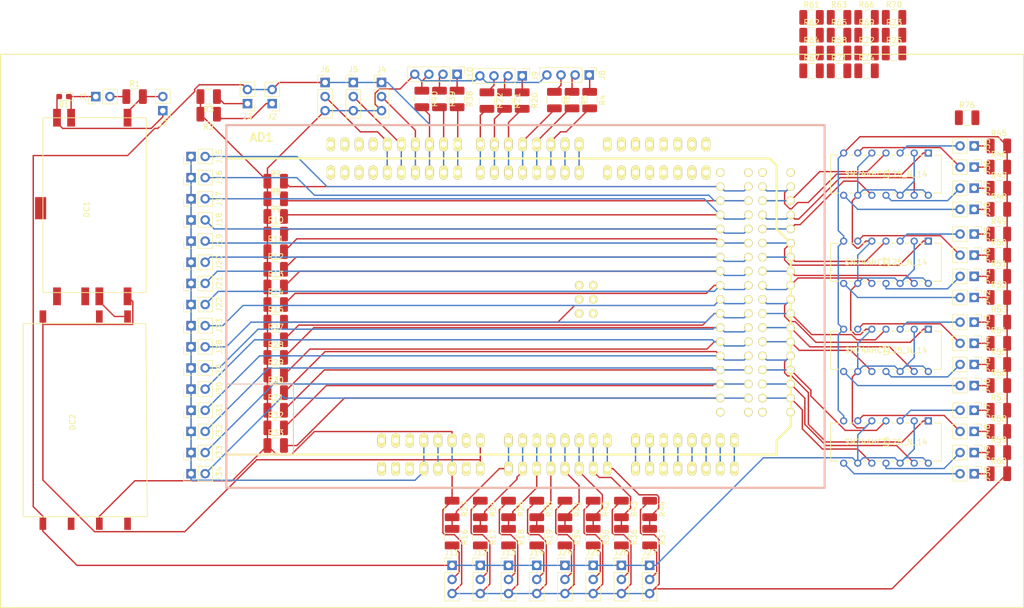
<source format=kicad_pcb>
(kicad_pcb (version 20171130) (host pcbnew "(5.0.2)-1")
  (layers (0 F.Cu signal) (31 B.Cu signal) (34 B.Paste user) (35 F.Paste user) (36 B.SilkS user) (37 F.SilkS user) (38 B.Mask user) (39 F.Mask user) (44 Edge.Cuts user))
  (net 0 "")
  (net 1 PWM11)
  (net 2 PWM10)
  (net 3 PWM9)
  (net 4 PWM8)
  (net 5 PWM2)
  (net 6 PWM7)
  (net 7 PWM6)
  (net 8 PWM5)
  (net 9 PWR_BTN2)
  (net 10 12V)
  (net 11 "Net-(DC1-Pad5)")
  (net 12 "Net-(DC1-Pad6)")
  (net 13 "Net-(DC1-Pad7)")
  (net 14 "Net-(DC2-Pad2)")
  (net 15 5V)
  (net 16 "Net-(DC2-Pad4)")
  (net 17 GND)
  (net 18 "Net-(DC2-Pad6)")
  (net 19 PWR_BTN1)
  (net 20 PWM3)
  (net 21 PWM4)
  (net 22 "Net-(AD1-Pad1)")
  (net 23 "Net-(AD1-Pad0)")
  (net 24 A3)
  (net 25 A1)
  (net 26 A4)
  (net 27 A2)
  (net 28 DIG5)
  (net 29 DIG3)
  (net 30 DIG15)
  (net 31 DIG13)
  (net 32 DIG11)
  (net 33 DIG7)
  (net 34 DIG9)
  (net 35 DIG1)
  (net 36 DIG21)
  (net 37 DIG19)
  (net 38 DIG17)
  (net 39 DIG25)
  (net 40 DIG23)
  (net 41 DIG31)
  (net 42 DIG29)
  (net 43 DIG27)
  (net 44 DIG16)
  (net 45 DIG14)
  (net 46 DIG12)
  (net 47 DIG10)
  (net 48 DIG8)
  (net 49 DIG6)
  (net 50 DIG4)
  (net 51 DIG2)
  (net 52 DIG26)
  (net 53 DIG24)
  (net 54 DIG22)
  (net 55 DIG18)
  (net 56 DIG20)
  (net 57 DIG32)
  (net 58 DIG28)
  (net 59 DIG30)
  (net 60 A0)
  (net 61 "Net-(AD1-Pad5V)")
  (net 62 3.3V)
  (net 63 "Net-(AD1-PadC_RX)")
  (net 64 "Net-(AD1-PadC_TX)")
  (net 65 "Net-(AD1-PadDAC1)")
  (net 66 A6)
  (net 67 A7)
  (net 68 A5)
  (net 69 "Net-(AD1-PadAD11)")
  (net 70 "Net-(AD1-PadAD9)")
  (net 71 "Net-(AD1-PadAD10)")
  (net 72 "Net-(AD1-PadAD8)")
  (net 73 "Net-(AD1-PadDAC0)")
  (net 74 PWM12)
  (net 75 PWM1)
  (net 76 "Batt(-)")
  (net 77 "Batt(+)")
  (net 78 "Net-(J2-Pad1)")
  (net 79 "Net-(J3-Pad1)")
  (net 80 R1)
  (net 81 G1)
  (net 82 B1)
  (net 83 B2)
  (net 84 G2)
  (net 85 R2)
  (net 86 R3)
  (net 87 G3)
  (net 88 B3)
  (net 89 ANG0)
  (net 90 ANG1)
  (net 91 ANG2)
  (net 92 ANG3)
  (net 93 ANG4)
  (net 94 ANG5)
  (net 95 ANG6)
  (net 96 ANG7)
  (net 97 "LED1(+)")
  (net 98 "Net-(J35-Pad1)")
  (net 99 "Net-(J36-Pad1)")
  (net 100 "LED2(+)")
  (net 101 "LED3(+)")
  (net 102 "Net-(J37-Pad1)")
  (net 103 "Net-(J38-Pad1)")
  (net 104 "LED4(+)")
  (net 105 "LED5(+)")
  (net 106 "Net-(J39-Pad1)")
  (net 107 "Net-(J40-Pad1)")
  (net 108 "LED6(+)")
  (net 109 "LED7(+)")
  (net 110 "Net-(J41-Pad1)")
  (net 111 "Net-(J42-Pad1)")
  (net 112 "LED8(+)")
  (net 113 "Net-(J43-Pad1)")
  (net 114 "LED9(+)")
  (net 115 "LED10(+)")
  (net 116 "Net-(J44-Pad1)")
  (net 117 "Net-(J45-Pad1)")
  (net 118 "LED11(+)")
  (net 119 "LED12(+)")
  (net 120 "Net-(J46-Pad1)")
  (net 121 "LED13(+)")
  (net 122 "Net-(J47-Pad1)")
  (net 123 "Net-(J48-Pad1)")
  (net 124 "LED14(+)")
  (net 125 "LED15(+)")
  (net 126 "Net-(J49-Pad1)")
  (net 127 "Net-(J50-Pad1)")
  (net 128 "LED16(+)")
  (module TR_Library:ARDUINO_DUE_SHIELD_V2 (layer F.Cu) (at 97.79 134.62)
    (fp_text reference AD1 (at 6.35 -63.15) (layer F.SilkS) (effects (font (size 1.524 1.524) (thickness 0.3048))))
    (fp_text value ArduinoDue hide)
    (pad 26 thru_hole circle (at 88.92 -49.18) (size 1.524 1.524) (drill 1.016) (layers *.Cu *.Mask F.SilkS) (net 28 DIG5))
    (pad 24 thru_hole circle (at 88.92 -51.72) (size 1.524 1.524) (drill 1.016) (layers *.Cu *.Mask F.SilkS) (net 29 DIG3))
    (pad 36 thru_hole circle (at 88.92 -36.48) (size 1.524 1.524) (drill 1.016) (layers *.Cu *.Mask F.SilkS) (net 30 DIG15))
    (pad 34 thru_hole circle (at 88.92 -39.02) (size 1.524 1.524) (drill 1.016) (layers *.Cu *.Mask F.SilkS) (net 31 DIG13))
    (pad 32 thru_hole circle (at 88.92 -41.56) (size 1.524 1.524) (drill 1.016) (layers *.Cu *.Mask F.SilkS) (net 32 DIG11))
    (pad 28 thru_hole circle (at 88.92 -46.64) (size 1.524 1.524) (drill 1.016) (layers *.Cu *.Mask F.SilkS) (net 33 DIG7))
    (pad 30 thru_hole circle (at 88.92 -44.1) (size 1.524 1.524) (drill 1.016) (layers *.Cu *.Mask F.SilkS) (net 34 DIG9))
    (pad 5V_4 thru_hole circle (at 88.92 -56.8) (size 1.524 1.524) (drill 1.016) (layers *.Cu *.Mask F.SilkS))
    (pad 22 thru_hole circle (at 88.92 -54.26) (size 1.524 1.524) (drill 1.016) (layers *.Cu *.Mask F.SilkS) (net 35 DIG1))
    (pad 42 thru_hole circle (at 88.92 -28.86) (size 1.524 1.524) (drill 1.016) (layers *.Cu *.Mask F.SilkS) (net 36 DIG21))
    (pad 40 thru_hole circle (at 88.92 -31.4) (size 1.524 1.524) (drill 1.016) (layers *.Cu *.Mask F.SilkS) (net 37 DIG19))
    (pad 38 thru_hole circle (at 88.92 -33.94) (size 1.524 1.524) (drill 1.016) (layers *.Cu *.Mask F.SilkS) (net 38 DIG17))
    (pad 46 thru_hole circle (at 88.92 -23.78) (size 1.524 1.524) (drill 1.016) (layers *.Cu *.Mask F.SilkS) (net 39 DIG25))
    (pad 44 thru_hole circle (at 88.92 -26.32) (size 1.524 1.524) (drill 1.016) (layers *.Cu *.Mask F.SilkS) (net 40 DIG23))
    (pad 52 thru_hole circle (at 88.92 -16.16) (size 1.524 1.524) (drill 1.016) (layers *.Cu *.Mask F.SilkS) (net 41 DIG31))
    (pad GND4 thru_hole circle (at 88.92 -13.62) (size 1.524 1.524) (drill 1.016) (layers *.Cu *.Mask F.SilkS))
    (pad 50 thru_hole circle (at 88.92 -18.7) (size 1.524 1.524) (drill 1.016) (layers *.Cu *.Mask F.SilkS) (net 42 DIG29))
    (pad 48 thru_hole circle (at 88.92 -21.24) (size 1.524 1.524) (drill 1.016) (layers *.Cu *.Mask F.SilkS) (net 43 DIG27))
    (pad 37 thru_hole circle (at 101.58 -36.48) (size 1.524 1.524) (drill 1.016) (layers *.Cu *.Mask F.SilkS) (net 44 DIG16))
    (pad 35 thru_hole circle (at 101.58 -39.02) (size 1.524 1.524) (drill 1.016) (layers *.Cu *.Mask F.SilkS) (net 45 DIG14))
    (pad 33 thru_hole circle (at 101.58 -41.56) (size 1.524 1.524) (drill 1.016) (layers *.Cu *.Mask F.SilkS) (net 46 DIG12))
    (pad 31 thru_hole circle (at 101.58 -44.1) (size 1.524 1.524) (drill 1.016) (layers *.Cu *.Mask F.SilkS) (net 47 DIG10))
    (pad 29 thru_hole circle (at 101.58 -46.64) (size 1.524 1.524) (drill 1.016) (layers *.Cu *.Mask F.SilkS) (net 48 DIG8))
    (pad 5V_5 thru_hole circle (at 101.58 -56.8) (size 1.524 1.524) (drill 1.016) (layers *.Cu *.Mask F.SilkS))
    (pad 27 thru_hole circle (at 101.58 -49.18) (size 1.524 1.524) (drill 1.016) (layers *.Cu *.Mask F.SilkS) (net 49 DIG6))
    (pad 25 thru_hole circle (at 101.58 -51.72) (size 1.524 1.524) (drill 1.016) (layers *.Cu *.Mask F.SilkS) (net 50 DIG4))
    (pad 23 thru_hole circle (at 101.58 -54.26) (size 1.524 1.524) (drill 1.016) (layers *.Cu *.Mask F.SilkS) (net 51 DIG2))
    (pad 47 thru_hole circle (at 101.58 -23.78) (size 1.524 1.524) (drill 1.016) (layers *.Cu *.Mask F.SilkS) (net 52 DIG26))
    (pad 45 thru_hole circle (at 101.58 -26.32) (size 1.524 1.524) (drill 1.016) (layers *.Cu *.Mask F.SilkS) (net 53 DIG24))
    (pad 43 thru_hole circle (at 101.58 -28.86) (size 1.524 1.524) (drill 1.016) (layers *.Cu *.Mask F.SilkS) (net 54 DIG22))
    (pad 39 thru_hole circle (at 101.58 -33.94) (size 1.524 1.524) (drill 1.016) (layers *.Cu *.Mask F.SilkS) (net 55 DIG18))
    (pad 41 thru_hole circle (at 101.58 -31.4) (size 1.524 1.524) (drill 1.016) (layers *.Cu *.Mask F.SilkS) (net 56 DIG20))
    (pad GND5 thru_hole circle (at 101.58 -13.62) (size 1.524 1.524) (drill 1.016) (layers *.Cu *.Mask F.SilkS))
    (pad 53 thru_hole circle (at 101.58 -16.16) (size 1.524 1.524) (drill 1.016) (layers *.Cu *.Mask F.SilkS) (net 57 DIG32))
    (pad 49 thru_hole circle (at 101.58 -21.24) (size 1.524 1.524) (drill 1.016) (layers *.Cu *.Mask F.SilkS) (net 58 DIG28))
    (pad 51 thru_hole circle (at 101.58 -18.7) (size 1.524 1.524) (drill 1.016) (layers *.Cu *.Mask F.SilkS) (net 59 DIG30))
    (pad NC thru_hole oval (at 27.94 -3.46 90) (size 2.54 1.524) (drill 1.016) (layers *.Cu *.Mask F.SilkS))
    (pad RST thru_hole oval (at 33.02 -3.46 90) (size 2.54 1.524) (drill 1.016) (layers *.Cu *.Mask F.SilkS))
    (pad IO_R thru_hole oval (at 30.48 -3.46 90) (size 2.54 1.524) (drill 1.016) (layers *.Cu *.Mask F.SilkS))
    (pad AD2 thru_hole oval (at 55.88 -3.46 90) (size 2.54 1.524) (drill 1.016) (layers *.Cu *.Mask F.SilkS) (net 27 A2))
    (pad AD0 thru_hole oval (at 50.8 -3.46 90) (size 2.54 1.524) (drill 1.016) (layers *.Cu *.Mask F.SilkS) (net 60 A0))
    (pad AD3 thru_hole oval (at 58.42 -3.46 90) (size 2.54 1.524) (drill 1.016) (layers *.Cu *.Mask F.SilkS) (net 24 A3))
    (pad AD1 thru_hole oval (at 53.34 -3.46 90) (size 2.54 1.524) (drill 1.016) (layers *.Cu *.Mask F.SilkS) (net 25 A1))
    (pad 5V thru_hole oval (at 38.1 -3.46 90) (size 2.54 1.524) (drill 1.016) (layers *.Cu *.Mask F.SilkS) (net 61 "Net-(AD1-Pad5V)"))
    (pad GND1 thru_hole oval (at 40.64 -3.46 90) (size 2.54 1.524) (drill 1.016) (layers *.Cu *.Mask F.SilkS) (net 17 GND))
    (pad GND2 thru_hole oval (at 43.18 -3.46 90) (size 2.54 1.524) (drill 1.016) (layers *.Cu *.Mask F.SilkS))
    (pad V_IN thru_hole oval (at 45.72 -3.46 90) (size 2.54 1.524) (drill 1.016) (layers *.Cu *.Mask F.SilkS) (net 10 12V))
    (pad 3V3 thru_hole oval (at 35.56 -3.46 90) (size 2.54 1.524) (drill 1.016) (layers *.Cu *.Mask F.SilkS) (net 62 3.3V))
    (pad C_RX thru_hole oval (at 88.9 -3.46 90) (size 2.54 1.524) (drill 1.016) (layers *.Cu *.Mask F.SilkS) (net 63 "Net-(AD1-PadC_RX)"))
    (pad C_TX thru_hole oval (at 91.44 -3.46 90) (size 2.54 1.524) (drill 1.016) (layers *.Cu *.Mask F.SilkS) (net 64 "Net-(AD1-PadC_TX)"))
    (pad DAC1 thru_hole oval (at 86.36 -3.46 90) (size 2.54 1.524) (drill 1.016) (layers *.Cu *.Mask F.SilkS) (net 65 "Net-(AD1-PadDAC1)"))
    (pad AD6 thru_hole oval (at 66.04 -3.46 90) (size 2.54 1.524) (drill 1.016) (layers *.Cu *.Mask F.SilkS) (net 66 A6))
    (pad AD7 thru_hole oval (at 68.58 -3.46 90) (size 2.54 1.524) (drill 1.016) (layers *.Cu *.Mask F.SilkS) (net 67 A7))
    (pad AD4 thru_hole oval (at 60.96 -3.46 90) (size 2.54 1.524) (drill 1.016) (layers *.Cu *.Mask F.SilkS) (net 26 A4))
    (pad AD5 thru_hole oval (at 63.5 -3.46 90) (size 2.54 1.524) (drill 1.016) (layers *.Cu *.Mask F.SilkS) (net 68 A5))
    (pad AD11 thru_hole oval (at 81.28 -3.46 90) (size 2.54 1.524) (drill 1.016) (layers *.Cu *.Mask F.SilkS) (net 69 "Net-(AD1-PadAD11)"))
    (pad AD9 thru_hole oval (at 76.2 -3.46 90) (size 2.54 1.524) (drill 1.016) (layers *.Cu *.Mask F.SilkS) (net 70 "Net-(AD1-PadAD9)"))
    (pad AD10 thru_hole oval (at 78.74 -3.46 90) (size 2.54 1.524) (drill 1.016) (layers *.Cu *.Mask F.SilkS) (net 71 "Net-(AD1-PadAD10)"))
    (pad AD8 thru_hole oval (at 73.66 -3.46 90) (size 2.54 1.524) (drill 1.016) (layers *.Cu *.Mask F.SilkS) (net 72 "Net-(AD1-PadAD8)"))
    (pad DAC0 thru_hole oval (at 83.82 -3.46 90) (size 2.54 1.524) (drill 1.016) (layers *.Cu *.Mask F.SilkS) (net 73 "Net-(AD1-PadDAC0)"))
    (pad 1 thru_hole oval (at 60.96 -61.88 90) (size 2.54 1.524) (drill 1.016) (layers *.Cu *.Mask F.SilkS) (net 22 "Net-(AD1-Pad1)"))
    (pad 0 thru_hole oval (at 63.5 -61.88 90) (size 2.54 1.524) (drill 1.016) (layers *.Cu *.Mask F.SilkS) (net 23 "Net-(AD1-Pad0)"))
    (pad 21 thru_hole oval (at 86.36 -61.88 90) (size 2.54 1.524) (drill 1.016) (layers *.Cu *.Mask F.SilkS))
    (pad 21 thru_hole oval (at 86.36 -61.88 90) (size 2.54 1.524) (drill 1.016) (layers *.Cu *.Mask F.SilkS))
    (pad 20 thru_hole oval (at 83.82 -61.88 90) (size 2.54 1.524) (drill 1.016) (layers *.Cu *.Mask F.SilkS))
    (pad 19 thru_hole oval (at 81.28 -61.88 90) (size 2.54 1.524) (drill 1.016) (layers *.Cu *.Mask F.SilkS))
    (pad 18 thru_hole oval (at 78.74 -61.88 90) (size 2.54 1.524) (drill 1.016) (layers *.Cu *.Mask F.SilkS))
    (pad 17 thru_hole oval (at 76.2 -61.88 90) (size 2.54 1.524) (drill 1.016) (layers *.Cu *.Mask F.SilkS))
    (pad 16 thru_hole oval (at 73.66 -61.88 90) (size 2.54 1.524) (drill 1.016) (layers *.Cu *.Mask F.SilkS))
    (pad 15 thru_hole oval (at 71.12 -61.88 90) (size 2.54 1.524) (drill 1.016) (layers *.Cu *.Mask F.SilkS))
    (pad 14 thru_hole oval (at 68.58 -61.88 90) (size 2.54 1.524) (drill 1.016) (layers *.Cu *.Mask F.SilkS))
    (pad 12 thru_hole oval (at 31.496 -61.88 90) (size 2.54 1.524) (drill 1.016) (layers *.Cu *.Mask F.SilkS) (net 1 PWM11))
    (pad 11 thru_hole oval (at 34.036 -61.88 90) (size 2.54 1.524) (drill 1.016) (layers *.Cu *.Mask F.SilkS) (net 2 PWM10))
    (pad 10 thru_hole oval (at 36.576 -61.88 90) (size 2.54 1.524) (drill 1.016) (layers *.Cu *.Mask F.SilkS) (net 3 PWM9))
    (pad 9 thru_hole oval (at 39.116 -61.88 90) (size 2.54 1.524) (drill 1.016) (layers *.Cu *.Mask F.SilkS) (net 4 PWM8))
    (pad 8 thru_hole oval (at 41.656 -61.88 90) (size 2.54 1.524) (drill 1.016) (layers *.Cu *.Mask F.SilkS) (net 6 PWM7))
    (pad SDA1 thru_hole oval (at 21.336 -61.88 90) (size 2.54 1.524) (drill 1.016) (layers *.Cu *.Mask F.SilkS))
    (pad SCL1 thru_hole oval (at 18.796 -61.88 90) (size 2.54 1.524) (drill 1.016) (layers *.Cu *.Mask F.SilkS))
    (pad AREF thru_hole oval (at 23.876 -61.88 90) (size 2.54 1.524) (drill 1.016) (layers *.Cu *.Mask F.SilkS))
    (pad GND3 thru_hole oval (at 26.416 -61.88 90) (size 2.54 1.524) (drill 1.016) (layers *.Cu *.Mask F.SilkS))
    (pad 13 thru_hole oval (at 28.956 -61.88 90) (size 2.54 1.524) (drill 1.016) (layers *.Cu *.Mask F.SilkS) (net 74 PWM12))
    (pad 2 thru_hole oval (at 58.42 -61.88 90) (size 2.54 1.524) (drill 1.016) (layers *.Cu *.Mask F.SilkS) (net 75 PWM1))
    (pad 7 thru_hole oval (at 45.72 -61.88 90) (size 2.54 1.524) (drill 1.016) (layers *.Cu *.Mask F.SilkS) (net 7 PWM6))
    (pad 6 thru_hole oval (at 48.26 -61.88 90) (size 2.54 1.524) (drill 1.016) (layers *.Cu *.Mask F.SilkS) (net 8 PWM5))
    (pad 5 thru_hole oval (at 50.8 -61.88 90) (size 2.54 1.524) (drill 1.016) (layers *.Cu *.Mask F.SilkS) (net 21 PWM4))
    (pad 4 thru_hole oval (at 53.34 -61.88 90) (size 2.54 1.524) (drill 1.016) (layers *.Cu *.Mask F.SilkS) (net 20 PWM3))
    (pad 3 thru_hole oval (at 55.88 -61.88 90) (size 2.54 1.524) (drill 1.016) (layers *.Cu *.Mask F.SilkS) (net 5 PWM2))
    (pad 21 thru_hole oval (at 86.36 -56.8 90) (size 2.54 1.524) (drill 1.016) (layers *.Cu *.Mask F.SilkS))
    (pad SCL1 thru_hole oval (at 18.796 -56.8 90) (size 2.54 1.524) (drill 1.016) (layers *.Cu *.Mask F.SilkS))
    (pad SDA1 thru_hole oval (at 21.336 -56.8 90) (size 2.54 1.524) (drill 1.016) (layers *.Cu *.Mask F.SilkS))
    (pad NC thru_hole oval (at 27.94 -8.54 90) (size 2.54 1.524) (drill 1.016) (layers *.Cu *.Mask F.SilkS))
    (pad IO_R thru_hole oval (at 30.48 -8.54 90) (size 2.54 1.524) (drill 1.016) (layers *.Cu *.Mask F.SilkS))
    (pad SP6 thru_hole circle (at 66.04 -31.4) (size 1.524 1.524) (drill 0.8128) (layers *.Cu *.Mask F.SilkS))
    (pad SP5 thru_hole circle (at 63.5 -31.4) (size 1.524 1.524) (drill 0.8128) (layers *.Cu *.Mask F.SilkS))
    (pad SP4 thru_hole circle (at 66.04 -33.94) (size 1.524 1.524) (drill 0.8128) (layers *.Cu *.Mask F.SilkS))
    (pad SP3 thru_hole circle (at 63.5 -33.94) (size 1.524 1.524) (drill 0.8128) (layers *.Cu *.Mask F.SilkS))
    (pad SP2 thru_hole circle (at 66.04 -36.48) (size 1.524 1.524) (drill 0.8128) (layers *.Cu *.Mask F.SilkS))
    (pad SP1 thru_hole circle (at 63.5 -36.48) (size 1.524 1.524) (drill 0.8128) (layers *.Cu *.Mask F.SilkS))
    (pad GND5 thru_hole circle (at 96.52 -13.62) (size 1.524 1.524) (drill 1.016) (layers *.Cu *.Mask F.SilkS))
    (pad GND4 thru_hole circle (at 93.98 -13.62) (size 1.524 1.524) (drill 1.016) (layers *.Cu *.Mask F.SilkS))
    (pad 53 thru_hole circle (at 96.52 -16.16) (size 1.524 1.524) (drill 1.016) (layers *.Cu *.Mask F.SilkS) (net 57 DIG32))
    (pad 52 thru_hole circle (at 93.98 -16.16) (size 1.524 1.524) (drill 1.016) (layers *.Cu *.Mask F.SilkS) (net 41 DIG31))
    (pad 51 thru_hole circle (at 96.52 -18.7) (size 1.524 1.524) (drill 1.016) (layers *.Cu *.Mask F.SilkS) (net 59 DIG30))
    (pad 50 thru_hole circle (at 93.98 -18.7) (size 1.524 1.524) (drill 1.016) (layers *.Cu *.Mask F.SilkS) (net 42 DIG29))
    (pad 49 thru_hole circle (at 96.52 -21.24) (size 1.524 1.524) (drill 1.016) (layers *.Cu *.Mask F.SilkS) (net 58 DIG28))
    (pad 48 thru_hole circle (at 93.98 -21.24) (size 1.524 1.524) (drill 1.016) (layers *.Cu *.Mask F.SilkS) (net 43 DIG27))
    (pad 47 thru_hole circle (at 96.52 -23.78) (size 1.524 1.524) (drill 1.016) (layers *.Cu *.Mask F.SilkS) (net 52 DIG26))
    (pad 46 thru_hole circle (at 93.98 -23.78) (size 1.524 1.524) (drill 1.016) (layers *.Cu *.Mask F.SilkS) (net 39 DIG25))
    (pad 45 thru_hole circle (at 96.52 -26.32) (size 1.524 1.524) (drill 1.016) (layers *.Cu *.Mask F.SilkS) (net 53 DIG24))
    (pad 44 thru_hole circle (at 93.98 -26.32) (size 1.524 1.524) (drill 1.016) (layers *.Cu *.Mask F.SilkS) (net 40 DIG23))
    (pad 43 thru_hole circle (at 96.52 -28.86) (size 1.524 1.524) (drill 1.016) (layers *.Cu *.Mask F.SilkS) (net 54 DIG22))
    (pad 42 thru_hole circle (at 93.98 -28.86) (size 1.524 1.524) (drill 1.016) (layers *.Cu *.Mask F.SilkS) (net 36 DIG21))
    (pad 41 thru_hole circle (at 96.52 -31.4) (size 1.524 1.524) (drill 1.016) (layers *.Cu *.Mask F.SilkS) (net 56 DIG20))
    (pad 40 thru_hole circle (at 93.98 -31.4) (size 1.524 1.524) (drill 1.016) (layers *.Cu *.Mask F.SilkS) (net 37 DIG19))
    (pad 39 thru_hole circle (at 96.52 -33.94) (size 1.524 1.524) (drill 1.016) (layers *.Cu *.Mask F.SilkS) (net 55 DIG18))
    (pad 38 thru_hole circle (at 93.98 -33.94) (size 1.524 1.524) (drill 1.016) (layers *.Cu *.Mask F.SilkS) (net 38 DIG17))
    (pad 37 thru_hole circle (at 96.52 -36.48) (size 1.524 1.524) (drill 1.016) (layers *.Cu *.Mask F.SilkS) (net 44 DIG16))
    (pad 36 thru_hole circle (at 93.98 -36.48) (size 1.524 1.524) (drill 1.016) (layers *.Cu *.Mask F.SilkS) (net 30 DIG15))
    (pad 35 thru_hole circle (at 96.52 -39.02) (size 1.524 1.524) (drill 1.016) (layers *.Cu *.Mask F.SilkS) (net 45 DIG14))
    (pad 34 thru_hole circle (at 93.98 -39.02) (size 1.524 1.524) (drill 1.016) (layers *.Cu *.Mask F.SilkS) (net 31 DIG13))
    (pad 33 thru_hole circle (at 96.52 -41.56) (size 1.524 1.524) (drill 1.016) (layers *.Cu *.Mask F.SilkS) (net 46 DIG12))
    (pad 32 thru_hole circle (at 93.98 -41.56) (size 1.524 1.524) (drill 1.016) (layers *.Cu *.Mask F.SilkS) (net 32 DIG11))
    (pad 30 thru_hole circle (at 93.98 -44.1) (size 1.524 1.524) (drill 1.016) (layers *.Cu *.Mask F.SilkS) (net 34 DIG9))
    (pad 31 thru_hole circle (at 96.52 -44.1) (size 1.524 1.524) (drill 1.016) (layers *.Cu *.Mask F.SilkS) (net 47 DIG10))
    (pad 5V_5 thru_hole circle (at 96.52 -56.8) (size 1.524 1.524) (drill 1.016) (layers *.Cu *.Mask F.SilkS))
    (pad 5V_4 thru_hole circle (at 93.98 -56.8) (size 1.524 1.524) (drill 1.016) (layers *.Cu *.Mask F.SilkS))
    (pad 29 thru_hole circle (at 96.52 -46.64) (size 1.524 1.524) (drill 1.016) (layers *.Cu *.Mask F.SilkS) (net 48 DIG8))
    (pad 28 thru_hole circle (at 93.98 -46.64) (size 1.524 1.524) (drill 1.016) (layers *.Cu *.Mask F.SilkS) (net 33 DIG7))
    (pad 27 thru_hole circle (at 96.52 -49.18) (size 1.524 1.524) (drill 1.016) (layers *.Cu *.Mask F.SilkS) (net 49 DIG6))
    (pad 26 thru_hole circle (at 93.98 -49.18) (size 1.524 1.524) (drill 1.016) (layers *.Cu *.Mask F.SilkS) (net 28 DIG5))
    (pad 25 thru_hole circle (at 96.52 -51.72) (size 1.524 1.524) (drill 1.016) (layers *.Cu *.Mask F.SilkS) (net 50 DIG4))
    (pad 24 thru_hole circle (at 93.98 -51.72) (size 1.524 1.524) (drill 1.016) (layers *.Cu *.Mask F.SilkS) (net 29 DIG3))
    (pad 23 thru_hole circle (at 96.52 -54.26) (size 1.524 1.524) (drill 1.016) (layers *.Cu *.Mask F.SilkS) (net 51 DIG2))
    (pad 22 thru_hole circle (at 93.98 -54.26) (size 1.524 1.524) (drill 1.016) (layers *.Cu *.Mask F.SilkS) (net 35 DIG1))
    (pad 5V thru_hole oval (at 38.1 -8.54 90) (size 2.54 1.524) (drill 1.016) (layers *.Cu *.Mask F.SilkS) (net 61 "Net-(AD1-Pad5V)"))
    (pad AREF thru_hole oval (at 23.876 -56.8 90) (size 2.54 1.524) (drill 1.016) (layers *.Cu *.Mask F.SilkS))
    (pad GND3 thru_hole oval (at 26.416 -56.8 90) (size 2.54 1.524) (drill 1.016) (layers *.Cu *.Mask F.SilkS))
    (pad 13 thru_hole oval (at 28.956 -56.8 90) (size 2.54 1.524) (drill 1.016) (layers *.Cu *.Mask F.SilkS) (net 74 PWM12))
    (pad 12 thru_hole oval (at 31.496 -56.8 90) (size 2.54 1.524) (drill 1.016) (layers *.Cu *.Mask F.SilkS) (net 1 PWM11))
    (pad 11 thru_hole oval (at 34.036 -56.8 90) (size 2.54 1.524) (drill 1.016) (layers *.Cu *.Mask F.SilkS) (net 2 PWM10))
    (pad 10 thru_hole oval (at 36.576 -56.8 90) (size 2.54 1.524) (drill 1.016) (layers *.Cu *.Mask F.SilkS) (net 3 PWM9))
    (pad 9 thru_hole oval (at 39.116 -56.8 90) (size 2.54 1.524) (drill 1.016) (layers *.Cu *.Mask F.SilkS) (net 4 PWM8))
    (pad 8 thru_hole oval (at 41.656 -56.8 90) (size 2.54 1.524) (drill 1.016) (layers *.Cu *.Mask F.SilkS) (net 6 PWM7))
    (pad 7 thru_hole oval (at 45.72 -56.8 90) (size 2.54 1.524) (drill 1.016) (layers *.Cu *.Mask F.SilkS) (net 7 PWM6))
    (pad 6 thru_hole oval (at 48.26 -56.8 90) (size 2.54 1.524) (drill 1.016) (layers *.Cu *.Mask F.SilkS) (net 8 PWM5))
    (pad 5 thru_hole oval (at 50.8 -56.8 90) (size 2.54 1.524) (drill 1.016) (layers *.Cu *.Mask F.SilkS) (net 21 PWM4))
    (pad 4 thru_hole oval (at 53.34 -56.8 90) (size 2.54 1.524) (drill 1.016) (layers *.Cu *.Mask F.SilkS) (net 20 PWM3))
    (pad 3 thru_hole oval (at 55.88 -56.8 90) (size 2.54 1.524) (drill 1.016) (layers *.Cu *.Mask F.SilkS) (net 5 PWM2))
    (pad 2 thru_hole oval (at 58.42 -56.8 90) (size 2.54 1.524) (drill 1.016) (layers *.Cu *.Mask F.SilkS) (net 75 PWM1))
    (pad 1 thru_hole oval (at 60.96 -56.8 90) (size 2.54 1.524) (drill 1.016) (layers *.Cu *.Mask F.SilkS) (net 22 "Net-(AD1-Pad1)"))
    (pad 0 thru_hole oval (at 63.5 -56.8 90) (size 2.54 1.524) (drill 1.016) (layers *.Cu *.Mask F.SilkS) (net 23 "Net-(AD1-Pad0)"))
    (pad RST thru_hole oval (at 33.02 -8.54 90) (size 2.54 1.524) (drill 1.016) (layers *.Cu *.Mask F.SilkS))
    (pad 3V3 thru_hole oval (at 35.56 -8.54 90) (size 2.54 1.524) (drill 1.016) (layers *.Cu *.Mask F.SilkS) (net 62 3.3V))
    (pad GND1 thru_hole oval (at 40.64 -8.54 90) (size 2.54 1.524) (drill 1.016) (layers *.Cu *.Mask F.SilkS) (net 17 GND))
    (pad GND2 thru_hole oval (at 43.18 -8.54 90) (size 2.54 1.524) (drill 1.016) (layers *.Cu *.Mask F.SilkS))
    (pad V_IN thru_hole oval (at 45.72 -8.54 90) (size 2.54 1.524) (drill 1.016) (layers *.Cu *.Mask F.SilkS) (net 10 12V))
    (pad AD2 thru_hole oval (at 55.88 -8.54 90) (size 2.54 1.524) (drill 1.016) (layers *.Cu *.Mask F.SilkS) (net 27 A2))
    (pad AD1 thru_hole oval (at 53.34 -8.54 90) (size 2.54 1.524) (drill 1.016) (layers *.Cu *.Mask F.SilkS) (net 25 A1))
    (pad AD0 thru_hole oval (at 50.8 -8.54 90) (size 2.54 1.524) (drill 1.016) (layers *.Cu *.Mask F.SilkS) (net 60 A0))
    (pad AD3 thru_hole oval (at 58.42 -8.54 90) (size 2.54 1.524) (drill 1.016) (layers *.Cu *.Mask F.SilkS) (net 24 A3))
    (pad AD4 thru_hole oval (at 60.96 -8.54 90) (size 2.54 1.524) (drill 1.016) (layers *.Cu *.Mask F.SilkS) (net 26 A4))
    (pad AD5 thru_hole oval (at 63.5 -8.54 90) (size 2.54 1.524) (drill 1.016) (layers *.Cu *.Mask F.SilkS) (net 68 A5))
    (pad AD11 thru_hole oval (at 81.28 -8.54 90) (size 2.54 1.524) (drill 1.016) (layers *.Cu *.Mask F.SilkS) (net 69 "Net-(AD1-PadAD11)"))
    (pad AD10 thru_hole oval (at 78.74 -8.54 90) (size 2.54 1.524) (drill 1.016) (layers *.Cu *.Mask F.SilkS) (net 71 "Net-(AD1-PadAD10)"))
    (pad AD9 thru_hole oval (at 76.2 -8.54 90) (size 2.54 1.524) (drill 1.016) (layers *.Cu *.Mask F.SilkS) (net 70 "Net-(AD1-PadAD9)"))
    (pad AD6 thru_hole oval (at 66.04 -8.54 90) (size 2.54 1.524) (drill 1.016) (layers *.Cu *.Mask F.SilkS) (net 66 A6))
    (pad AD7 thru_hole oval (at 68.58 -8.54 90) (size 2.54 1.524) (drill 1.016) (layers *.Cu *.Mask F.SilkS) (net 67 A7))
    (pad AD8 thru_hole oval (at 73.66 -8.54 90) (size 2.54 1.524) (drill 1.016) (layers *.Cu *.Mask F.SilkS) (net 72 "Net-(AD1-PadAD8)"))
    (pad DAC0 thru_hole oval (at 83.82 -8.54 90) (size 2.54 1.524) (drill 1.016) (layers *.Cu *.Mask F.SilkS) (net 73 "Net-(AD1-PadDAC0)"))
    (pad DAC1 thru_hole oval (at 86.36 -8.54 90) (size 2.54 1.524) (drill 1.016) (layers *.Cu *.Mask F.SilkS) (net 65 "Net-(AD1-PadDAC1)"))
    (pad C_RX thru_hole oval (at 88.9 -8.54 90) (size 2.54 1.524) (drill 1.016) (layers *.Cu *.Mask F.SilkS) (net 63 "Net-(AD1-PadC_RX)"))
    (pad C_TX thru_hole oval (at 91.44 -8.54 90) (size 2.54 1.524) (drill 1.016) (layers *.Cu *.Mask F.SilkS) (net 64 "Net-(AD1-PadC_TX)"))
    (pad 21 thru_hole oval (at 86.36 -56.8 90) (size 2.54 1.524) (drill 1.016) (layers *.Cu *.Mask F.SilkS))
    (pad 20 thru_hole oval (at 83.82 -56.8 90) (size 2.54 1.524) (drill 1.016) (layers *.Cu *.Mask F.SilkS))
    (pad 19 thru_hole oval (at 81.28 -56.8 90) (size 2.54 1.524) (drill 1.016) (layers *.Cu *.Mask F.SilkS))
    (pad 18 thru_hole oval (at 78.74 -56.8 90) (size 2.54 1.524) (drill 1.016) (layers *.Cu *.Mask F.SilkS))
    (pad 17 thru_hole oval (at 76.2 -56.8 90) (size 2.54 1.524) (drill 1.016) (layers *.Cu *.Mask F.SilkS))
    (pad 16 thru_hole oval (at 73.66 -56.8 90) (size 2.54 1.524) (drill 1.016) (layers *.Cu *.Mask F.SilkS))
    (pad 15 thru_hole oval (at 71.12 -56.8 90) (size 2.54 1.524) (drill 1.016) (layers *.Cu *.Mask F.SilkS))
    (pad 14 thru_hole oval (at 68.58 -56.8 90) (size 2.54 1.524) (drill 1.016) (layers *.Cu *.Mask F.SilkS))
  )
  (module Diode_SMD:D_0603_1608Metric_Pad1.05x0.95mm_HandSolder (layer F.Cu) (at 68.58 64.135 180)
    (fp_text reference D1 (at 0 -1.43 180) (layer F.SilkS))
    (fp_text value 5V_Zener)
    (pad 1 smd roundrect (at -0.875 0 180) (size 1.05 0.95) (layers F.Cu F.Paste F.Mask) (net 9 PWR_BTN2))
    (pad 2 smd roundrect (at 0.875 0 180) (size 1.05 0.95) (layers F.Cu F.Paste F.Mask) (net 76 "Batt(-)"))
  )
  (module TR_Library:1776-2753-ND (layer F.Cu) (at 67.31 67.945 270)
    (fp_text reference DC1 (at 16.51 -5.334 270) (layer F.SilkS))
    (fp_text value SUCW61212B-ND)
    (pad 1 smd rect (at 0 0 270) (size 3.2 1.4) (layers F.Cu F.Paste F.Mask) (net 76 "Batt(-)"))
    (pad 2 smd rect (at 0 -2.54 270) (size 3.2 1.4) (layers F.Cu F.Paste F.Mask) (net 9 PWR_BTN2))
    (pad 3 smd rect (at 0 -12.7 270) (size 3.2 1.4) (layers F.Cu F.Paste F.Mask) (net 77 "Batt(+)"))
    (pad 4 smd rect (at 32.18 -12.7 90) (size 3.2 1.4) (layers F.Cu F.Paste F.Mask) (net 10 12V))
    (pad 5 smd rect (at 32.18 -7.62 90) (size 3.2 1.4) (layers F.Cu F.Paste F.Mask) (net 11 "Net-(DC1-Pad5)"))
    (pad 6 smd rect (at 32.18 -5.08 90) (size 3.2 1.4) (layers F.Cu F.Paste F.Mask) (net 12 "Net-(DC1-Pad6)"))
    (pad 7 smd rect (at 32.18 0 90) (size 3.2 1.4) (layers F.Cu F.Paste F.Mask) (net 13 "Net-(DC1-Pad7)"))
    (pad 8 smd rect (at 16.3 2.95 180) (size 2 4) (layers F.Cu F.Paste F.Mask))
  )
  (module TR_Library:445-2487-ND (layer F.Cu) (at 60.96 104.775 270)
    (fp_text reference DC2 (at 18.034 -9.144 270) (layer F.SilkS))
    (fp_text value CC6-1205SR-E)
    (pad 1 smd rect (at -1.016 -3.81 270) (size 2.2 1.2) (layers F.Cu F.Paste F.Mask) (net 10 12V))
    (pad 2 smd rect (at -1.016 -13.97 270) (size 2.2 1.2) (layers F.Cu F.Paste F.Mask) (net 14 "Net-(DC2-Pad2)"))
    (pad 3 smd rect (at -1.016 -19.05 270) (size 2.2 1.2) (layers F.Cu F.Paste F.Mask) (net 11 "Net-(DC1-Pad5)"))
    (pad 7 smd rect (at 36.322 -3.81 270) (size 2.2 1.2) (layers F.Cu F.Paste F.Mask) (net 15 5V))
    (pad 4 smd rect (at 36.322 -19.05 270) (size 2.2 1.2) (layers F.Cu F.Paste F.Mask) (net 16 "Net-(DC2-Pad4)"))
    (pad 5 smd rect (at 36.322 -13.97 270) (size 2.2 1.2) (layers F.Cu F.Paste F.Mask) (net 17 GND))
    (pad 6 smd rect (at 36.322 -8.89 270) (size 2.2 1.2) (layers F.Cu F.Paste F.Mask) (net 18 "Net-(DC2-Pad6)"))
  )
  (module Connector_PinHeader_2.54mm:PinHeader_1x02_P2.54mm_Vertical (layer F.Cu) (at 74.295 64.135 90)
    (fp_text reference J1 (at 0 -2.33 90) (layer F.SilkS))
    (fp_text value "PWR BTN")
    (pad 2 thru_hole oval (at 0 2.54 90) (size 1.7 1.7) (drill 1) (layers *.Cu *.Mask) (net 19 PWR_BTN1))
    (pad 1 thru_hole rect (at 0 0 90) (size 1.7 1.7) (drill 1) (layers *.Cu *.Mask) (net 9 PWR_BTN2))
  )
  (module Connector_PinHeader_2.54mm:PinHeader_1x02_P2.54mm_Vertical (layer F.Cu) (at 106.045 65.405 180)
    (fp_text reference J2 (at 0 -2.33 180) (layer F.SilkS))
    (fp_text value PWR_LED)
    (pad 2 thru_hole oval (at 0 2.54 180) (size 1.7 1.7) (drill 1) (layers *.Cu *.Mask) (net 15 5V))
    (pad 1 thru_hole rect (at 0 0 180) (size 1.7 1.7) (drill 1) (layers *.Cu *.Mask) (net 78 "Net-(J2-Pad1)"))
  )
  (module Connector_PinHeader_2.54mm:PinHeader_1x02_P2.54mm_Vertical (layer F.Cu) (at 101.6 65.405 180)
    (fp_text reference J3 (at 0 -2.33 180) (layer F.SilkS))
    (fp_text value PTT_LED)
    (pad 1 thru_hole rect (at 0 0 180) (size 1.7 1.7) (drill 1) (layers *.Cu *.Mask) (net 79 "Net-(J3-Pad1)"))
    (pad 2 thru_hole oval (at 0 2.54 180) (size 1.7 1.7) (drill 1) (layers *.Cu *.Mask) (net 15 5V))
  )
  (module Connector_PinHeader_2.54mm:PinHeader_1x03_P2.54mm_Vertical (layer F.Cu) (at 125.73 61.595)
    (fp_text reference J4 (at 0 -2.33) (layer F.SilkS))
    (fp_text value Servo1)
    (pad 3 thru_hole oval (at 0 5.08) (size 1.7 1.7) (drill 1) (layers *.Cu *.Mask) (net 17 GND))
    (pad 2 thru_hole oval (at 0 2.54) (size 1.7 1.7) (drill 1) (layers *.Cu *.Mask) (net 2 PWM10))
    (pad 1 thru_hole rect (at 0 0) (size 1.7 1.7) (drill 1) (layers *.Cu *.Mask) (net 15 5V))
  )
  (module Connector_PinHeader_2.54mm:PinHeader_1x03_P2.54mm_Vertical (layer F.Cu) (at 120.65 61.595)
    (fp_text reference J5 (at 0 -2.33) (layer F.SilkS))
    (fp_text value Servo2)
    (pad 3 thru_hole oval (at 0 5.08) (size 1.7 1.7) (drill 1) (layers *.Cu *.Mask) (net 17 GND))
    (pad 2 thru_hole oval (at 0 2.54) (size 1.7 1.7) (drill 1) (layers *.Cu *.Mask) (net 1 PWM11))
    (pad 1 thru_hole rect (at 0 0) (size 1.7 1.7) (drill 1) (layers *.Cu *.Mask) (net 15 5V))
  )
  (module Connector_PinHeader_2.54mm:PinHeader_1x03_P2.54mm_Vertical (layer F.Cu) (at 115.57 61.595)
    (fp_text reference J6 (at 0 -2.33) (layer F.SilkS))
    (fp_text value Servo3)
    (pad 3 thru_hole oval (at 0 5.08) (size 1.7 1.7) (drill 1) (layers *.Cu *.Mask) (net 17 GND))
    (pad 2 thru_hole oval (at 0 2.54) (size 1.7 1.7) (drill 1) (layers *.Cu *.Mask) (net 74 PWM12))
    (pad 1 thru_hole rect (at 0 0) (size 1.7 1.7) (drill 1) (layers *.Cu *.Mask) (net 15 5V))
  )
  (module Connector_PinHeader_2.54mm:PinHeader_1x02_P2.54mm_Vertical (layer F.Cu) (at 86.36 66.675 180)
    (fp_text reference J7 (at 0 -2.33 180) (layer F.SilkS))
    (fp_text value "BATT CONN")
    (pad 2 thru_hole oval (at 0 2.54 180) (size 1.7 1.7) (drill 1) (layers *.Cu *.Mask) (net 77 "Batt(+)"))
    (pad 1 thru_hole rect (at 0 0 180) (size 1.7 1.7) (drill 1) (layers *.Cu *.Mask) (net 76 "Batt(-)"))
  )
  (module Connector_PinHeader_2.54mm:PinHeader_1x03_P2.54mm_Vertical (layer F.Cu) (at 138.43 148.59)
    (fp_text reference J11 (at 0 -2.33) (layer F.SilkS))
    (fp_text value Sen1)
    (pad 1 thru_hole rect (at 0 0) (size 1.7 1.7) (drill 1) (layers *.Cu *.Mask) (net 15 5V))
    (pad 2 thru_hole oval (at 0 2.54) (size 1.7 1.7) (drill 1) (layers *.Cu *.Mask) (net 89 ANG0))
    (pad 3 thru_hole oval (at 0 5.08) (size 1.7 1.7) (drill 1) (layers *.Cu *.Mask) (net 17 GND))
  )
  (module Connector_PinHeader_2.54mm:PinHeader_1x03_P2.54mm_Vertical (layer F.Cu) (at 143.51 148.59)
    (fp_text reference J12 (at 0 -2.33) (layer F.SilkS))
    (fp_text value Sen2)
    (pad 1 thru_hole rect (at 0 0) (size 1.7 1.7) (drill 1) (layers *.Cu *.Mask) (net 15 5V))
    (pad 2 thru_hole oval (at 0 2.54) (size 1.7 1.7) (drill 1) (layers *.Cu *.Mask) (net 90 ANG1))
    (pad 3 thru_hole oval (at 0 5.08) (size 1.7 1.7) (drill 1) (layers *.Cu *.Mask) (net 17 GND))
  )
  (module Connector_PinHeader_2.54mm:PinHeader_1x03_P2.54mm_Vertical (layer F.Cu) (at 148.59 148.59)
    (fp_text reference J13 (at 0 -2.33) (layer F.SilkS))
    (fp_text value Sen3)
    (pad 3 thru_hole oval (at 0 5.08) (size 1.7 1.7) (drill 1) (layers *.Cu *.Mask) (net 17 GND))
    (pad 2 thru_hole oval (at 0 2.54) (size 1.7 1.7) (drill 1) (layers *.Cu *.Mask) (net 91 ANG2))
    (pad 1 thru_hole rect (at 0 0) (size 1.7 1.7) (drill 1) (layers *.Cu *.Mask) (net 15 5V))
  )
  (module Connector_PinHeader_2.54mm:PinHeader_1x03_P2.54mm_Vertical (layer F.Cu) (at 153.67 148.59)
    (fp_text reference J14 (at 0 -2.33) (layer F.SilkS))
    (fp_text value Sen4)
    (pad 1 thru_hole rect (at 0 0) (size 1.7 1.7) (drill 1) (layers *.Cu *.Mask) (net 15 5V))
    (pad 2 thru_hole oval (at 0 2.54) (size 1.7 1.7) (drill 1) (layers *.Cu *.Mask) (net 92 ANG3))
    (pad 3 thru_hole oval (at 0 5.08) (size 1.7 1.7) (drill 1) (layers *.Cu *.Mask) (net 17 GND))
  )
  (module Connector_PinHeader_2.54mm:PinHeader_1x02_P2.54mm_Vertical (layer F.Cu) (at 91.44 74.93 90)
    (fp_text reference J15 (at 0 5.08 90) (layer F.SilkS))
    (fp_text value BTN1)
    (pad 2 thru_hole oval (at 0 2.54 90) (size 1.7 1.7) (drill 1) (layers *.Cu *.Mask) (net 35 DIG1))
    (pad 1 thru_hole rect (at 0 0 90) (size 1.7 1.7) (drill 1) (layers *.Cu *.Mask) (net 62 3.3V))
  )
  (module Connector_PinHeader_2.54mm:PinHeader_1x02_P2.54mm_Vertical (layer F.Cu) (at 91.44 78.74 90)
    (fp_text reference J16 (at 0 5.08 90) (layer F.SilkS))
    (fp_text value BTN2)
    (pad 1 thru_hole rect (at 0 0 90) (size 1.7 1.7) (drill 1) (layers *.Cu *.Mask) (net 62 3.3V))
    (pad 2 thru_hole oval (at 0 2.54 90) (size 1.7 1.7) (drill 1) (layers *.Cu *.Mask) (net 29 DIG3))
  )
  (module Connector_PinHeader_2.54mm:PinHeader_1x02_P2.54mm_Vertical (layer F.Cu) (at 91.44 82.55 90)
    (fp_text reference J17 (at 0 5.08 90) (layer F.SilkS))
    (fp_text value BTN3)
    (pad 2 thru_hole oval (at 0 2.54 90) (size 1.7 1.7) (drill 1) (layers *.Cu *.Mask) (net 28 DIG5))
    (pad 1 thru_hole rect (at 0 0 90) (size 1.7 1.7) (drill 1) (layers *.Cu *.Mask) (net 62 3.3V))
  )
  (module Connector_PinHeader_2.54mm:PinHeader_1x02_P2.54mm_Vertical (layer F.Cu) (at 91.44 86.36 90)
    (fp_text reference J18 (at 0 5.08 90) (layer F.SilkS))
    (fp_text value BTN4)
    (pad 2 thru_hole oval (at 0 2.54 90) (size 1.7 1.7) (drill 1) (layers *.Cu *.Mask) (net 33 DIG7))
    (pad 1 thru_hole rect (at 0 0 90) (size 1.7 1.7) (drill 1) (layers *.Cu *.Mask) (net 62 3.3V))
  )
  (module Connector_PinHeader_2.54mm:PinHeader_1x02_P2.54mm_Vertical (layer F.Cu) (at 91.44 90.17 90)
    (fp_text reference J19 (at 0 5.08 90) (layer F.SilkS))
    (fp_text value BTN5)
    (pad 1 thru_hole rect (at 0 0 90) (size 1.7 1.7) (drill 1) (layers *.Cu *.Mask) (net 62 3.3V))
    (pad 2 thru_hole oval (at 0 2.54 90) (size 1.7 1.7) (drill 1) (layers *.Cu *.Mask) (net 34 DIG9))
  )
  (module Connector_PinHeader_2.54mm:PinHeader_1x02_P2.54mm_Vertical (layer F.Cu) (at 91.44 93.98 90)
    (fp_text reference J20 (at 0 5.08 90) (layer F.SilkS))
    (fp_text value BTN6)
    (pad 1 thru_hole rect (at 0 0 90) (size 1.7 1.7) (drill 1) (layers *.Cu *.Mask) (net 62 3.3V))
    (pad 2 thru_hole oval (at 0 2.54 90) (size 1.7 1.7) (drill 1) (layers *.Cu *.Mask) (net 32 DIG11))
  )
  (module Connector_PinHeader_2.54mm:PinHeader_1x02_P2.54mm_Vertical (layer F.Cu) (at 91.44 97.79 90)
    (fp_text reference J21 (at 0 5.08 90) (layer F.SilkS))
    (fp_text value BTN7)
    (pad 1 thru_hole rect (at 0 0 90) (size 1.7 1.7) (drill 1) (layers *.Cu *.Mask) (net 62 3.3V))
    (pad 2 thru_hole oval (at 0 2.54 90) (size 1.7 1.7) (drill 1) (layers *.Cu *.Mask) (net 31 DIG13))
  )
  (module Connector_PinHeader_2.54mm:PinHeader_1x02_P2.54mm_Vertical (layer F.Cu) (at 91.44 101.6 90)
    (fp_text reference J22 (at 0 5.08 90) (layer F.SilkS))
    (fp_text value BTN8)
    (pad 1 thru_hole rect (at 0 0 90) (size 1.7 1.7) (drill 1) (layers *.Cu *.Mask) (net 62 3.3V))
    (pad 2 thru_hole oval (at 0 2.54 90) (size 1.7 1.7) (drill 1) (layers *.Cu *.Mask) (net 30 DIG15))
  )
  (module Connector_PinHeader_2.54mm:PinHeader_1x02_P2.54mm_Vertical (layer F.Cu) (at 91.44 105.41 90)
    (fp_text reference J23 (at 0 5.08 90) (layer F.SilkS))
    (fp_text value BTN9)
    (pad 2 thru_hole oval (at 0 2.54 90) (size 1.7 1.7) (drill 1) (layers *.Cu *.Mask) (net 38 DIG17))
    (pad 1 thru_hole rect (at 0 0 90) (size 1.7 1.7) (drill 1) (layers *.Cu *.Mask) (net 62 3.3V))
  )
  (module Connector_PinHeader_2.54mm:PinHeader_1x03_P2.54mm_Vertical (layer F.Cu) (at 158.75 148.59)
    (fp_text reference J24 (at 0 -2.33) (layer F.SilkS))
    (fp_text value Sen5)
    (pad 3 thru_hole oval (at 0 5.08) (size 1.7 1.7) (drill 1) (layers *.Cu *.Mask) (net 17 GND))
    (pad 2 thru_hole oval (at 0 2.54) (size 1.7 1.7) (drill 1) (layers *.Cu *.Mask) (net 93 ANG4))
    (pad 1 thru_hole rect (at 0 0) (size 1.7 1.7) (drill 1) (layers *.Cu *.Mask) (net 15 5V))
  )
  (module Connector_PinHeader_2.54mm:PinHeader_1x03_P2.54mm_Vertical (layer F.Cu) (at 163.83 148.59)
    (fp_text reference J25 (at 0 -2.33) (layer F.SilkS))
    (fp_text value Sen6)
    (pad 1 thru_hole rect (at 0 0) (size 1.7 1.7) (drill 1) (layers *.Cu *.Mask) (net 15 5V))
    (pad 2 thru_hole oval (at 0 2.54) (size 1.7 1.7) (drill 1) (layers *.Cu *.Mask) (net 94 ANG5))
    (pad 3 thru_hole oval (at 0 5.08) (size 1.7 1.7) (drill 1) (layers *.Cu *.Mask) (net 17 GND))
  )
  (module Connector_PinHeader_2.54mm:PinHeader_1x03_P2.54mm_Vertical (layer F.Cu) (at 168.91 148.59)
    (fp_text reference J26 (at 0 -2.33) (layer F.SilkS))
    (fp_text value Sen7)
    (pad 1 thru_hole rect (at 0 0) (size 1.7 1.7) (drill 1) (layers *.Cu *.Mask) (net 15 5V))
    (pad 2 thru_hole oval (at 0 2.54) (size 1.7 1.7) (drill 1) (layers *.Cu *.Mask) (net 95 ANG6))
    (pad 3 thru_hole oval (at 0 5.08) (size 1.7 1.7) (drill 1) (layers *.Cu *.Mask) (net 17 GND))
  )
  (module Connector_PinHeader_2.54mm:PinHeader_1x03_P2.54mm_Vertical (layer F.Cu) (at 173.99 148.59)
    (fp_text reference J27 (at 0 -2.33) (layer F.SilkS))
    (fp_text value Sen8)
    (pad 3 thru_hole oval (at 0 5.08) (size 1.7 1.7) (drill 1) (layers *.Cu *.Mask) (net 17 GND))
    (pad 2 thru_hole oval (at 0 2.54) (size 1.7 1.7) (drill 1) (layers *.Cu *.Mask) (net 96 ANG7))
    (pad 1 thru_hole rect (at 0 0) (size 1.7 1.7) (drill 1) (layers *.Cu *.Mask) (net 15 5V))
  )
  (module Connector_PinHeader_2.54mm:PinHeader_1x02_P2.54mm_Vertical (layer F.Cu) (at 91.44 109.22 90)
    (fp_text reference J28 (at 0 5.08 90) (layer F.SilkS))
    (fp_text value BTN10)
    (pad 1 thru_hole rect (at 0 0 90) (size 1.7 1.7) (drill 1) (layers *.Cu *.Mask) (net 62 3.3V))
    (pad 2 thru_hole oval (at 0 2.54 90) (size 1.7 1.7) (drill 1) (layers *.Cu *.Mask) (net 37 DIG19))
  )
  (module Connector_PinHeader_2.54mm:PinHeader_1x02_P2.54mm_Vertical (layer F.Cu) (at 91.44 113.03 90)
    (fp_text reference J29 (at -0.635 5.08 90) (layer F.SilkS))
    (fp_text value BTN11)
    (pad 2 thru_hole oval (at 0 2.54 90) (size 1.7 1.7) (drill 1) (layers *.Cu *.Mask) (net 36 DIG21))
    (pad 1 thru_hole rect (at 0 0 90) (size 1.7 1.7) (drill 1) (layers *.Cu *.Mask) (net 62 3.3V))
  )
  (module Connector_PinHeader_2.54mm:PinHeader_1x02_P2.54mm_Vertical (layer F.Cu) (at 91.44 116.84 90)
    (fp_text reference J30 (at 0 5.08 90) (layer F.SilkS))
    (fp_text value BTN12)
    (pad 1 thru_hole rect (at 0 0 90) (size 1.7 1.7) (drill 1) (layers *.Cu *.Mask) (net 62 3.3V))
    (pad 2 thru_hole oval (at 0 2.54 90) (size 1.7 1.7) (drill 1) (layers *.Cu *.Mask) (net 40 DIG23))
  )
  (module Connector_PinHeader_2.54mm:PinHeader_1x02_P2.54mm_Vertical (layer F.Cu) (at 91.44 120.65 90)
    (fp_text reference J31 (at 0 5.08 90) (layer F.SilkS))
    (fp_text value BTN13)
    (pad 2 thru_hole oval (at 0 2.54 90) (size 1.7 1.7) (drill 1) (layers *.Cu *.Mask) (net 39 DIG25))
    (pad 1 thru_hole rect (at 0 0 90) (size 1.7 1.7) (drill 1) (layers *.Cu *.Mask) (net 62 3.3V))
  )
  (module Connector_PinHeader_2.54mm:PinHeader_1x02_P2.54mm_Vertical (layer F.Cu) (at 91.44 124.46 90)
    (fp_text reference J32 (at 0 5.08 90) (layer F.SilkS))
    (fp_text value BTN14)
    (pad 1 thru_hole rect (at 0 0 90) (size 1.7 1.7) (drill 1) (layers *.Cu *.Mask) (net 62 3.3V))
    (pad 2 thru_hole oval (at 0 2.54 90) (size 1.7 1.7) (drill 1) (layers *.Cu *.Mask) (net 43 DIG27))
  )
  (module Connector_PinHeader_2.54mm:PinHeader_1x02_P2.54mm_Vertical (layer F.Cu) (at 91.44 128.27 90)
    (fp_text reference J33 (at 0 5.08 90) (layer F.SilkS))
    (fp_text value BTN15)
    (pad 2 thru_hole oval (at 0 2.54 90) (size 1.7 1.7) (drill 1) (layers *.Cu *.Mask) (net 42 DIG29))
    (pad 1 thru_hole rect (at 0 0 90) (size 1.7 1.7) (drill 1) (layers *.Cu *.Mask) (net 62 3.3V))
  )
  (module Connector_PinHeader_2.54mm:PinHeader_1x02_P2.54mm_Vertical (layer F.Cu) (at 91.44 132.08 90)
    (fp_text reference J34 (at 0 5.08 90) (layer F.SilkS))
    (fp_text value BTN16)
    (pad 1 thru_hole rect (at 0 0 90) (size 1.7 1.7) (drill 1) (layers *.Cu *.Mask) (net 62 3.3V))
    (pad 2 thru_hole oval (at 0 2.54 90) (size 1.7 1.7) (drill 1) (layers *.Cu *.Mask) (net 41 DIG31))
  )
  (module Resistor_SMD:R_1210_3225Metric_Pad1.42x2.65mm_HandSolder (layer F.Cu) (at 81.28 64.135)
    (fp_text reference R1 (at 0 -2.28) (layer F.SilkS))
    (fp_text value R1)
    (pad 2 smd roundrect (at 1.4875 0) (size 1.425 2.65) (layers F.Cu F.Paste F.Mask) (roundrect_rratio 0.175439) (net 77 "Batt(+)"))
    (pad 1 smd roundrect (at -1.4875 0) (size 1.425 2.65) (layers F.Cu F.Paste F.Mask) (roundrect_rratio 0.175439) (net 19 PWR_BTN1))
  )
  (module Resistor_SMD:R_1210_3225Metric_Pad1.42x2.65mm_HandSolder (layer F.Cu) (at 94.615 67.31 180)
    (fp_text reference R2 (at 0 -2.28 180) (layer F.SilkS))
    (fp_text value R_US)
    (pad 2 smd roundrect (at 1.4875 0 180) (size 1.425 2.65) (layers F.Cu F.Paste F.Mask) (roundrect_rratio 0.175439) (net 17 GND))
    (pad 1 smd roundrect (at -1.4875 0 180) (size 1.425 2.65) (layers F.Cu F.Paste F.Mask) (roundrect_rratio 0.175439) (net 78 "Net-(J2-Pad1)"))
  )
  (module Resistor_SMD:R_1210_3225Metric_Pad1.42x2.65mm_HandSolder (layer F.Cu) (at 94.615 64.135 180)
    (fp_text reference R3 (at 0 -2.28 180) (layer F.SilkS))
    (fp_text value R_US)
    (pad 1 smd roundrect (at -1.4875 0 180) (size 1.425 2.65) (layers F.Cu F.Paste F.Mask) (roundrect_rratio 0.175439) (net 79 "Net-(J3-Pad1)"))
    (pad 2 smd roundrect (at 1.4875 0 180) (size 1.425 2.65) (layers F.Cu F.Paste F.Mask) (roundrect_rratio 0.175439) (net 17 GND))
  )
  (module Resistor_SMD:R_1210_3225Metric_Pad1.42x2.65mm_HandSolder (layer F.Cu) (at 163.195 64.77 270)
    (fp_text reference R4 (at 0 -2.28 270) (layer F.SilkS))
    (fp_text value R_US)
    (pad 2 smd roundrect (at 1.4875 0 270) (size 1.425 2.65) (layers F.Cu F.Paste F.Mask) (roundrect_rratio 0.175439) (net 75 PWM1))
    (pad 1 smd roundrect (at -1.4875 0 270) (size 1.425 2.65) (layers F.Cu F.Paste F.Mask) (roundrect_rratio 0.175439) (net 80 R1))
  )
  (module Resistor_SMD:R_1210_3225Metric_Pad1.42x2.65mm_HandSolder (layer F.Cu) (at 160.02 64.77 270)
    (fp_text reference R5 (at 0 -2.28 270) (layer F.SilkS))
    (fp_text value R_US)
    (pad 1 smd roundrect (at -1.4875 0 270) (size 1.425 2.65) (layers F.Cu F.Paste F.Mask) (roundrect_rratio 0.175439) (net 81 G1))
    (pad 2 smd roundrect (at 1.4875 0 270) (size 1.425 2.65) (layers F.Cu F.Paste F.Mask) (roundrect_rratio 0.175439) (net 5 PWM2))
  )
  (module Resistor_SMD:R_1210_3225Metric_Pad1.42x2.65mm_HandSolder (layer F.Cu) (at 156.845 64.77 270)
    (fp_text reference R6 (at 0 -2.28 270) (layer F.SilkS))
    (fp_text value R_US)
    (pad 2 smd roundrect (at 1.4875 0 270) (size 1.425 2.65) (layers F.Cu F.Paste F.Mask) (roundrect_rratio 0.175439) (net 20 PWM3))
    (pad 1 smd roundrect (at -1.4875 0 270) (size 1.425 2.65) (layers F.Cu F.Paste F.Mask) (roundrect_rratio 0.175439) (net 82 B1))
  )
  (module Resistor_SMD:R_1210_3225Metric_Pad1.42x2.65mm_HandSolder (layer F.Cu) (at 106.68 79.375)
    (fp_text reference R7 (at 0 -1.27) (layer F.SilkS))
    (fp_text value R_US)
    (pad 2 smd roundrect (at 1.4875 0) (size 1.425 2.65) (layers F.Cu F.Paste F.Mask) (roundrect_rratio 0.175439) (net 35 DIG1))
    (pad 1 smd roundrect (at -1.4875 0) (size 1.425 2.65) (layers F.Cu F.Paste F.Mask) (roundrect_rratio 0.175439) (net 17 GND))
  )
  (module Resistor_SMD:R_1210_3225Metric_Pad1.42x2.65mm_HandSolder (layer F.Cu) (at 106.68 82.55)
    (fp_text reference R8 (at 0 -1.27) (layer F.SilkS))
    (fp_text value R_US)
    (pad 1 smd roundrect (at -1.4875 0) (size 1.425 2.65) (layers F.Cu F.Paste F.Mask) (roundrect_rratio 0.175439) (net 17 GND))
    (pad 2 smd roundrect (at 1.4875 0) (size 1.425 2.65) (layers F.Cu F.Paste F.Mask) (roundrect_rratio 0.175439) (net 29 DIG3))
  )
  (module Resistor_SMD:R_1210_3225Metric_Pad1.42x2.65mm_HandSolder (layer F.Cu) (at 106.68 85.725)
    (fp_text reference R9 (at 0 -1.27) (layer F.SilkS))
    (fp_text value R_US)
    (pad 2 smd roundrect (at 1.4875 0) (size 1.425 2.65) (layers F.Cu F.Paste F.Mask) (roundrect_rratio 0.175439) (net 28 DIG5))
    (pad 1 smd roundrect (at -1.4875 0) (size 1.425 2.65) (layers F.Cu F.Paste F.Mask) (roundrect_rratio 0.175439) (net 17 GND))
  )
  (module Resistor_SMD:R_1210_3225Metric_Pad1.42x2.65mm_HandSolder (layer F.Cu) (at 106.68 88.9)
    (fp_text reference R10 (at 0 -2.54) (layer F.SilkS))
    (fp_text value R_US)
    (pad 2 smd roundrect (at 1.4875 0) (size 1.425 2.65) (layers F.Cu F.Paste F.Mask) (roundrect_rratio 0.175439) (net 33 DIG7))
    (pad 1 smd roundrect (at -1.4875 0) (size 1.425 2.65) (layers F.Cu F.Paste F.Mask) (roundrect_rratio 0.175439) (net 17 GND))
  )
  (module Resistor_SMD:R_1210_3225Metric_Pad1.42x2.65mm_HandSolder (layer F.Cu) (at 106.68 92.075)
    (fp_text reference R11 (at 0 -2.28) (layer F.SilkS))
    (fp_text value R_US)
    (pad 1 smd roundrect (at -1.4875 0) (size 1.425 2.65) (layers F.Cu F.Paste F.Mask) (roundrect_rratio 0.175439) (net 17 GND))
    (pad 2 smd roundrect (at 1.4875 0) (size 1.425 2.65) (layers F.Cu F.Paste F.Mask) (roundrect_rratio 0.175439) (net 34 DIG9))
  )
  (module Resistor_SMD:R_1210_3225Metric_Pad1.42x2.65mm_HandSolder (layer F.Cu) (at 106.68 95.25)
    (fp_text reference R12 (at 0 -2.28) (layer F.SilkS))
    (fp_text value R_US)
    (pad 1 smd roundrect (at -1.4875 0) (size 1.425 2.65) (layers F.Cu F.Paste F.Mask) (roundrect_rratio 0.175439) (net 17 GND))
    (pad 2 smd roundrect (at 1.4875 0) (size 1.425 2.65) (layers F.Cu F.Paste F.Mask) (roundrect_rratio 0.175439) (net 32 DIG11))
  )
  (module Resistor_SMD:R_1210_3225Metric_Pad1.42x2.65mm_HandSolder (layer F.Cu) (at 106.68 98.425)
    (fp_text reference R13 (at 0 -2.28) (layer F.SilkS))
    (fp_text value R_US)
    (pad 2 smd roundrect (at 1.4875 0) (size 1.425 2.65) (layers F.Cu F.Paste F.Mask) (roundrect_rratio 0.175439) (net 31 DIG13))
    (pad 1 smd roundrect (at -1.4875 0) (size 1.425 2.65) (layers F.Cu F.Paste F.Mask) (roundrect_rratio 0.175439) (net 17 GND))
  )
  (module Resistor_SMD:R_1210_3225Metric_Pad1.42x2.65mm_HandSolder (layer F.Cu) (at 106.68 101.6)
    (fp_text reference R14 (at 0 -2.28) (layer F.SilkS))
    (fp_text value R_US)
    (pad 1 smd roundrect (at -1.4875 0) (size 1.425 2.65) (layers F.Cu F.Paste F.Mask) (roundrect_rratio 0.175439) (net 17 GND))
    (pad 2 smd roundrect (at 1.4875 0) (size 1.425 2.65) (layers F.Cu F.Paste F.Mask) (roundrect_rratio 0.175439) (net 30 DIG15))
  )
  (module Resistor_SMD:R_1210_3225Metric_Pad1.42x2.65mm_HandSolder (layer F.Cu) (at 106.68 104.775)
    (fp_text reference R15 (at 0 -2.28) (layer F.SilkS))
    (fp_text value R_US)
    (pad 2 smd roundrect (at 1.4875 0) (size 1.425 2.65) (layers F.Cu F.Paste F.Mask) (roundrect_rratio 0.175439) (net 38 DIG17))
    (pad 1 smd roundrect (at -1.4875 0) (size 1.425 2.65) (layers F.Cu F.Paste F.Mask) (roundrect_rratio 0.175439) (net 17 GND))
  )
  (module Resistor_SMD:R_1210_3225Metric_Pad1.42x2.65mm_HandSolder (layer F.Cu) (at 138.43 143.51 270)
    (fp_text reference R16 (at 0 -2.28 270) (layer F.SilkS))
    (fp_text value R_US)
    (pad 1 smd roundrect (at -1.4875 0 270) (size 1.425 2.65) (layers F.Cu F.Paste F.Mask) (roundrect_rratio 0.175439) (net 60 A0))
    (pad 2 smd roundrect (at 1.4875 0 270) (size 1.425 2.65) (layers F.Cu F.Paste F.Mask) (roundrect_rratio 0.175439) (net 89 ANG0))
  )
  (module Resistor_SMD:R_1210_3225Metric_Pad1.42x2.65mm_HandSolder (layer F.Cu) (at 143.51 143.51 270)
    (fp_text reference R17 (at 0 -2.28 270) (layer F.SilkS))
    (fp_text value R_US)
    (pad 1 smd roundrect (at -1.4875 0 270) (size 1.425 2.65) (layers F.Cu F.Paste F.Mask) (roundrect_rratio 0.175439) (net 25 A1))
    (pad 2 smd roundrect (at 1.4875 0 270) (size 1.425 2.65) (layers F.Cu F.Paste F.Mask) (roundrect_rratio 0.175439) (net 90 ANG1))
  )
  (module Resistor_SMD:R_1210_3225Metric_Pad1.42x2.65mm_HandSolder (layer F.Cu) (at 148.59 143.51 270)
    (fp_text reference R18 (at 0 -2.28 270) (layer F.SilkS))
    (fp_text value R_US)
    (pad 1 smd roundrect (at -1.4875 0 270) (size 1.425 2.65) (layers F.Cu F.Paste F.Mask) (roundrect_rratio 0.175439) (net 27 A2))
    (pad 2 smd roundrect (at 1.4875 0 270) (size 1.425 2.65) (layers F.Cu F.Paste F.Mask) (roundrect_rratio 0.175439) (net 91 ANG2))
  )
  (module Resistor_SMD:R_1210_3225Metric_Pad1.42x2.65mm_HandSolder (layer F.Cu) (at 153.67 143.51 270)
    (fp_text reference R19 (at 0 -2.28 270) (layer F.SilkS))
    (fp_text value R_US)
    (pad 1 smd roundrect (at -1.4875 0 270) (size 1.425 2.65) (layers F.Cu F.Paste F.Mask) (roundrect_rratio 0.175439) (net 24 A3))
    (pad 2 smd roundrect (at 1.4875 0 270) (size 1.425 2.65) (layers F.Cu F.Paste F.Mask) (roundrect_rratio 0.175439) (net 92 ANG3))
  )
  (module Resistor_SMD:R_1210_3225Metric_Pad1.42x2.65mm_HandSolder (layer F.Cu) (at 151.050475 64.855711 270)
    (fp_text reference R20 (at 0 -2.28 270) (layer F.SilkS))
    (fp_text value R_US)
    (pad 1 smd roundrect (at -1.4875 0 270) (size 1.425 2.65) (layers F.Cu F.Paste F.Mask) (roundrect_rratio 0.175439) (net 85 R2))
    (pad 2 smd roundrect (at 1.4875 0 270) (size 1.425 2.65) (layers F.Cu F.Paste F.Mask) (roundrect_rratio 0.175439) (net 21 PWM4))
  )
  (module Resistor_SMD:R_1210_3225Metric_Pad1.42x2.65mm_HandSolder (layer F.Cu) (at 147.875475 64.855711 270)
    (fp_text reference R21 (at 0 -2.28 270) (layer F.SilkS))
    (fp_text value R_US)
    (pad 2 smd roundrect (at 1.4875 0 270) (size 1.425 2.65) (layers F.Cu F.Paste F.Mask) (roundrect_rratio 0.175439) (net 8 PWM5))
    (pad 1 smd roundrect (at -1.4875 0 270) (size 1.425 2.65) (layers F.Cu F.Paste F.Mask) (roundrect_rratio 0.175439) (net 84 G2))
  )
  (module Resistor_SMD:R_1210_3225Metric_Pad1.42x2.65mm_HandSolder (layer F.Cu) (at 144.700475 64.855711 270)
    (fp_text reference R22 (at 0 -2.28 270) (layer F.SilkS))
    (fp_text value R_US)
    (pad 1 smd roundrect (at -1.4875 0 270) (size 1.425 2.65) (layers F.Cu F.Paste F.Mask) (roundrect_rratio 0.175439) (net 83 B2))
    (pad 2 smd roundrect (at 1.4875 0 270) (size 1.425 2.65) (layers F.Cu F.Paste F.Mask) (roundrect_rratio 0.175439) (net 7 PWM6))
  )
  (module Resistor_SMD:R_1210_3225Metric_Pad1.42x2.65mm_HandSolder (layer F.Cu) (at 138.43 138.43 270)
    (fp_text reference R23 (at 0 -2.28 270) (layer F.SilkS))
    (fp_text value R_US)
    (pad 2 smd roundrect (at 1.4875 0 270) (size 1.425 2.65) (layers F.Cu F.Paste F.Mask) (roundrect_rratio 0.175439) (net 60 A0))
    (pad 1 smd roundrect (at -1.4875 0 270) (size 1.425 2.65) (layers F.Cu F.Paste F.Mask) (roundrect_rratio 0.175439) (net 17 GND))
  )
  (module Resistor_SMD:R_1210_3225Metric_Pad1.42x2.65mm_HandSolder (layer F.Cu) (at 143.51 138.43 270)
    (fp_text reference R24 (at 0 -2.28 270) (layer F.SilkS))
    (fp_text value R_US)
    (pad 2 smd roundrect (at 1.4875 0 270) (size 1.425 2.65) (layers F.Cu F.Paste F.Mask) (roundrect_rratio 0.175439) (net 25 A1))
    (pad 1 smd roundrect (at -1.4875 0 270) (size 1.425 2.65) (layers F.Cu F.Paste F.Mask) (roundrect_rratio 0.175439) (net 17 GND))
  )
  (module Resistor_SMD:R_1210_3225Metric_Pad1.42x2.65mm_HandSolder (layer F.Cu) (at 148.59 138.43 270)
    (fp_text reference R25 (at 0 -2.28 270) (layer F.SilkS))
    (fp_text value R_US)
    (pad 2 smd roundrect (at 1.4875 0 270) (size 1.425 2.65) (layers F.Cu F.Paste F.Mask) (roundrect_rratio 0.175439) (net 27 A2))
    (pad 1 smd roundrect (at -1.4875 0 270) (size 1.425 2.65) (layers F.Cu F.Paste F.Mask) (roundrect_rratio 0.175439) (net 17 GND))
  )
  (module Resistor_SMD:R_1210_3225Metric_Pad1.42x2.65mm_HandSolder (layer F.Cu) (at 153.67 138.43 270)
    (fp_text reference R26 (at 0 -2.28 270) (layer F.SilkS))
    (fp_text value R_US)
    (pad 2 smd roundrect (at 1.4875 0 270) (size 1.425 2.65) (layers F.Cu F.Paste F.Mask) (roundrect_rratio 0.175439) (net 24 A3))
    (pad 1 smd roundrect (at -1.4875 0 270) (size 1.425 2.65) (layers F.Cu F.Paste F.Mask) (roundrect_rratio 0.175439) (net 17 GND))
  )
  (module Resistor_SMD:R_1210_3225Metric_Pad1.42x2.65mm_HandSolder (layer F.Cu) (at 106.68 107.95)
    (fp_text reference R27 (at 0 -2.28) (layer F.SilkS))
    (fp_text value R_US)
    (pad 1 smd roundrect (at -1.4875 0) (size 1.425 2.65) (layers F.Cu F.Paste F.Mask) (roundrect_rratio 0.175439) (net 17 GND))
    (pad 2 smd roundrect (at 1.4875 0) (size 1.425 2.65) (layers F.Cu F.Paste F.Mask) (roundrect_rratio 0.175439) (net 37 DIG19))
  )
  (module Resistor_SMD:R_1210_3225Metric_Pad1.42x2.65mm_HandSolder (layer F.Cu) (at 106.68 111.125)
    (fp_text reference R28 (at 0 -2.28) (layer F.SilkS))
    (fp_text value R_US)
    (pad 1 smd roundrect (at -1.4875 0) (size 1.425 2.65) (layers F.Cu F.Paste F.Mask) (roundrect_rratio 0.175439) (net 17 GND))
    (pad 2 smd roundrect (at 1.4875 0) (size 1.425 2.65) (layers F.Cu F.Paste F.Mask) (roundrect_rratio 0.175439) (net 36 DIG21))
  )
  (module Resistor_SMD:R_1210_3225Metric_Pad1.42x2.65mm_HandSolder (layer F.Cu) (at 106.68 114.3)
    (fp_text reference R29 (at 0 -2.28) (layer F.SilkS))
    (fp_text value R_US)
    (pad 2 smd roundrect (at 1.4875 0) (size 1.425 2.65) (layers F.Cu F.Paste F.Mask) (roundrect_rratio 0.175439) (net 40 DIG23))
    (pad 1 smd roundrect (at -1.4875 0) (size 1.425 2.65) (layers F.Cu F.Paste F.Mask) (roundrect_rratio 0.175439) (net 17 GND))
  )
  (module Resistor_SMD:R_1210_3225Metric_Pad1.42x2.65mm_HandSolder (layer F.Cu) (at 106.68 117.475)
    (fp_text reference R30 (at 0 -2.28) (layer F.SilkS))
    (fp_text value R_US)
    (pad 1 smd roundrect (at -1.4875 0) (size 1.425 2.65) (layers F.Cu F.Paste F.Mask) (roundrect_rratio 0.175439) (net 17 GND))
    (pad 2 smd roundrect (at 1.4875 0) (size 1.425 2.65) (layers F.Cu F.Paste F.Mask) (roundrect_rratio 0.175439) (net 39 DIG25))
  )
  (module Resistor_SMD:R_1210_3225Metric_Pad1.42x2.65mm_HandSolder (layer F.Cu) (at 106.68 120.65)
    (fp_text reference R31 (at 0 -2.28) (layer F.SilkS))
    (fp_text value R_US)
    (pad 1 smd roundrect (at -1.4875 0) (size 1.425 2.65) (layers F.Cu F.Paste F.Mask) (roundrect_rratio 0.175439) (net 17 GND))
    (pad 2 smd roundrect (at 1.4875 0) (size 1.425 2.65) (layers F.Cu F.Paste F.Mask) (roundrect_rratio 0.175439) (net 43 DIG27))
  )
  (module Resistor_SMD:R_1210_3225Metric_Pad1.42x2.65mm_HandSolder (layer F.Cu) (at 106.68 123.825)
    (fp_text reference R32 (at 0 -2.28) (layer F.SilkS))
    (fp_text value R_US)
    (pad 2 smd roundrect (at 1.4875 0) (size 1.425 2.65) (layers F.Cu F.Paste F.Mask) (roundrect_rratio 0.175439) (net 42 DIG29))
    (pad 1 smd roundrect (at -1.4875 0) (size 1.425 2.65) (layers F.Cu F.Paste F.Mask) (roundrect_rratio 0.175439) (net 17 GND))
  )
  (module Resistor_SMD:R_1210_3225Metric_Pad1.42x2.65mm_HandSolder (layer F.Cu) (at 106.68 127)
    (fp_text reference R33 (at 0 -2.28) (layer F.SilkS))
    (fp_text value R_US)
    (pad 1 smd roundrect (at -1.4875 0) (size 1.425 2.65) (layers F.Cu F.Paste F.Mask) (roundrect_rratio 0.175439) (net 17 GND))
    (pad 2 smd roundrect (at 1.4875 0) (size 1.425 2.65) (layers F.Cu F.Paste F.Mask) (roundrect_rratio 0.175439) (net 41 DIG31))
  )
  (module Resistor_SMD:R_1210_3225Metric_Pad1.42x2.65mm_HandSolder (layer F.Cu) (at 158.75 143.51 270)
    (fp_text reference R34 (at 0 -2.28 270) (layer F.SilkS))
    (fp_text value R_US)
    (pad 1 smd roundrect (at -1.4875 0 270) (size 1.425 2.65) (layers F.Cu F.Paste F.Mask) (roundrect_rratio 0.175439) (net 26 A4))
    (pad 2 smd roundrect (at 1.4875 0 270) (size 1.425 2.65) (layers F.Cu F.Paste F.Mask) (roundrect_rratio 0.175439) (net 93 ANG4))
  )
  (module Resistor_SMD:R_1210_3225Metric_Pad1.42x2.65mm_HandSolder (layer F.Cu) (at 163.83 143.51 270)
    (fp_text reference R35 (at 0 -2.28 270) (layer F.SilkS))
    (fp_text value R_US)
    (pad 1 smd roundrect (at -1.4875 0 270) (size 1.425 2.65) (layers F.Cu F.Paste F.Mask) (roundrect_rratio 0.175439) (net 68 A5))
    (pad 2 smd roundrect (at 1.4875 0 270) (size 1.425 2.65) (layers F.Cu F.Paste F.Mask) (roundrect_rratio 0.175439) (net 94 ANG5))
  )
  (module Resistor_SMD:R_1210_3225Metric_Pad1.42x2.65mm_HandSolder (layer F.Cu) (at 168.91 143.51 270)
    (fp_text reference R36 (at 0 -2.28 270) (layer F.SilkS))
    (fp_text value R_US)
    (pad 1 smd roundrect (at -1.4875 0 270) (size 1.425 2.65) (layers F.Cu F.Paste F.Mask) (roundrect_rratio 0.175439) (net 66 A6))
    (pad 2 smd roundrect (at 1.4875 0 270) (size 1.425 2.65) (layers F.Cu F.Paste F.Mask) (roundrect_rratio 0.175439) (net 95 ANG6))
  )
  (module Resistor_SMD:R_1210_3225Metric_Pad1.42x2.65mm_HandSolder (layer F.Cu) (at 173.99 143.51 270)
    (fp_text reference R37 (at 0 -2.28 270) (layer F.SilkS))
    (fp_text value R_US)
    (pad 1 smd roundrect (at -1.4875 0 270) (size 1.425 2.65) (layers F.Cu F.Paste F.Mask) (roundrect_rratio 0.175439) (net 67 A7))
    (pad 2 smd roundrect (at 1.4875 0 270) (size 1.425 2.65) (layers F.Cu F.Paste F.Mask) (roundrect_rratio 0.175439) (net 96 ANG7))
  )
  (module Resistor_SMD:R_1210_3225Metric_Pad1.42x2.65mm_HandSolder (layer F.Cu) (at 139.332074 64.563942 270)
    (fp_text reference R38 (at 0 -2.28 270) (layer F.SilkS))
    (fp_text value R_US)
    (pad 1 smd roundrect (at -1.4875 0 270) (size 1.425 2.65) (layers F.Cu F.Paste F.Mask) (roundrect_rratio 0.175439) (net 86 R3))
    (pad 2 smd roundrect (at 1.4875 0 270) (size 1.425 2.65) (layers F.Cu F.Paste F.Mask) (roundrect_rratio 0.175439) (net 6 PWM7))
  )
  (module Resistor_SMD:R_1210_3225Metric_Pad1.42x2.65mm_HandSolder (layer F.Cu) (at 136.157074 64.563942 270)
    (fp_text reference R39 (at 0 -2.28 270) (layer F.SilkS))
    (fp_text value R_US)
    (pad 2 smd roundrect (at 1.4875 0 270) (size 1.425 2.65) (layers F.Cu F.Paste F.Mask) (roundrect_rratio 0.175439) (net 4 PWM8))
    (pad 1 smd roundrect (at -1.4875 0 270) (size 1.425 2.65) (layers F.Cu F.Paste F.Mask) (roundrect_rratio 0.175439) (net 87 G3))
  )
  (module Resistor_SMD:R_1210_3225Metric_Pad1.42x2.65mm_HandSolder (layer F.Cu) (at 132.982074 64.563942 270)
    (fp_text reference R40 (at 0 -2.28 270) (layer F.SilkS))
    (fp_text value R_US)
    (pad 2 smd roundrect (at 1.4875 0 270) (size 1.425 2.65) (layers F.Cu F.Paste F.Mask) (roundrect_rratio 0.175439) (net 3 PWM9))
    (pad 1 smd roundrect (at -1.4875 0 270) (size 1.425 2.65) (layers F.Cu F.Paste F.Mask) (roundrect_rratio 0.175439) (net 88 B3))
  )
  (module Resistor_SMD:R_1210_3225Metric_Pad1.42x2.65mm_HandSolder (layer F.Cu) (at 158.75 138.43 270)
    (fp_text reference R41 (at 0 -2.28 270) (layer F.SilkS))
    (fp_text value R_US)
    (pad 2 smd roundrect (at 1.4875 0 270) (size 1.425 2.65) (layers F.Cu F.Paste F.Mask) (roundrect_rratio 0.175439) (net 26 A4))
    (pad 1 smd roundrect (at -1.4875 0 270) (size 1.425 2.65) (layers F.Cu F.Paste F.Mask) (roundrect_rratio 0.175439) (net 17 GND))
  )
  (module Resistor_SMD:R_1210_3225Metric_Pad1.42x2.65mm_HandSolder (layer F.Cu) (at 163.83 138.43 270)
    (fp_text reference R42 (at 0 -2.28 270) (layer F.SilkS))
    (fp_text value R_US)
    (pad 2 smd roundrect (at 1.4875 0 270) (size 1.425 2.65) (layers F.Cu F.Paste F.Mask) (roundrect_rratio 0.175439) (net 68 A5))
    (pad 1 smd roundrect (at -1.4875 0 270) (size 1.425 2.65) (layers F.Cu F.Paste F.Mask) (roundrect_rratio 0.175439) (net 17 GND))
  )
  (module Resistor_SMD:R_1210_3225Metric_Pad1.42x2.65mm_HandSolder (layer F.Cu) (at 168.91 138.43 270)
    (fp_text reference R43 (at 0 -2.28 270) (layer F.SilkS))
    (fp_text value R_US)
    (pad 2 smd roundrect (at 1.4875 0 270) (size 1.425 2.65) (layers F.Cu F.Paste F.Mask) (roundrect_rratio 0.175439) (net 66 A6))
    (pad 1 smd roundrect (at -1.4875 0 270) (size 1.425 2.65) (layers F.Cu F.Paste F.Mask) (roundrect_rratio 0.175439) (net 17 GND))
  )
  (module Resistor_SMD:R_1210_3225Metric_Pad1.42x2.65mm_HandSolder (layer F.Cu) (at 173.99 138.43 270)
    (fp_text reference R44 (at 0 -2.28 270) (layer F.SilkS))
    (fp_text value R_US)
    (pad 2 smd roundrect (at 1.4875 0 270) (size 1.425 2.65) (layers F.Cu F.Paste F.Mask) (roundrect_rratio 0.175439) (net 67 A7))
    (pad 1 smd roundrect (at -1.4875 0 270) (size 1.425 2.65) (layers F.Cu F.Paste F.Mask) (roundrect_rratio 0.175439) (net 17 GND))
  )
  (module Connector_PinHeader_2.54mm:PinHeader_1x04_P2.54mm_Vertical (layer F.Cu) (at 163.115001 60.245001 270)
    (fp_text reference J8 (at 0 -2.33 270) (layer F.SilkS))
    (fp_text value RGB_LED1)
    (pad 1 thru_hole rect (at 0 0 270) (size 1.7 1.7) (drill 1) (layers *.Cu *.Mask) (net 80 R1))
    (pad 2 thru_hole oval (at 0 2.54 270) (size 1.7 1.7) (drill 1) (layers *.Cu *.Mask) (net 81 G1))
    (pad 3 thru_hole oval (at 0 5.08 270) (size 1.7 1.7) (drill 1) (layers *.Cu *.Mask) (net 82 B1))
    (pad 4 thru_hole oval (at 0 7.62 270) (size 1.7 1.7) (drill 1) (layers *.Cu *.Mask) (net 17 GND))
  )
  (module Connector_PinHeader_2.54mm:PinHeader_1x04_P2.54mm_Vertical (layer F.Cu) (at 151.050475 60.410711 270)
    (fp_text reference J9 (at 0 -2.33 270) (layer F.SilkS))
    (fp_text value RGB_LED2)
    (pad 4 thru_hole oval (at 0 7.62 270) (size 1.7 1.7) (drill 1) (layers *.Cu *.Mask) (net 17 GND))
    (pad 3 thru_hole oval (at 0 5.08 270) (size 1.7 1.7) (drill 1) (layers *.Cu *.Mask) (net 83 B2))
    (pad 2 thru_hole oval (at 0 2.54 270) (size 1.7 1.7) (drill 1) (layers *.Cu *.Mask) (net 84 G2))
    (pad 1 thru_hole rect (at 0 0 270) (size 1.7 1.7) (drill 1) (layers *.Cu *.Mask) (net 85 R2))
  )
  (module Connector_PinHeader_2.54mm:PinHeader_1x04_P2.54mm_Vertical (layer F.Cu) (at 139.332074 60.118942 270)
    (fp_text reference J10 (at 0 -2.33 270) (layer F.SilkS))
    (fp_text value RGB_LED3)
    (pad 1 thru_hole rect (at 0 0 270) (size 1.7 1.7) (drill 1) (layers *.Cu *.Mask) (net 86 R3))
    (pad 2 thru_hole oval (at 0 2.54 270) (size 1.7 1.7) (drill 1) (layers *.Cu *.Mask) (net 87 G3))
    (pad 3 thru_hole oval (at 0 5.08 270) (size 1.7 1.7) (drill 1) (layers *.Cu *.Mask) (net 88 B3))
    (pad 4 thru_hole oval (at 0 7.62 270) (size 1.7 1.7) (drill 1) (layers *.Cu *.Mask) (net 17 GND))
  )
  (module Connector_PinHeader_2.54mm:PinHeader_1x02_P2.54mm_Vertical (layer F.Cu) (at 232.41 73.025 270)
    (fp_text reference J35 (at 0 -2.33 270) (layer F.SilkS))
    (fp_text value LED1)
    (pad 2 thru_hole oval (at 0 2.54 270) (size 1.7 1.7) (drill 1) (layers *.Cu *.Mask) (net 97 "LED1(+)"))
    (pad 1 thru_hole rect (at 0 0 270) (size 1.7 1.7) (drill 1) (layers *.Cu *.Mask) (net 98 "Net-(J35-Pad1)"))
  )
  (module Connector_PinHeader_2.54mm:PinHeader_1x02_P2.54mm_Vertical (layer F.Cu) (at 232.41 76.835 270)
    (fp_text reference J36 (at 0 -2.33 270) (layer F.SilkS))
    (fp_text value LED2)
    (pad 1 thru_hole rect (at 0 0 270) (size 1.7 1.7) (drill 1) (layers *.Cu *.Mask) (net 99 "Net-(J36-Pad1)"))
    (pad 2 thru_hole oval (at 0 2.54 270) (size 1.7 1.7) (drill 1) (layers *.Cu *.Mask) (net 100 "LED2(+)"))
  )
  (module Connector_PinHeader_2.54mm:PinHeader_1x02_P2.54mm_Vertical (layer F.Cu) (at 232.41 80.645 270)
    (fp_text reference J37 (at 0 -2.33 270) (layer F.SilkS))
    (fp_text value LED3)
    (pad 2 thru_hole oval (at 0 2.54 270) (size 1.7 1.7) (drill 1) (layers *.Cu *.Mask) (net 101 "LED3(+)"))
    (pad 1 thru_hole rect (at 0 0 270) (size 1.7 1.7) (drill 1) (layers *.Cu *.Mask) (net 102 "Net-(J37-Pad1)"))
  )
  (module Connector_PinHeader_2.54mm:PinHeader_1x02_P2.54mm_Vertical (layer F.Cu) (at 232.41 84.455 270)
    (fp_text reference J38 (at 0 -2.33 270) (layer F.SilkS))
    (fp_text value LED4)
    (pad 1 thru_hole rect (at 0 0 270) (size 1.7 1.7) (drill 1) (layers *.Cu *.Mask) (net 103 "Net-(J38-Pad1)"))
    (pad 2 thru_hole oval (at 0 2.54 270) (size 1.7 1.7) (drill 1) (layers *.Cu *.Mask) (net 104 "LED4(+)"))
  )
  (module Resistor_SMD:R_1210_3225Metric_Pad1.42x2.65mm_HandSolder (layer F.Cu) (at 236.855 73.025)
    (fp_text reference R45 (at 0 -2.28) (layer F.SilkS))
    (fp_text value R_US)
    (pad 2 smd roundrect (at 1.4875 0) (size 1.425 2.65) (layers F.Cu F.Paste F.Mask) (roundrect_rratio 0.175439) (net 17 GND))
    (pad 1 smd roundrect (at -1.4875 0) (size 1.425 2.65) (layers F.Cu F.Paste F.Mask) (roundrect_rratio 0.175439) (net 98 "Net-(J35-Pad1)"))
  )
  (module Resistor_SMD:R_1210_3225Metric_Pad1.42x2.65mm_HandSolder (layer F.Cu) (at 236.855 76.835)
    (fp_text reference R46 (at 0 -2.28) (layer F.SilkS))
    (fp_text value R_US)
    (pad 1 smd roundrect (at -1.4875 0) (size 1.425 2.65) (layers F.Cu F.Paste F.Mask) (roundrect_rratio 0.175439) (net 99 "Net-(J36-Pad1)"))
    (pad 2 smd roundrect (at 1.4875 0) (size 1.425 2.65) (layers F.Cu F.Paste F.Mask) (roundrect_rratio 0.175439) (net 17 GND))
  )
  (module Resistor_SMD:R_1210_3225Metric_Pad1.42x2.65mm_HandSolder (layer F.Cu) (at 236.855 80.645)
    (fp_text reference R47 (at 0 -2.28) (layer F.SilkS))
    (fp_text value R_US)
    (pad 2 smd roundrect (at 1.4875 0) (size 1.425 2.65) (layers F.Cu F.Paste F.Mask) (roundrect_rratio 0.175439) (net 17 GND))
    (pad 1 smd roundrect (at -1.4875 0) (size 1.425 2.65) (layers F.Cu F.Paste F.Mask) (roundrect_rratio 0.175439) (net 102 "Net-(J37-Pad1)"))
  )
  (module Resistor_SMD:R_1210_3225Metric_Pad1.42x2.65mm_HandSolder (layer F.Cu) (at 236.855 84.455)
    (fp_text reference R48 (at 0 -2.28) (layer F.SilkS))
    (fp_text value R_US)
    (pad 1 smd roundrect (at -1.4875 0) (size 1.425 2.65) (layers F.Cu F.Paste F.Mask) (roundrect_rratio 0.175439) (net 103 "Net-(J38-Pad1)"))
    (pad 2 smd roundrect (at 1.4875 0) (size 1.425 2.65) (layers F.Cu F.Paste F.Mask) (roundrect_rratio 0.175439) (net 17 GND))
  )
  (module TR_Library:SN74AHCT125N (layer F.Cu) (at 208.915 81.915 270)
    (fp_text reference U1 (at -3.81 -7.62 270) (layer F.SilkS))
    (fp_text value SN74AHCT125_N_14 (at -3.81 -7.62) (layer F.SilkS))
    (pad 14 thru_hole circle (at 0 -15.24 270) (size 1.2954 1.2954) (drill 0.7874) (layers *.Cu *.Mask) (net 15 5V))
    (pad 13 thru_hole circle (at 0 -12.7 270) (size 1.2954 1.2954) (drill 0.7874) (layers *.Cu *.Mask) (net 49 DIG6))
    (pad 12 thru_hole circle (at 0 -10.16 270) (size 1.2954 1.2954) (drill 0.7874) (layers *.Cu *.Mask) (net 15 5V))
    (pad 11 thru_hole circle (at 0 -7.62 270) (size 1.2954 1.2954) (drill 0.7874) (layers *.Cu *.Mask) (net 101 "LED3(+)"))
    (pad 10 thru_hole circle (at 0 -5.08 270) (size 1.2954 1.2954) (drill 0.7874) (layers *.Cu *.Mask) (net 48 DIG8))
    (pad 9 thru_hole circle (at 0 -2.54 270) (size 1.2954 1.2954) (drill 0.7874) (layers *.Cu *.Mask) (net 15 5V))
    (pad 8 thru_hole circle (at 0 0 270) (size 1.2954 1.2954) (drill 0.7874) (layers *.Cu *.Mask) (net 104 "LED4(+)"))
    (pad 7 thru_hole circle (at -7.62 0 270) (size 1.2954 1.2954) (drill 0.7874) (layers *.Cu *.Mask) (net 17 GND))
    (pad 6 thru_hole circle (at -7.62 -2.54 270) (size 1.2954 1.2954) (drill 0.7874) (layers *.Cu *.Mask) (net 100 "LED2(+)"))
    (pad 5 thru_hole circle (at -7.62 -5.08 270) (size 1.2954 1.2954) (drill 0.7874) (layers *.Cu *.Mask) (net 15 5V))
    (pad 4 thru_hole circle (at -7.62 -7.62 270) (size 1.2954 1.2954) (drill 0.7874) (layers *.Cu *.Mask) (net 50 DIG4))
    (pad 3 thru_hole circle (at -7.62 -10.16 270) (size 1.2954 1.2954) (drill 0.7874) (layers *.Cu *.Mask) (net 97 "LED1(+)"))
    (pad 2 thru_hole circle (at -7.62 -12.7 270) (size 1.2954 1.2954) (drill 0.7874) (layers *.Cu *.Mask) (net 15 5V))
    (pad 1 thru_hole rect (at -7.62 -15.24 270) (size 1.2954 1.2954) (drill 0.7874) (layers *.Cu *.Mask) (net 51 DIG2))
  )
  (module Connector_PinHeader_2.54mm:PinHeader_1x02_P2.54mm_Vertical (layer F.Cu) (at 232.41 88.9 270)
    (fp_text reference J39 (at 0 -2.33 270) (layer F.SilkS))
    (fp_text value LED5)
    (pad 2 thru_hole oval (at 0 2.54 270) (size 1.7 1.7) (drill 1) (layers *.Cu *.Mask) (net 105 "LED5(+)"))
    (pad 1 thru_hole rect (at 0 0 270) (size 1.7 1.7) (drill 1) (layers *.Cu *.Mask) (net 106 "Net-(J39-Pad1)"))
  )
  (module Connector_PinHeader_2.54mm:PinHeader_1x02_P2.54mm_Vertical (layer F.Cu) (at 232.41 92.71 270)
    (fp_text reference J40 (at 0 -2.33 270) (layer F.SilkS))
    (fp_text value LED6)
    (pad 1 thru_hole rect (at 0 0 270) (size 1.7 1.7) (drill 1) (layers *.Cu *.Mask) (net 107 "Net-(J40-Pad1)"))
    (pad 2 thru_hole oval (at 0 2.54 270) (size 1.7 1.7) (drill 1) (layers *.Cu *.Mask) (net 108 "LED6(+)"))
  )
  (module Connector_PinHeader_2.54mm:PinHeader_1x02_P2.54mm_Vertical (layer F.Cu) (at 232.41 96.52 270)
    (fp_text reference J41 (at 0 -2.33 270) (layer F.SilkS))
    (fp_text value LED7)
    (pad 2 thru_hole oval (at 0 2.54 270) (size 1.7 1.7) (drill 1) (layers *.Cu *.Mask) (net 109 "LED7(+)"))
    (pad 1 thru_hole rect (at 0 0 270) (size 1.7 1.7) (drill 1) (layers *.Cu *.Mask) (net 110 "Net-(J41-Pad1)"))
  )
  (module Connector_PinHeader_2.54mm:PinHeader_1x02_P2.54mm_Vertical (layer F.Cu) (at 232.41 100.33 270)
    (fp_text reference J42 (at 0 -2.33 270) (layer F.SilkS))
    (fp_text value LED8)
    (pad 1 thru_hole rect (at 0 0 270) (size 1.7 1.7) (drill 1) (layers *.Cu *.Mask) (net 111 "Net-(J42-Pad1)"))
    (pad 2 thru_hole oval (at 0 2.54 270) (size 1.7 1.7) (drill 1) (layers *.Cu *.Mask) (net 112 "LED8(+)"))
  )
  (module Resistor_SMD:R_1210_3225Metric_Pad1.42x2.65mm_HandSolder (layer F.Cu) (at 236.855 88.9)
    (fp_text reference R49 (at 0 -2.28) (layer F.SilkS))
    (fp_text value R_US)
    (pad 2 smd roundrect (at 1.4875 0) (size 1.425 2.65) (layers F.Cu F.Paste F.Mask) (roundrect_rratio 0.175439) (net 17 GND))
    (pad 1 smd roundrect (at -1.4875 0) (size 1.425 2.65) (layers F.Cu F.Paste F.Mask) (roundrect_rratio 0.175439) (net 106 "Net-(J39-Pad1)"))
  )
  (module Resistor_SMD:R_1210_3225Metric_Pad1.42x2.65mm_HandSolder (layer F.Cu) (at 236.855 92.71)
    (fp_text reference R50 (at 0 -2.28) (layer F.SilkS))
    (fp_text value R_US)
    (pad 1 smd roundrect (at -1.4875 0) (size 1.425 2.65) (layers F.Cu F.Paste F.Mask) (roundrect_rratio 0.175439) (net 107 "Net-(J40-Pad1)"))
    (pad 2 smd roundrect (at 1.4875 0) (size 1.425 2.65) (layers F.Cu F.Paste F.Mask) (roundrect_rratio 0.175439) (net 17 GND))
  )
  (module Resistor_SMD:R_1210_3225Metric_Pad1.42x2.65mm_HandSolder (layer F.Cu) (at 236.855 96.52)
    (fp_text reference R51 (at 0 -2.28) (layer F.SilkS))
    (fp_text value R_US)
    (pad 2 smd roundrect (at 1.4875 0) (size 1.425 2.65) (layers F.Cu F.Paste F.Mask) (roundrect_rratio 0.175439) (net 17 GND))
    (pad 1 smd roundrect (at -1.4875 0) (size 1.425 2.65) (layers F.Cu F.Paste F.Mask) (roundrect_rratio 0.175439) (net 110 "Net-(J41-Pad1)"))
  )
  (module Resistor_SMD:R_1210_3225Metric_Pad1.42x2.65mm_HandSolder (layer F.Cu) (at 236.855 100.33)
    (fp_text reference R52 (at 0 -2.28) (layer F.SilkS))
    (fp_text value R_US)
    (pad 1 smd roundrect (at -1.4875 0) (size 1.425 2.65) (layers F.Cu F.Paste F.Mask) (roundrect_rratio 0.175439) (net 111 "Net-(J42-Pad1)"))
    (pad 2 smd roundrect (at 1.4875 0) (size 1.425 2.65) (layers F.Cu F.Paste F.Mask) (roundrect_rratio 0.175439) (net 17 GND))
  )
  (module TR_Library:SN74AHCT125N (layer F.Cu) (at 208.915 97.79 270)
    (fp_text reference U2 (at -3.81 -7.62 270) (layer F.SilkS))
    (fp_text value SN74AHCT125_N_14 (at -3.81 -7.62) (layer F.SilkS))
    (pad 14 thru_hole circle (at 0 -15.24 270) (size 1.2954 1.2954) (drill 0.7874) (layers *.Cu *.Mask) (net 15 5V))
    (pad 13 thru_hole circle (at 0 -12.7 270) (size 1.2954 1.2954) (drill 0.7874) (layers *.Cu *.Mask) (net 45 DIG14))
    (pad 12 thru_hole circle (at 0 -10.16 270) (size 1.2954 1.2954) (drill 0.7874) (layers *.Cu *.Mask) (net 15 5V))
    (pad 11 thru_hole circle (at 0 -7.62 270) (size 1.2954 1.2954) (drill 0.7874) (layers *.Cu *.Mask) (net 109 "LED7(+)"))
    (pad 10 thru_hole circle (at 0 -5.08 270) (size 1.2954 1.2954) (drill 0.7874) (layers *.Cu *.Mask) (net 44 DIG16))
    (pad 9 thru_hole circle (at 0 -2.54 270) (size 1.2954 1.2954) (drill 0.7874) (layers *.Cu *.Mask) (net 15 5V))
    (pad 8 thru_hole circle (at 0 0 270) (size 1.2954 1.2954) (drill 0.7874) (layers *.Cu *.Mask) (net 112 "LED8(+)"))
    (pad 7 thru_hole circle (at -7.62 0 270) (size 1.2954 1.2954) (drill 0.7874) (layers *.Cu *.Mask) (net 17 GND))
    (pad 6 thru_hole circle (at -7.62 -2.54 270) (size 1.2954 1.2954) (drill 0.7874) (layers *.Cu *.Mask) (net 108 "LED6(+)"))
    (pad 5 thru_hole circle (at -7.62 -5.08 270) (size 1.2954 1.2954) (drill 0.7874) (layers *.Cu *.Mask) (net 15 5V))
    (pad 4 thru_hole circle (at -7.62 -7.62 270) (size 1.2954 1.2954) (drill 0.7874) (layers *.Cu *.Mask) (net 46 DIG12))
    (pad 3 thru_hole circle (at -7.62 -10.16 270) (size 1.2954 1.2954) (drill 0.7874) (layers *.Cu *.Mask) (net 105 "LED5(+)"))
    (pad 2 thru_hole circle (at -7.62 -12.7 270) (size 1.2954 1.2954) (drill 0.7874) (layers *.Cu *.Mask) (net 15 5V))
    (pad 1 thru_hole rect (at -7.62 -15.24 270) (size 1.2954 1.2954) (drill 0.7874) (layers *.Cu *.Mask) (net 47 DIG10))
  )
  (module Connector_PinHeader_2.54mm:PinHeader_1x02_P2.54mm_Vertical (layer F.Cu) (at 232.41 104.775 270)
    (fp_text reference J43 (at 0 -2.33 270) (layer F.SilkS))
    (fp_text value LED9)
    (pad 1 thru_hole rect (at 0 0 270) (size 1.7 1.7) (drill 1) (layers *.Cu *.Mask) (net 113 "Net-(J43-Pad1)"))
    (pad 2 thru_hole oval (at 0 2.54 270) (size 1.7 1.7) (drill 1) (layers *.Cu *.Mask) (net 114 "LED9(+)"))
  )
  (module Connector_PinHeader_2.54mm:PinHeader_1x02_P2.54mm_Vertical (layer F.Cu) (at 232.41 108.585 270)
    (fp_text reference J44 (at 0 -2.33 270) (layer F.SilkS))
    (fp_text value LED10)
    (pad 2 thru_hole oval (at 0 2.54 270) (size 1.7 1.7) (drill 1) (layers *.Cu *.Mask) (net 115 "LED10(+)"))
    (pad 1 thru_hole rect (at 0 0 270) (size 1.7 1.7) (drill 1) (layers *.Cu *.Mask) (net 116 "Net-(J44-Pad1)"))
  )
  (module Connector_PinHeader_2.54mm:PinHeader_1x02_P2.54mm_Vertical (layer F.Cu) (at 232.41 112.395 270)
    (fp_text reference J45 (at 0 -2.33 270) (layer F.SilkS))
    (fp_text value LED11)
    (pad 1 thru_hole rect (at 0 0 270) (size 1.7 1.7) (drill 1) (layers *.Cu *.Mask) (net 117 "Net-(J45-Pad1)"))
    (pad 2 thru_hole oval (at 0 2.54 270) (size 1.7 1.7) (drill 1) (layers *.Cu *.Mask) (net 118 "LED11(+)"))
  )
  (module Connector_PinHeader_2.54mm:PinHeader_1x02_P2.54mm_Vertical (layer F.Cu) (at 232.41 116.205 270)
    (fp_text reference J46 (at 0 -2.33 270) (layer F.SilkS))
    (fp_text value LED12)
    (pad 2 thru_hole oval (at 0 2.54 270) (size 1.7 1.7) (drill 1) (layers *.Cu *.Mask) (net 119 "LED12(+)"))
    (pad 1 thru_hole rect (at 0 0 270) (size 1.7 1.7) (drill 1) (layers *.Cu *.Mask) (net 120 "Net-(J46-Pad1)"))
  )
  (module Resistor_SMD:R_1210_3225Metric_Pad1.42x2.65mm_HandSolder (layer F.Cu) (at 236.855 104.775)
    (fp_text reference R53 (at 0 -2.28) (layer F.SilkS))
    (fp_text value R_US)
    (pad 2 smd roundrect (at 1.4875 0) (size 1.425 2.65) (layers F.Cu F.Paste F.Mask) (roundrect_rratio 0.175439) (net 17 GND))
    (pad 1 smd roundrect (at -1.4875 0) (size 1.425 2.65) (layers F.Cu F.Paste F.Mask) (roundrect_rratio 0.175439) (net 113 "Net-(J43-Pad1)"))
  )
  (module Resistor_SMD:R_1210_3225Metric_Pad1.42x2.65mm_HandSolder (layer F.Cu) (at 236.855 108.585)
    (fp_text reference R54 (at 0 -2.28) (layer F.SilkS))
    (fp_text value R_US)
    (pad 1 smd roundrect (at -1.4875 0) (size 1.425 2.65) (layers F.Cu F.Paste F.Mask) (roundrect_rratio 0.175439) (net 116 "Net-(J44-Pad1)"))
    (pad 2 smd roundrect (at 1.4875 0) (size 1.425 2.65) (layers F.Cu F.Paste F.Mask) (roundrect_rratio 0.175439) (net 17 GND))
  )
  (module Resistor_SMD:R_1210_3225Metric_Pad1.42x2.65mm_HandSolder (layer F.Cu) (at 236.855 112.395)
    (fp_text reference R55 (at 0 -2.28) (layer F.SilkS))
    (fp_text value R_US)
    (pad 2 smd roundrect (at 1.4875 0) (size 1.425 2.65) (layers F.Cu F.Paste F.Mask) (roundrect_rratio 0.175439) (net 17 GND))
    (pad 1 smd roundrect (at -1.4875 0) (size 1.425 2.65) (layers F.Cu F.Paste F.Mask) (roundrect_rratio 0.175439) (net 117 "Net-(J45-Pad1)"))
  )
  (module Resistor_SMD:R_1210_3225Metric_Pad1.42x2.65mm_HandSolder (layer F.Cu) (at 236.855 116.205)
    (fp_text reference R56 (at 0 -2.28) (layer F.SilkS))
    (fp_text value R_US)
    (pad 1 smd roundrect (at -1.4875 0) (size 1.425 2.65) (layers F.Cu F.Paste F.Mask) (roundrect_rratio 0.175439) (net 120 "Net-(J46-Pad1)"))
    (pad 2 smd roundrect (at 1.4875 0) (size 1.425 2.65) (layers F.Cu F.Paste F.Mask) (roundrect_rratio 0.175439) (net 17 GND))
  )
  (module TR_Library:SN74AHCT125N (layer F.Cu) (at 208.915 113.665 270)
    (fp_text reference U3 (at -3.81 -7.62 270) (layer F.SilkS))
    (fp_text value SN74AHCT125_N_14 (at -3.81 -7.62) (layer F.SilkS))
    (pad 14 thru_hole circle (at 0 -15.24 270) (size 1.2954 1.2954) (drill 0.7874) (layers *.Cu *.Mask) (net 15 5V))
    (pad 13 thru_hole circle (at 0 -12.7 270) (size 1.2954 1.2954) (drill 0.7874) (layers *.Cu *.Mask) (net 54 DIG22))
    (pad 12 thru_hole circle (at 0 -10.16 270) (size 1.2954 1.2954) (drill 0.7874) (layers *.Cu *.Mask) (net 15 5V))
    (pad 11 thru_hole circle (at 0 -7.62 270) (size 1.2954 1.2954) (drill 0.7874) (layers *.Cu *.Mask) (net 118 "LED11(+)"))
    (pad 10 thru_hole circle (at 0 -5.08 270) (size 1.2954 1.2954) (drill 0.7874) (layers *.Cu *.Mask) (net 53 DIG24))
    (pad 9 thru_hole circle (at 0 -2.54 270) (size 1.2954 1.2954) (drill 0.7874) (layers *.Cu *.Mask) (net 15 5V))
    (pad 8 thru_hole circle (at 0 0 270) (size 1.2954 1.2954) (drill 0.7874) (layers *.Cu *.Mask) (net 119 "LED12(+)"))
    (pad 7 thru_hole circle (at -7.62 0 270) (size 1.2954 1.2954) (drill 0.7874) (layers *.Cu *.Mask) (net 17 GND))
    (pad 6 thru_hole circle (at -7.62 -2.54 270) (size 1.2954 1.2954) (drill 0.7874) (layers *.Cu *.Mask) (net 115 "LED10(+)"))
    (pad 5 thru_hole circle (at -7.62 -5.08 270) (size 1.2954 1.2954) (drill 0.7874) (layers *.Cu *.Mask) (net 15 5V))
    (pad 4 thru_hole circle (at -7.62 -7.62 270) (size 1.2954 1.2954) (drill 0.7874) (layers *.Cu *.Mask) (net 56 DIG20))
    (pad 3 thru_hole circle (at -7.62 -10.16 270) (size 1.2954 1.2954) (drill 0.7874) (layers *.Cu *.Mask) (net 114 "LED9(+)"))
    (pad 2 thru_hole circle (at -7.62 -12.7 270) (size 1.2954 1.2954) (drill 0.7874) (layers *.Cu *.Mask) (net 15 5V))
    (pad 1 thru_hole rect (at -7.62 -15.24 270) (size 1.2954 1.2954) (drill 0.7874) (layers *.Cu *.Mask) (net 55 DIG18))
  )
  (module Connector_PinHeader_2.54mm:PinHeader_1x02_P2.54mm_Vertical (layer F.Cu) (at 232.41 120.65 270)
    (fp_text reference J47 (at 0 -2.33 270) (layer F.SilkS))
    (fp_text value LED13)
    (pad 2 thru_hole oval (at 0 2.54 270) (size 1.7 1.7) (drill 1) (layers *.Cu *.Mask) (net 121 "LED13(+)"))
    (pad 1 thru_hole rect (at 0 0 270) (size 1.7 1.7) (drill 1) (layers *.Cu *.Mask) (net 122 "Net-(J47-Pad1)"))
  )
  (module Connector_PinHeader_2.54mm:PinHeader_1x02_P2.54mm_Vertical (layer F.Cu) (at 232.41 124.46 270)
    (fp_text reference J48 (at 0 -2.33 270) (layer F.SilkS))
    (fp_text value LED14)
    (pad 1 thru_hole rect (at 0 0 270) (size 1.7 1.7) (drill 1) (layers *.Cu *.Mask) (net 123 "Net-(J48-Pad1)"))
    (pad 2 thru_hole oval (at 0 2.54 270) (size 1.7 1.7) (drill 1) (layers *.Cu *.Mask) (net 124 "LED14(+)"))
  )
  (module Connector_PinHeader_2.54mm:PinHeader_1x02_P2.54mm_Vertical (layer F.Cu) (at 232.41 128.27 270)
    (fp_text reference J49 (at 0 -2.33 270) (layer F.SilkS))
    (fp_text value LED15)
    (pad 2 thru_hole oval (at 0 2.54 270) (size 1.7 1.7) (drill 1) (layers *.Cu *.Mask) (net 125 "LED15(+)"))
    (pad 1 thru_hole rect (at 0 0 270) (size 1.7 1.7) (drill 1) (layers *.Cu *.Mask) (net 126 "Net-(J49-Pad1)"))
  )
  (module Connector_PinHeader_2.54mm:PinHeader_1x02_P2.54mm_Vertical (layer F.Cu) (at 232.41 132.08 270)
    (fp_text reference J50 (at 0 -2.33 270) (layer F.SilkS))
    (fp_text value LED16)
    (pad 1 thru_hole rect (at 0 0 270) (size 1.7 1.7) (drill 1) (layers *.Cu *.Mask) (net 127 "Net-(J50-Pad1)"))
    (pad 2 thru_hole oval (at 0 2.54 270) (size 1.7 1.7) (drill 1) (layers *.Cu *.Mask) (net 128 "LED16(+)"))
  )
  (module Resistor_SMD:R_1210_3225Metric_Pad1.42x2.65mm_HandSolder (layer F.Cu) (at 236.855 120.65)
    (fp_text reference R57 (at 0 -2.28) (layer F.SilkS))
    (fp_text value R_US)
    (pad 2 smd roundrect (at 1.4875 0) (size 1.425 2.65) (layers F.Cu F.Paste F.Mask) (roundrect_rratio 0.175439) (net 17 GND))
    (pad 1 smd roundrect (at -1.4875 0) (size 1.425 2.65) (layers F.Cu F.Paste F.Mask) (roundrect_rratio 0.175439) (net 122 "Net-(J47-Pad1)"))
  )
  (module Resistor_SMD:R_1210_3225Metric_Pad1.42x2.65mm_HandSolder (layer F.Cu) (at 236.855 124.46)
    (fp_text reference R58 (at 0 -2.28) (layer F.SilkS))
    (fp_text value R_US)
    (pad 1 smd roundrect (at -1.4875 0) (size 1.425 2.65) (layers F.Cu F.Paste F.Mask) (roundrect_rratio 0.175439) (net 123 "Net-(J48-Pad1)"))
    (pad 2 smd roundrect (at 1.4875 0) (size 1.425 2.65) (layers F.Cu F.Paste F.Mask) (roundrect_rratio 0.175439) (net 17 GND))
  )
  (module Resistor_SMD:R_1210_3225Metric_Pad1.42x2.65mm_HandSolder (layer F.Cu) (at 236.855 128.27)
    (fp_text reference R59 (at 0 -2.28) (layer F.SilkS))
    (fp_text value R_US)
    (pad 2 smd roundrect (at 1.4875 0) (size 1.425 2.65) (layers F.Cu F.Paste F.Mask) (roundrect_rratio 0.175439) (net 17 GND))
    (pad 1 smd roundrect (at -1.4875 0) (size 1.425 2.65) (layers F.Cu F.Paste F.Mask) (roundrect_rratio 0.175439) (net 126 "Net-(J49-Pad1)"))
  )
  (module Resistor_SMD:R_1210_3225Metric_Pad1.42x2.65mm_HandSolder (layer F.Cu) (at 236.855 132.08)
    (fp_text reference R60 (at 0 -2.28) (layer F.SilkS))
    (fp_text value R_US)
    (pad 1 smd roundrect (at -1.4875 0) (size 1.425 2.65) (layers F.Cu F.Paste F.Mask) (roundrect_rratio 0.175439) (net 127 "Net-(J50-Pad1)"))
    (pad 2 smd roundrect (at 1.4875 0) (size 1.425 2.65) (layers F.Cu F.Paste F.Mask) (roundrect_rratio 0.175439) (net 17 GND))
  )
  (module TR_Library:SN74AHCT125N (layer F.Cu) (at 208.915 130.175 270)
    (fp_text reference U4 (at -3.81 -7.62 270) (layer F.SilkS))
    (fp_text value SN74AHCT125_N_14 (at -3.81 -7.62) (layer F.SilkS))
    (pad 14 thru_hole circle (at 0 -15.24 270) (size 1.2954 1.2954) (drill 0.7874) (layers *.Cu *.Mask) (net 15 5V))
    (pad 13 thru_hole circle (at 0 -12.7 270) (size 1.2954 1.2954) (drill 0.7874) (layers *.Cu *.Mask) (net 59 DIG30))
    (pad 12 thru_hole circle (at 0 -10.16 270) (size 1.2954 1.2954) (drill 0.7874) (layers *.Cu *.Mask) (net 15 5V))
    (pad 11 thru_hole circle (at 0 -7.62 270) (size 1.2954 1.2954) (drill 0.7874) (layers *.Cu *.Mask) (net 125 "LED15(+)"))
    (pad 10 thru_hole circle (at 0 -5.08 270) (size 1.2954 1.2954) (drill 0.7874) (layers *.Cu *.Mask) (net 57 DIG32))
    (pad 9 thru_hole circle (at 0 -2.54 270) (size 1.2954 1.2954) (drill 0.7874) (layers *.Cu *.Mask) (net 15 5V))
    (pad 8 thru_hole circle (at 0 0 270) (size 1.2954 1.2954) (drill 0.7874) (layers *.Cu *.Mask) (net 128 "LED16(+)"))
    (pad 7 thru_hole circle (at -7.62 0 270) (size 1.2954 1.2954) (drill 0.7874) (layers *.Cu *.Mask) (net 17 GND))
    (pad 6 thru_hole circle (at -7.62 -2.54 270) (size 1.2954 1.2954) (drill 0.7874) (layers *.Cu *.Mask) (net 124 "LED14(+)"))
    (pad 5 thru_hole circle (at -7.62 -5.08 270) (size 1.2954 1.2954) (drill 0.7874) (layers *.Cu *.Mask) (net 15 5V))
    (pad 4 thru_hole circle (at -7.62 -7.62 270) (size 1.2954 1.2954) (drill 0.7874) (layers *.Cu *.Mask) (net 58 DIG28))
    (pad 3 thru_hole circle (at -7.62 -10.16 270) (size 1.2954 1.2954) (drill 0.7874) (layers *.Cu *.Mask) (net 121 "LED13(+)"))
    (pad 2 thru_hole circle (at -7.62 -12.7 270) (size 1.2954 1.2954) (drill 0.7874) (layers *.Cu *.Mask) (net 15 5V))
    (pad 1 thru_hole rect (at -7.62 -15.24 270) (size 1.2954 1.2954) (drill 0.7874) (layers *.Cu *.Mask) (net 52 DIG26))
  )
  (module Resistor_SMD:R_1210_3225Metric_Pad1.42x2.65mm_HandSolder (layer F.Cu) (at 203.135001 49.865001)
    (fp_text reference R61 (at 0 -2.28) (layer F.SilkS))
    (fp_text value R_US)
    (pad 1 smd roundrect (at -1.4875 0) (size 1.425 2.65) (layers F.Cu F.Paste F.Mask) (roundrect_rratio 0.175439) (net 15 5V))
    (pad 2 smd roundrect (at 1.4875 0) (size 1.425 2.65) (layers F.Cu F.Paste F.Mask) (roundrect_rratio 0.175439) (net 52 DIG26))
  )
  (module Resistor_SMD:R_1210_3225Metric_Pad1.42x2.65mm_HandSolder (layer F.Cu) (at 203.135001 53.075001)
    (fp_text reference R62 (at 0 -2.28) (layer F.SilkS))
    (fp_text value R_US)
    (pad 2 smd roundrect (at 1.4875 0) (size 1.425 2.65) (layers F.Cu F.Paste F.Mask) (roundrect_rratio 0.175439) (net 58 DIG28))
    (pad 1 smd roundrect (at -1.4875 0) (size 1.425 2.65) (layers F.Cu F.Paste F.Mask) (roundrect_rratio 0.175439) (net 15 5V))
  )
  (module Resistor_SMD:R_1210_3225Metric_Pad1.42x2.65mm_HandSolder (layer F.Cu) (at 208.085001 49.865001)
    (fp_text reference R63 (at 0 -2.28) (layer F.SilkS))
    (fp_text value R_US)
    (pad 1 smd roundrect (at -1.4875 0) (size 1.425 2.65) (layers F.Cu F.Paste F.Mask) (roundrect_rratio 0.175439) (net 15 5V))
    (pad 2 smd roundrect (at 1.4875 0) (size 1.425 2.65) (layers F.Cu F.Paste F.Mask) (roundrect_rratio 0.175439) (net 59 DIG30))
  )
  (module Resistor_SMD:R_1210_3225Metric_Pad1.42x2.65mm_HandSolder (layer F.Cu) (at 203.135001 56.285001)
    (fp_text reference R64 (at 0 -2.28) (layer F.SilkS))
    (fp_text value R_US)
    (pad 1 smd roundrect (at -1.4875 0) (size 1.425 2.65) (layers F.Cu F.Paste F.Mask) (roundrect_rratio 0.175439) (net 15 5V))
    (pad 2 smd roundrect (at 1.4875 0) (size 1.425 2.65) (layers F.Cu F.Paste F.Mask) (roundrect_rratio 0.175439) (net 57 DIG32))
  )
  (module Resistor_SMD:R_1210_3225Metric_Pad1.42x2.65mm_HandSolder (layer F.Cu) (at 208.085001 53.075001)
    (fp_text reference R65 (at 0 -2.28) (layer F.SilkS))
    (fp_text value R_US)
    (pad 1 smd roundrect (at -1.4875 0) (size 1.425 2.65) (layers F.Cu F.Paste F.Mask) (roundrect_rratio 0.175439) (net 15 5V))
    (pad 2 smd roundrect (at 1.4875 0) (size 1.425 2.65) (layers F.Cu F.Paste F.Mask) (roundrect_rratio 0.175439) (net 55 DIG18))
  )
  (module Resistor_SMD:R_1210_3225Metric_Pad1.42x2.65mm_HandSolder (layer F.Cu) (at 213.035001 49.865001)
    (fp_text reference R66 (at 0 -2.28) (layer F.SilkS))
    (fp_text value R_US)
    (pad 2 smd roundrect (at 1.4875 0) (size 1.425 2.65) (layers F.Cu F.Paste F.Mask) (roundrect_rratio 0.175439) (net 56 DIG20))
    (pad 1 smd roundrect (at -1.4875 0) (size 1.425 2.65) (layers F.Cu F.Paste F.Mask) (roundrect_rratio 0.175439) (net 15 5V))
  )
  (module Resistor_SMD:R_1210_3225Metric_Pad1.42x2.65mm_HandSolder (layer F.Cu) (at 203.135001 59.495001)
    (fp_text reference R67 (at 0 -2.28) (layer F.SilkS))
    (fp_text value R_US)
    (pad 1 smd roundrect (at -1.4875 0) (size 1.425 2.65) (layers F.Cu F.Paste F.Mask) (roundrect_rratio 0.175439) (net 15 5V))
    (pad 2 smd roundrect (at 1.4875 0) (size 1.425 2.65) (layers F.Cu F.Paste F.Mask) (roundrect_rratio 0.175439) (net 54 DIG22))
  )
  (module Resistor_SMD:R_1210_3225Metric_Pad1.42x2.65mm_HandSolder (layer F.Cu) (at 208.085001 56.285001)
    (fp_text reference R68 (at 0 -2.28) (layer F.SilkS))
    (fp_text value R_US)
    (pad 2 smd roundrect (at 1.4875 0) (size 1.425 2.65) (layers F.Cu F.Paste F.Mask) (roundrect_rratio 0.175439) (net 53 DIG24))
    (pad 1 smd roundrect (at -1.4875 0) (size 1.425 2.65) (layers F.Cu F.Paste F.Mask) (roundrect_rratio 0.175439) (net 15 5V))
  )
  (module Resistor_SMD:R_1210_3225Metric_Pad1.42x2.65mm_HandSolder (layer F.Cu) (at 213.035001 53.075001)
    (fp_text reference R69 (at 0 -2.28) (layer F.SilkS))
    (fp_text value R_US)
    (pad 1 smd roundrect (at -1.4875 0) (size 1.425 2.65) (layers F.Cu F.Paste F.Mask) (roundrect_rratio 0.175439) (net 15 5V))
    (pad 2 smd roundrect (at 1.4875 0) (size 1.425 2.65) (layers F.Cu F.Paste F.Mask) (roundrect_rratio 0.175439) (net 47 DIG10))
  )
  (module Resistor_SMD:R_1210_3225Metric_Pad1.42x2.65mm_HandSolder (layer F.Cu) (at 217.985001 49.865001)
    (fp_text reference R70 (at 0 -2.28) (layer F.SilkS))
    (fp_text value R_US)
    (pad 2 smd roundrect (at 1.4875 0) (size 1.425 2.65) (layers F.Cu F.Paste F.Mask) (roundrect_rratio 0.175439) (net 46 DIG12))
    (pad 1 smd roundrect (at -1.4875 0) (size 1.425 2.65) (layers F.Cu F.Paste F.Mask) (roundrect_rratio 0.175439) (net 15 5V))
  )
  (module Resistor_SMD:R_1210_3225Metric_Pad1.42x2.65mm_HandSolder (layer F.Cu) (at 208.085001 59.495001)
    (fp_text reference R71 (at 0 -2.28) (layer F.SilkS))
    (fp_text value R_US)
    (pad 1 smd roundrect (at -1.4875 0) (size 1.425 2.65) (layers F.Cu F.Paste F.Mask) (roundrect_rratio 0.175439) (net 15 5V))
    (pad 2 smd roundrect (at 1.4875 0) (size 1.425 2.65) (layers F.Cu F.Paste F.Mask) (roundrect_rratio 0.175439) (net 45 DIG14))
  )
  (module Resistor_SMD:R_1210_3225Metric_Pad1.42x2.65mm_HandSolder (layer F.Cu) (at 213.035001 56.285001)
    (fp_text reference R72 (at 0 -2.28) (layer F.SilkS))
    (fp_text value R_US)
    (pad 2 smd roundrect (at 1.4875 0) (size 1.425 2.65) (layers F.Cu F.Paste F.Mask) (roundrect_rratio 0.175439) (net 44 DIG16))
    (pad 1 smd roundrect (at -1.4875 0) (size 1.425 2.65) (layers F.Cu F.Paste F.Mask) (roundrect_rratio 0.175439) (net 15 5V))
  )
  (module Resistor_SMD:R_1210_3225Metric_Pad1.42x2.65mm_HandSolder (layer F.Cu) (at 217.985001 53.075001)
    (fp_text reference R73 (at 0 -2.28) (layer F.SilkS))
    (fp_text value R_US)
    (pad 2 smd roundrect (at 1.4875 0) (size 1.425 2.65) (layers F.Cu F.Paste F.Mask) (roundrect_rratio 0.175439) (net 51 DIG2))
    (pad 1 smd roundrect (at -1.4875 0) (size 1.425 2.65) (layers F.Cu F.Paste F.Mask) (roundrect_rratio 0.175439) (net 15 5V))
  )
  (module Resistor_SMD:R_1210_3225Metric_Pad1.42x2.65mm_HandSolder (layer F.Cu) (at 213.035001 59.495001)
    (fp_text reference R74 (at 0 -2.28) (layer F.SilkS))
    (fp_text value R_US)
    (pad 1 smd roundrect (at -1.4875 0) (size 1.425 2.65) (layers F.Cu F.Paste F.Mask) (roundrect_rratio 0.175439) (net 15 5V))
    (pad 2 smd roundrect (at 1.4875 0) (size 1.425 2.65) (layers F.Cu F.Paste F.Mask) (roundrect_rratio 0.175439) (net 50 DIG4))
  )
  (module Resistor_SMD:R_1210_3225Metric_Pad1.42x2.65mm_HandSolder (layer F.Cu) (at 217.985001 56.285001)
    (fp_text reference R75 (at 0 -2.28) (layer F.SilkS))
    (fp_text value R_US)
    (pad 2 smd roundrect (at 1.4875 0) (size 1.425 2.65) (layers F.Cu F.Paste F.Mask) (roundrect_rratio 0.175439) (net 49 DIG6))
    (pad 1 smd roundrect (at -1.4875 0) (size 1.425 2.65) (layers F.Cu F.Paste F.Mask) (roundrect_rratio 0.175439) (net 15 5V))
  )
  (module Resistor_SMD:R_1210_3225Metric_Pad1.42x2.65mm_HandSolder (layer F.Cu) (at 231.14 67.945)
    (fp_text reference R76 (at 0 -2.28) (layer F.SilkS))
    (fp_text value R_US)
    (pad 2 smd roundrect (at 1.4875 0) (size 1.425 2.65) (layers F.Cu F.Paste F.Mask) (roundrect_rratio 0.175439) (net 48 DIG8))
    (pad 1 smd roundrect (at -1.4875 0) (size 1.425 2.65) (layers F.Cu F.Paste F.Mask) (roundrect_rratio 0.175439) (net 15 5V))
  )
  (gr_line (start 57.15 56.515) (end 63.5 56.515) (layer F.SilkS) (width 0.2))
  (gr_line (start 57.15 156.21) (end 57.15 56.515) (layer F.SilkS) (width 0.2))
  (gr_line (start 241.3 156.21) (end 57.15 156.21) (layer F.SilkS) (width 0.2))
  (gr_line (start 241.3 155.575) (end 241.3 156.21) (layer F.SilkS) (width 0.2))
  (gr_line (start 241.3 56.515) (end 241.3 155.575) (layer F.SilkS) (width 0.2))
  (gr_line (start 63.5 56.515) (end 241.3 56.515) (layer F.SilkS) (width 0.2))
  (segment (start 129.286 76.3) (end 129.286 72.74) (width 0.25) (layer B.Cu) (net 1))
  (segment (start 129.286 77.82) (end 129.286 76.3) (width 0.25) (layer B.Cu) (net 1))
  (segment (start 129.255 72.74) (end 129.286 72.74) (width 0.25) (layer F.Cu) (net 1))
  (segment (start 120.65 64.135) (end 129.255 72.74) (width 0.25) (layer F.Cu) (net 1))
  (segment (start 131.826 76.3) (end 131.826 72.74) (width 0.25) (layer B.Cu) (net 2))
  (segment (start 131.826 77.82) (end 131.826 76.3) (width 0.25) (layer B.Cu) (net 2))
  (segment (start 131.826 70.231) (end 131.826 72.74) (width 0.25) (layer F.Cu) (net 2))
  (segment (start 125.73 64.135) (end 131.826 70.231) (width 0.25) (layer F.Cu) (net 2))
  (segment (start 134.366 76.3) (end 134.366 72.74) (width 0.25) (layer B.Cu) (net 3))
  (segment (start 134.366 77.82) (end 134.366 76.3) (width 0.25) (layer B.Cu) (net 3))
  (segment (start 134.366 67.435368) (end 132.982074 66.051442) (width 0.25) (layer F.Cu) (net 3))
  (segment (start 134.366 72.74) (end 134.366 67.435368) (width 0.25) (layer F.Cu) (net 3))
  (segment (start 136.906 76.3) (end 136.906 72.74) (width 0.25) (layer B.Cu) (net 4))
  (segment (start 136.906 77.82) (end 136.906 76.3) (width 0.25) (layer B.Cu) (net 4))
  (segment (start 136.906 66.800368) (end 136.157074 66.051442) (width 0.25) (layer F.Cu) (net 4))
  (segment (start 136.906 72.74) (end 136.906 66.800368) (width 0.25) (layer F.Cu) (net 4))
  (segment (start 153.67 77.82) (end 153.67 72.74) (width 0.25) (layer B.Cu) (net 5))
  (segment (start 159.6445 66.2575) (end 160.02 66.2575) (width 0.25) (layer F.Cu) (net 5))
  (segment (start 153.67 72.232) (end 159.6445 66.2575) (width 0.25) (layer F.Cu) (net 5))
  (segment (start 153.67 72.74) (end 153.67 72.232) (width 0.25) (layer F.Cu) (net 5))
  (segment (start 139.446 76.3) (end 139.446 72.74) (width 0.25) (layer B.Cu) (net 6))
  (segment (start 139.446 77.82) (end 139.446 76.3) (width 0.25) (layer B.Cu) (net 6))
  (segment (start 139.446 66.165368) (end 139.332074 66.051442) (width 0.25) (layer F.Cu) (net 6))
  (segment (start 139.446 72.74) (end 139.446 66.165368) (width 0.25) (layer F.Cu) (net 6))
  (segment (start 143.51 76.3) (end 143.51 72.74) (width 0.25) (layer B.Cu) (net 7))
  (segment (start 143.51 77.82) (end 143.51 76.3) (width 0.25) (layer B.Cu) (net 7))
  (segment (start 143.51 67.533686) (end 144.700475 66.343211) (width 0.25) (layer F.Cu) (net 7))
  (segment (start 143.51 72.74) (end 143.51 67.533686) (width 0.25) (layer F.Cu) (net 7))
  (segment (start 146.05 76.3) (end 146.05 72.74) (width 0.25) (layer B.Cu) (net 8))
  (segment (start 146.05 77.82) (end 146.05 76.3) (width 0.25) (layer B.Cu) (net 8))
  (segment (start 146.05 68.168686) (end 147.875475 66.343211) (width 0.25) (layer F.Cu) (net 8))
  (segment (start 146.05 72.74) (end 146.05 68.168686) (width 0.25) (layer F.Cu) (net 8))
  (segment (start 69.455 64.135) (end 74.295 64.135) (width 0.25) (layer F.Cu) (net 9))
  (segment (start 69.85 64.53) (end 69.455 64.135) (width 0.25) (layer F.Cu) (net 9))
  (segment (start 69.85 67.945) (end 69.85 64.53) (width 0.25) (layer F.Cu) (net 9))
  (segment (start 80.96 101.075) (end 80.01 100.125) (width 0.25) (layer F.Cu) (net 10))
  (segment (start 80.96 105.094002) (end 80.96 101.075) (width 0.25) (layer F.Cu) (net 10))
  (segment (start 80.870001 105.184001) (end 80.96 105.094002) (width 0.25) (layer F.Cu) (net 10))
  (segment (start 64.845001 105.184001) (end 80.870001 105.184001) (width 0.25) (layer F.Cu) (net 10))
  (segment (start 64.77 105.109) (end 64.845001 105.184001) (width 0.25) (layer F.Cu) (net 10))
  (segment (start 143.51 131.16) (end 143.51 126.08) (width 0.25) (layer F.Cu) (net 10))
  (segment (start 64.77 105.109) (end 64.77 103.759) (width 0.25) (layer F.Cu) (net 10))
  (segment (start 74.069999 142.522001) (end 64.77 133.222002) (width 0.25) (layer F.Cu) (net 10))
  (segment (start 90.306909 142.522001) (end 74.069999 142.522001) (width 0.25) (layer F.Cu) (net 10))
  (segment (start 103.26392 129.56499) (end 90.306909 142.522001) (width 0.25) (layer F.Cu) (net 10))
  (segment (start 143.43499 129.56499) (end 103.26392 129.56499) (width 0.25) (layer F.Cu) (net 10))
  (segment (start 64.77 133.222002) (end 64.77 105.109) (width 0.25) (layer F.Cu) (net 10))
  (segment (start 143.51 129.64) (end 143.43499 129.56499) (width 0.25) (layer F.Cu) (net 10))
  (segment (start 143.51 131.16) (end 143.51 129.64) (width 0.25) (layer F.Cu) (net 10))
  (segment (start 74.93 101.025) (end 74.93 100.125) (width 0.25) (layer F.Cu) (net 11))
  (segment (start 77.664 103.759) (end 74.93 101.025) (width 0.25) (layer F.Cu) (net 11))
  (segment (start 80.01 103.759) (end 77.664 103.759) (width 0.25) (layer F.Cu) (net 11))
  (segment (start 138.43 148.59) (end 143.51 148.59) (width 0.25) (layer B.Cu) (net 15))
  (segment (start 143.51 148.59) (end 148.59 148.59) (width 0.25) (layer B.Cu) (net 15))
  (segment (start 148.59 148.59) (end 153.67 148.59) (width 0.25) (layer B.Cu) (net 15))
  (segment (start 153.67 148.59) (end 158.75 148.59) (width 0.25) (layer B.Cu) (net 15))
  (segment (start 158.75 148.59) (end 163.83 148.59) (width 0.25) (layer B.Cu) (net 15))
  (segment (start 163.83 148.59) (end 168.91 148.59) (width 0.25) (layer B.Cu) (net 15))
  (segment (start 168.91 148.59) (end 173.99 148.59) (width 0.25) (layer B.Cu) (net 15))
  (segment (start 137.33 148.59) (end 138.43 148.59) (width 0.25) (layer F.Cu) (net 15))
  (segment (start 70.913 148.59) (end 137.33 148.59) (width 0.25) (layer F.Cu) (net 15))
  (segment (start 64.77 142.447) (end 70.913 148.59) (width 0.25) (layer F.Cu) (net 15))
  (segment (start 64.77 141.097) (end 64.77 142.447) (width 0.25) (layer F.Cu) (net 15))
  (segment (start 115.57 61.595) (end 120.65 61.595) (width 0.25) (layer B.Cu) (net 15))
  (segment (start 120.65 61.595) (end 125.73 61.595) (width 0.25) (layer B.Cu) (net 15))
  (segment (start 114.47 61.595) (end 115.57 61.595) (width 0.25) (layer F.Cu) (net 15))
  (segment (start 107.315 61.595) (end 106.045 62.865) (width 0.25) (layer F.Cu) (net 15))
  (segment (start 115.57 61.595) (end 107.315 61.595) (width 0.25) (layer F.Cu) (net 15))
  (segment (start 101.6 62.865) (end 106.045 62.865) (width 0.25) (layer B.Cu) (net 15))
  (segment (start 100.750001 62.015001) (end 101.6 62.865) (width 0.25) (layer F.Cu) (net 15))
  (segment (start 92.896809 62.015001) (end 100.750001 62.015001) (width 0.25) (layer F.Cu) (net 15))
  (segment (start 92.08999 63.230012) (end 92.08999 62.82182) (width 0.25) (layer F.Cu) (net 15))
  (segment (start 85.450001 69.870001) (end 92.08999 63.230012) (width 0.25) (layer F.Cu) (net 15))
  (segment (start 64.77 141.097) (end 64.77 139.747) (width 0.25) (layer F.Cu) (net 15))
  (segment (start 64.77 139.747) (end 63.034999 138.011999) (width 0.25) (layer F.Cu) (net 15))
  (segment (start 63.034999 138.011999) (end 63.034999 74.760001) (width 0.25) (layer F.Cu) (net 15))
  (segment (start 63.034999 74.760001) (end 80.011409 74.760001) (width 0.25) (layer F.Cu) (net 15))
  (segment (start 80.011409 74.760001) (end 84.901409 69.870001) (width 0.25) (layer F.Cu) (net 15))
  (segment (start 92.08999 62.82182) (end 92.896809 62.015001) (width 0.25) (layer F.Cu) (net 15))
  (segment (start 84.901409 69.870001) (end 85.450001 69.870001) (width 0.25) (layer F.Cu) (net 15))
  (segment (start 211.455 76.835) (end 213.995 74.295) (width 0.25) (layer B.Cu) (net 15))
  (segment (start 211.455 81.915) (end 211.455 76.835) (width 0.25) (layer B.Cu) (net 15))
  (segment (start 218.427301 81.267301) (end 219.075 81.915) (width 0.25) (layer B.Cu) (net 15))
  (segment (start 218.102299 80.942299) (end 218.427301 81.267301) (width 0.25) (layer B.Cu) (net 15))
  (segment (start 212.427701 80.942299) (end 218.102299 80.942299) (width 0.25) (layer B.Cu) (net 15))
  (segment (start 211.455 81.915) (end 212.427701 80.942299) (width 0.25) (layer B.Cu) (net 15))
  (segment (start 223.507301 81.267301) (end 224.155 81.915) (width 0.25) (layer B.Cu) (net 15))
  (segment (start 223.182299 80.942299) (end 223.507301 81.267301) (width 0.25) (layer B.Cu) (net 15))
  (segment (start 220.047701 80.942299) (end 223.182299 80.942299) (width 0.25) (layer B.Cu) (net 15))
  (segment (start 219.075 81.915) (end 220.047701 80.942299) (width 0.25) (layer B.Cu) (net 15))
  (segment (start 221.615 79.375) (end 221.615 74.295) (width 0.25) (layer B.Cu) (net 15))
  (segment (start 219.075 81.915) (end 221.615 79.375) (width 0.25) (layer B.Cu) (net 15))
  (segment (start 211.455 92.71) (end 213.995 90.17) (width 0.25) (layer B.Cu) (net 15))
  (segment (start 211.455 97.79) (end 211.455 92.71) (width 0.25) (layer B.Cu) (net 15))
  (segment (start 218.427301 97.142301) (end 219.075 97.79) (width 0.25) (layer B.Cu) (net 15))
  (segment (start 218.102299 96.817299) (end 218.427301 97.142301) (width 0.25) (layer B.Cu) (net 15))
  (segment (start 212.427701 96.817299) (end 218.102299 96.817299) (width 0.25) (layer B.Cu) (net 15))
  (segment (start 211.455 97.79) (end 212.427701 96.817299) (width 0.25) (layer B.Cu) (net 15))
  (segment (start 223.507301 97.142301) (end 224.155 97.79) (width 0.25) (layer B.Cu) (net 15))
  (segment (start 223.182299 96.817299) (end 223.507301 97.142301) (width 0.25) (layer B.Cu) (net 15))
  (segment (start 220.047701 96.817299) (end 223.182299 96.817299) (width 0.25) (layer B.Cu) (net 15))
  (segment (start 219.075 97.79) (end 220.047701 96.817299) (width 0.25) (layer B.Cu) (net 15))
  (segment (start 221.615 95.25) (end 221.615 90.17) (width 0.25) (layer B.Cu) (net 15))
  (segment (start 219.075 97.79) (end 221.615 95.25) (width 0.25) (layer B.Cu) (net 15))
  (segment (start 126.83 61.595) (end 134.45 69.215) (width 0.25) (layer B.Cu) (net 15))
  (segment (start 125.73 61.595) (end 126.83 61.595) (width 0.25) (layer B.Cu) (net 15))
  (segment (start 211.455 108.585) (end 213.995 106.045) (width 0.25) (layer B.Cu) (net 15))
  (segment (start 211.455 113.665) (end 211.455 108.585) (width 0.25) (layer B.Cu) (net 15))
  (segment (start 218.427301 113.017301) (end 219.075 113.665) (width 0.25) (layer B.Cu) (net 15))
  (segment (start 218.102299 112.692299) (end 218.427301 113.017301) (width 0.25) (layer B.Cu) (net 15))
  (segment (start 212.427701 112.692299) (end 218.102299 112.692299) (width 0.25) (layer B.Cu) (net 15))
  (segment (start 211.455 113.665) (end 212.427701 112.692299) (width 0.25) (layer B.Cu) (net 15))
  (segment (start 223.507301 113.017301) (end 224.155 113.665) (width 0.25) (layer B.Cu) (net 15))
  (segment (start 223.182299 112.692299) (end 223.507301 113.017301) (width 0.25) (layer B.Cu) (net 15))
  (segment (start 220.047701 112.692299) (end 223.182299 112.692299) (width 0.25) (layer B.Cu) (net 15))
  (segment (start 219.075 113.665) (end 220.047701 112.692299) (width 0.25) (layer B.Cu) (net 15))
  (segment (start 221.615 111.125) (end 221.615 106.045) (width 0.25) (layer B.Cu) (net 15))
  (segment (start 219.075 113.665) (end 221.615 111.125) (width 0.25) (layer B.Cu) (net 15))
  (segment (start 223.507301 129.527301) (end 224.155 130.175) (width 0.25) (layer B.Cu) (net 15))
  (segment (start 223.182299 129.202299) (end 223.507301 129.527301) (width 0.25) (layer B.Cu) (net 15))
  (segment (start 220.047701 129.202299) (end 223.182299 129.202299) (width 0.25) (layer B.Cu) (net 15))
  (segment (start 219.075 130.175) (end 220.047701 129.202299) (width 0.25) (layer B.Cu) (net 15))
  (segment (start 218.427301 129.527301) (end 219.075 130.175) (width 0.25) (layer B.Cu) (net 15))
  (segment (start 218.102299 129.202299) (end 218.427301 129.527301) (width 0.25) (layer B.Cu) (net 15))
  (segment (start 212.427701 129.202299) (end 218.102299 129.202299) (width 0.25) (layer B.Cu) (net 15))
  (segment (start 211.455 130.175) (end 212.427701 129.202299) (width 0.25) (layer B.Cu) (net 15))
  (segment (start 211.455 125.095) (end 213.995 122.555) (width 0.25) (layer B.Cu) (net 15))
  (segment (start 211.455 130.175) (end 211.455 125.095) (width 0.25) (layer B.Cu) (net 15))
  (segment (start 212.894598 90.17) (end 213.995 90.17) (width 0.25) (layer F.Cu) (net 15))
  (segment (start 211.624598 91.44) (end 212.894598 90.17) (width 0.25) (layer F.Cu) (net 15))
  (segment (start 211.285402 91.44) (end 211.624598 91.44) (width 0.25) (layer F.Cu) (net 15))
  (segment (start 210.482299 90.636897) (end 211.285402 91.44) (width 0.25) (layer F.Cu) (net 15))
  (segment (start 211.455 81.915) (end 210.482299 82.887701) (width 0.25) (layer F.Cu) (net 15))
  (segment (start 210.482299 82.887701) (end 210.482299 90.636897) (width 0.25) (layer F.Cu) (net 15))
  (segment (start 212.894598 106.045) (end 213.995 106.045) (width 0.25) (layer F.Cu) (net 15))
  (segment (start 211.921897 107.017701) (end 212.894598 106.045) (width 0.25) (layer F.Cu) (net 15))
  (segment (start 210.988103 107.017701) (end 211.921897 107.017701) (width 0.25) (layer F.Cu) (net 15))
  (segment (start 210.185 106.214598) (end 210.988103 107.017701) (width 0.25) (layer F.Cu) (net 15))
  (segment (start 211.455 97.79) (end 210.185 99.06) (width 0.25) (layer F.Cu) (net 15))
  (segment (start 210.185 99.06) (end 210.185 106.214598) (width 0.25) (layer F.Cu) (net 15))
  (segment (start 210.482299 123.021897) (end 211.285402 123.825) (width 0.25) (layer F.Cu) (net 15))
  (segment (start 211.455 113.665) (end 210.482299 114.637701) (width 0.25) (layer F.Cu) (net 15))
  (segment (start 210.482299 114.637701) (end 210.482299 123.021897) (width 0.25) (layer F.Cu) (net 15))
  (segment (start 212.725 123.825) (end 213.995 122.555) (width 0.25) (layer F.Cu) (net 15))
  (segment (start 211.285402 123.825) (end 212.725 123.825) (width 0.25) (layer F.Cu) (net 15))
  (segment (start 221.615 127.635) (end 221.615 122.555) (width 0.25) (layer B.Cu) (net 15))
  (segment (start 219.075 130.175) (end 221.615 127.635) (width 0.25) (layer B.Cu) (net 15))
  (segment (start 210.807301 129.527301) (end 211.455 130.175) (width 0.25) (layer B.Cu) (net 15))
  (segment (start 210.482299 129.202299) (end 210.807301 129.527301) (width 0.25) (layer B.Cu) (net 15))
  (segment (start 194.477701 129.202299) (end 210.482299 129.202299) (width 0.25) (layer B.Cu) (net 15))
  (segment (start 175.09 148.59) (end 194.477701 129.202299) (width 0.25) (layer B.Cu) (net 15))
  (segment (start 173.99 148.59) (end 175.09 148.59) (width 0.25) (layer B.Cu) (net 15))
  (segment (start 138.43 153.67) (end 143.51 153.67) (width 0.25) (layer B.Cu) (net 17))
  (segment (start 143.51 153.67) (end 148.59 153.67) (width 0.25) (layer B.Cu) (net 17))
  (segment (start 148.59 153.67) (end 153.67 153.67) (width 0.25) (layer B.Cu) (net 17))
  (segment (start 153.67 153.67) (end 158.75 153.67) (width 0.25) (layer B.Cu) (net 17))
  (segment (start 158.75 153.67) (end 163.83 153.67) (width 0.25) (layer B.Cu) (net 17))
  (segment (start 163.83 153.67) (end 168.91 153.67) (width 0.25) (layer B.Cu) (net 17))
  (segment (start 168.91 153.67) (end 173.99 153.67) (width 0.25) (layer B.Cu) (net 17))
  (segment (start 138.43 153.67) (end 140.15001 151.94999) (width 0.25) (layer F.Cu) (net 17))
  (segment (start 143.51 153.67) (end 145.23001 151.94999) (width 0.25) (layer F.Cu) (net 17))
  (segment (start 148.59 153.67) (end 150.24001 152.01999) (width 0.25) (layer F.Cu) (net 17))
  (segment (start 153.67 153.67) (end 155.390009 151.949991) (width 0.25) (layer F.Cu) (net 17))
  (segment (start 158.75 153.67) (end 160.40001 152.01999) (width 0.25) (layer F.Cu) (net 17))
  (segment (start 163.83 153.67) (end 165.55001 151.94999) (width 0.25) (layer F.Cu) (net 17))
  (segment (start 168.91 153.67) (end 170.63001 151.94999) (width 0.25) (layer F.Cu) (net 17))
  (segment (start 173.99 153.67) (end 175.710009 151.949991) (width 0.25) (layer F.Cu) (net 17))
  (segment (start 137.64679 137.72571) (end 138.43 136.9425) (width 0.25) (layer F.Cu) (net 17))
  (segment (start 136.77999 138.59251) (end 137.64679 137.72571) (width 0.25) (layer F.Cu) (net 17))
  (segment (start 136.77999 142.72318) (end 136.77999 138.59251) (width 0.25) (layer F.Cu) (net 17))
  (segment (start 137.11682 143.06001) (end 136.77999 142.72318) (width 0.25) (layer F.Cu) (net 17))
  (segment (start 138.8432 143.06001) (end 137.11682 143.06001) (width 0.25) (layer F.Cu) (net 17))
  (segment (start 140.15001 144.36682) (end 138.8432 143.06001) (width 0.25) (layer F.Cu) (net 17))
  (segment (start 140.15001 151.94999) (end 140.15001 144.36682) (width 0.25) (layer F.Cu) (net 17))
  (segment (start 142.72679 137.72571) (end 143.51 136.9425) (width 0.25) (layer F.Cu) (net 17))
  (segment (start 141.85999 138.59251) (end 142.72679 137.72571) (width 0.25) (layer F.Cu) (net 17))
  (segment (start 141.85999 142.72318) (end 141.85999 138.59251) (width 0.25) (layer F.Cu) (net 17))
  (segment (start 143.9232 143.06001) (end 142.19682 143.06001) (width 0.25) (layer F.Cu) (net 17))
  (segment (start 142.19682 143.06001) (end 141.85999 142.72318) (width 0.25) (layer F.Cu) (net 17))
  (segment (start 145.23001 144.36682) (end 143.9232 143.06001) (width 0.25) (layer F.Cu) (net 17))
  (segment (start 145.23001 151.94999) (end 145.23001 144.36682) (width 0.25) (layer F.Cu) (net 17))
  (segment (start 147.80679 137.72571) (end 148.59 136.9425) (width 0.25) (layer F.Cu) (net 17))
  (segment (start 146.93999 138.59251) (end 147.80679 137.72571) (width 0.25) (layer F.Cu) (net 17))
  (segment (start 146.93999 142.72318) (end 146.93999 138.59251) (width 0.25) (layer F.Cu) (net 17))
  (segment (start 147.27682 143.06001) (end 146.93999 142.72318) (width 0.25) (layer F.Cu) (net 17))
  (segment (start 149.0032 143.06001) (end 147.27682 143.06001) (width 0.25) (layer F.Cu) (net 17))
  (segment (start 150.24001 144.29682) (end 149.0032 143.06001) (width 0.25) (layer F.Cu) (net 17))
  (segment (start 150.24001 152.01999) (end 150.24001 144.29682) (width 0.25) (layer F.Cu) (net 17))
  (segment (start 152.88679 137.72571) (end 153.67 136.9425) (width 0.25) (layer F.Cu) (net 17))
  (segment (start 152.01999 138.59251) (end 152.88679 137.72571) (width 0.25) (layer F.Cu) (net 17))
  (segment (start 152.01999 142.72318) (end 152.01999 138.59251) (width 0.25) (layer F.Cu) (net 17))
  (segment (start 152.35682 143.06001) (end 152.01999 142.72318) (width 0.25) (layer F.Cu) (net 17))
  (segment (start 154.0832 143.06001) (end 152.35682 143.06001) (width 0.25) (layer F.Cu) (net 17))
  (segment (start 155.390009 144.366819) (end 154.0832 143.06001) (width 0.25) (layer F.Cu) (net 17))
  (segment (start 155.390009 151.949991) (end 155.390009 144.366819) (width 0.25) (layer F.Cu) (net 17))
  (segment (start 157.96679 137.72571) (end 158.75 136.9425) (width 0.25) (layer F.Cu) (net 17))
  (segment (start 157.09999 138.59251) (end 157.96679 137.72571) (width 0.25) (layer F.Cu) (net 17))
  (segment (start 157.09999 142.72318) (end 157.09999 138.59251) (width 0.25) (layer F.Cu) (net 17))
  (segment (start 157.43682 143.06001) (end 157.09999 142.72318) (width 0.25) (layer F.Cu) (net 17))
  (segment (start 159.1632 143.06001) (end 157.43682 143.06001) (width 0.25) (layer F.Cu) (net 17))
  (segment (start 160.40001 144.29682) (end 159.1632 143.06001) (width 0.25) (layer F.Cu) (net 17))
  (segment (start 160.40001 145.69818) (end 160.40001 144.29682) (width 0.25) (layer F.Cu) (net 17))
  (segment (start 160.375011 145.723179) (end 160.40001 145.69818) (width 0.25) (layer F.Cu) (net 17))
  (segment (start 160.375011 151.994991) (end 160.375011 145.723179) (width 0.25) (layer F.Cu) (net 17))
  (segment (start 160.40001 152.01999) (end 160.375011 151.994991) (width 0.25) (layer F.Cu) (net 17))
  (segment (start 163.04679 137.72571) (end 163.83 136.9425) (width 0.25) (layer F.Cu) (net 17))
  (segment (start 162.17999 142.72318) (end 162.17999 138.59251) (width 0.25) (layer F.Cu) (net 17))
  (segment (start 162.51682 143.06001) (end 162.17999 142.72318) (width 0.25) (layer F.Cu) (net 17))
  (segment (start 162.17999 138.59251) (end 163.04679 137.72571) (width 0.25) (layer F.Cu) (net 17))
  (segment (start 164.2432 143.06001) (end 162.51682 143.06001) (width 0.25) (layer F.Cu) (net 17))
  (segment (start 165.55001 144.36682) (end 164.2432 143.06001) (width 0.25) (layer F.Cu) (net 17))
  (segment (start 165.55001 151.94999) (end 165.55001 144.36682) (width 0.25) (layer F.Cu) (net 17))
  (segment (start 168.12679 137.72571) (end 168.91 136.9425) (width 0.25) (layer F.Cu) (net 17))
  (segment (start 167.25999 138.59251) (end 168.12679 137.72571) (width 0.25) (layer F.Cu) (net 17))
  (segment (start 167.25999 142.72318) (end 167.25999 138.59251) (width 0.25) (layer F.Cu) (net 17))
  (segment (start 167.59682 143.06001) (end 167.25999 142.72318) (width 0.25) (layer F.Cu) (net 17))
  (segment (start 169.3232 143.06001) (end 167.59682 143.06001) (width 0.25) (layer F.Cu) (net 17))
  (segment (start 170.63001 144.36682) (end 169.3232 143.06001) (width 0.25) (layer F.Cu) (net 17))
  (segment (start 170.63001 151.94999) (end 170.63001 144.36682) (width 0.25) (layer F.Cu) (net 17))
  (segment (start 173.20679 137.72571) (end 173.99 136.9425) (width 0.25) (layer F.Cu) (net 17))
  (segment (start 172.33999 138.59251) (end 173.20679 137.72571) (width 0.25) (layer F.Cu) (net 17))
  (segment (start 172.67682 143.06001) (end 172.33999 142.72318) (width 0.25) (layer F.Cu) (net 17))
  (segment (start 174.81001 143.06001) (end 172.67682 143.06001) (width 0.25) (layer F.Cu) (net 17))
  (segment (start 175.710009 143.960009) (end 174.81001 143.06001) (width 0.25) (layer F.Cu) (net 17))
  (segment (start 172.33999 142.72318) (end 172.33999 138.59251) (width 0.25) (layer F.Cu) (net 17))
  (segment (start 175.710009 151.949991) (end 175.710009 143.960009) (width 0.25) (layer F.Cu) (net 17))
  (segment (start 138.43 131.16) (end 138.43 126.08) (width 0.25) (layer B.Cu) (net 17))
  (segment (start 106.84251 128.65001) (end 105.97571 127.78321) (width 0.25) (layer F.Cu) (net 17))
  (segment (start 109.4764 128.65001) (end 106.84251 128.65001) (width 0.25) (layer F.Cu) (net 17))
  (segment (start 105.97571 127.78321) (end 105.1925 127) (width 0.25) (layer F.Cu) (net 17))
  (segment (start 113.64142 124.48499) (end 109.4764 128.65001) (width 0.25) (layer F.Cu) (net 17))
  (segment (start 138.35499 124.48499) (end 113.64142 124.48499) (width 0.25) (layer F.Cu) (net 17))
  (segment (start 138.43 124.56) (end 138.35499 124.48499) (width 0.25) (layer F.Cu) (net 17))
  (segment (start 138.43 126.08) (end 138.43 124.56) (width 0.25) (layer F.Cu) (net 17))
  (segment (start 138.43 131.16) (end 138.43 136.9425) (width 0.25) (layer F.Cu) (net 17))
  (segment (start 105.1925 127) (end 105.1925 123.825) (width 0.25) (layer F.Cu) (net 17))
  (segment (start 105.1925 123.825) (end 105.1925 120.65) (width 0.25) (layer F.Cu) (net 17))
  (segment (start 105.1925 120.65) (end 105.1925 117.475) (width 0.25) (layer F.Cu) (net 17))
  (segment (start 105.1925 117.475) (end 105.1925 114.3) (width 0.25) (layer F.Cu) (net 17))
  (segment (start 105.1925 111.125) (end 105.1925 114.3) (width 0.25) (layer F.Cu) (net 17))
  (segment (start 105.1925 111.125) (end 105.1925 107.95) (width 0.25) (layer F.Cu) (net 17))
  (segment (start 105.1925 107.95) (end 105.1925 104.775) (width 0.25) (layer F.Cu) (net 17))
  (segment (start 105.1925 104.775) (end 105.1925 101.6) (width 0.25) (layer F.Cu) (net 17))
  (segment (start 105.1925 101.6) (end 105.1925 98.425) (width 0.25) (layer F.Cu) (net 17))
  (segment (start 105.1925 98.425) (end 105.1925 95.25) (width 0.25) (layer F.Cu) (net 17))
  (segment (start 105.1925 95.25) (end 105.1925 92.075) (width 0.25) (layer F.Cu) (net 17))
  (segment (start 105.1925 92.075) (end 105.1925 88.9) (width 0.25) (layer F.Cu) (net 17))
  (segment (start 105.1925 88.9) (end 105.1925 85.725) (width 0.25) (layer F.Cu) (net 17))
  (segment (start 105.1925 85.725) (end 105.1925 82.55) (width 0.25) (layer F.Cu) (net 17))
  (segment (start 105.1925 82.55) (end 105.1925 79.375) (width 0.25) (layer F.Cu) (net 17))
  (segment (start 105.1925 77.0525) (end 115.57 66.675) (width 0.25) (layer F.Cu) (net 17))
  (segment (start 105.1925 79.375) (end 105.1925 77.0525) (width 0.25) (layer F.Cu) (net 17))
  (segment (start 115.57 66.675) (end 120.65 66.675) (width 0.25) (layer B.Cu) (net 17))
  (segment (start 120.65 66.675) (end 125.73 66.675) (width 0.25) (layer B.Cu) (net 17))
  (segment (start 131.712074 60.692926) (end 131.712074 60.118942) (width 0.25) (layer B.Cu) (net 17))
  (segment (start 142.580476 61.26071) (end 143.430475 60.410711) (width 0.25) (layer B.Cu) (net 17))
  (segment (start 142.547243 61.293943) (end 142.580476 61.26071) (width 0.25) (layer B.Cu) (net 17))
  (segment (start 132.887075 61.293943) (end 142.547243 61.293943) (width 0.25) (layer B.Cu) (net 17))
  (segment (start 131.712074 60.118942) (end 132.887075 61.293943) (width 0.25) (layer B.Cu) (net 17))
  (segment (start 154.645002 61.095) (end 155.495001 60.245001) (width 0.25) (layer B.Cu) (net 17))
  (segment (start 154.15429 61.585712) (end 154.645002 61.095) (width 0.25) (layer B.Cu) (net 17))
  (segment (start 144.605476 61.585712) (end 154.15429 61.585712) (width 0.25) (layer B.Cu) (net 17))
  (segment (start 143.430475 60.410711) (end 144.605476 61.585712) (width 0.25) (layer B.Cu) (net 17))
  (segment (start 74.93 139.747) (end 81.327 133.35) (width 0.25) (layer F.Cu) (net 17))
  (segment (start 74.93 141.097) (end 74.93 139.747) (width 0.25) (layer F.Cu) (net 17))
  (segment (start 98.8425 133.35) (end 105.1925 127) (width 0.25) (layer F.Cu) (net 17))
  (segment (start 81.327 133.35) (end 98.8425 133.35) (width 0.25) (layer F.Cu) (net 17))
  (segment (start 93.1275 67.31) (end 93.1275 64.135) (width 0.25) (layer F.Cu) (net 17))
  (segment (start 93.1275 67.31) (end 105.1925 79.375) (width 0.25) (layer F.Cu) (net 17))
  (segment (start 130.862075 60.968941) (end 131.712074 60.118942) (width 0.25) (layer F.Cu) (net 17))
  (segment (start 129.061015 62.770001) (end 130.862075 60.968941) (width 0.25) (layer F.Cu) (net 17))
  (segment (start 125.355997 62.770001) (end 129.061015 62.770001) (width 0.25) (layer F.Cu) (net 17))
  (segment (start 124.554999 63.570999) (end 125.355997 62.770001) (width 0.25) (layer F.Cu) (net 17))
  (segment (start 124.554999 65.499999) (end 124.554999 63.570999) (width 0.25) (layer F.Cu) (net 17))
  (segment (start 125.73 66.675) (end 124.554999 65.499999) (width 0.25) (layer F.Cu) (net 17))
  (segment (start 238.3425 73.025) (end 238.3425 76.835) (width 0.25) (layer F.Cu) (net 17))
  (segment (start 238.3425 76.835) (end 238.3425 80.645) (width 0.25) (layer F.Cu) (net 17))
  (segment (start 238.3425 80.645) (end 238.3425 84.455) (width 0.25) (layer F.Cu) (net 17))
  (segment (start 237.55929 72.24179) (end 238.3425 73.025) (width 0.25) (layer F.Cu) (net 17))
  (segment (start 236.69249 71.37499) (end 237.55929 72.24179) (width 0.25) (layer F.Cu) (net 17))
  (segment (start 211.83501 71.37499) (end 236.69249 71.37499) (width 0.25) (layer F.Cu) (net 17))
  (segment (start 208.915 74.295) (end 211.83501 71.37499) (width 0.25) (layer F.Cu) (net 17))
  (segment (start 238.3425 88.9) (end 238.3425 92.71) (width 0.25) (layer F.Cu) (net 17))
  (segment (start 238.3425 92.71) (end 238.3425 96.52) (width 0.25) (layer F.Cu) (net 17))
  (segment (start 238.3425 96.52) (end 238.3425 100.33) (width 0.25) (layer F.Cu) (net 17))
  (segment (start 238.3425 132.08) (end 238.3425 128.27) (width 0.25) (layer F.Cu) (net 17))
  (segment (start 238.3425 128.27) (end 238.3425 124.46) (width 0.25) (layer F.Cu) (net 17))
  (segment (start 238.3425 124.46) (end 238.3425 120.65) (width 0.25) (layer F.Cu) (net 17))
  (segment (start 238.3425 120.65) (end 238.3425 116.205) (width 0.25) (layer F.Cu) (net 17))
  (segment (start 238.3425 116.205) (end 238.3425 112.395) (width 0.25) (layer F.Cu) (net 17))
  (segment (start 238.3425 112.395) (end 238.3425 108.585) (width 0.25) (layer F.Cu) (net 17))
  (segment (start 238.3425 108.585) (end 238.3425 104.775) (width 0.25) (layer F.Cu) (net 17))
  (segment (start 238.3425 104.775) (end 238.3425 100.33) (width 0.25) (layer F.Cu) (net 17))
  (segment (start 238.3425 88.9) (end 238.3425 84.455) (width 0.25) (layer F.Cu) (net 17))
  (segment (start 208.267301 74.942699) (end 208.915 74.295) (width 0.25) (layer B.Cu) (net 17))
  (segment (start 207.942299 75.267701) (end 208.267301 74.942699) (width 0.25) (layer B.Cu) (net 17))
  (segment (start 207.942299 88.281313) (end 207.942299 75.267701) (width 0.25) (layer B.Cu) (net 17))
  (segment (start 208.915 89.254014) (end 207.942299 88.281313) (width 0.25) (layer B.Cu) (net 17))
  (segment (start 208.915 90.17) (end 208.915 89.254014) (width 0.25) (layer B.Cu) (net 17))
  (segment (start 208.267301 90.817699) (end 208.915 90.17) (width 0.25) (layer B.Cu) (net 17))
  (segment (start 207.942299 91.142701) (end 208.267301 90.817699) (width 0.25) (layer B.Cu) (net 17))
  (segment (start 207.942299 105.072299) (end 207.942299 91.142701) (width 0.25) (layer B.Cu) (net 17))
  (segment (start 208.915 106.045) (end 207.942299 105.072299) (width 0.25) (layer B.Cu) (net 17))
  (segment (start 208.267301 106.692699) (end 208.915 106.045) (width 0.25) (layer B.Cu) (net 17))
  (segment (start 207.942299 107.017701) (end 208.267301 106.692699) (width 0.25) (layer B.Cu) (net 17))
  (segment (start 207.942299 120.666313) (end 207.942299 107.017701) (width 0.25) (layer B.Cu) (net 17))
  (segment (start 208.915 121.639014) (end 207.942299 120.666313) (width 0.25) (layer B.Cu) (net 17))
  (segment (start 208.915 122.555) (end 208.915 121.639014) (width 0.25) (layer B.Cu) (net 17))
  (segment (start 237.55929 132.86321) (end 238.3425 132.08) (width 0.25) (layer F.Cu) (net 17))
  (segment (start 217.602499 152.820001) (end 237.55929 132.86321) (width 0.25) (layer F.Cu) (net 17))
  (segment (start 174.839999 152.820001) (end 217.602499 152.820001) (width 0.25) (layer F.Cu) (net 17))
  (segment (start 173.99 153.67) (end 174.839999 152.820001) (width 0.25) (layer F.Cu) (net 17))
  (segment (start 76.835 64.135) (end 79.7925 64.135) (width 0.25) (layer F.Cu) (net 19))
  (segment (start 151.13 76.3) (end 151.13 72.74) (width 0.25) (layer B.Cu) (net 20))
  (segment (start 151.13 77.82) (end 151.13 76.3) (width 0.25) (layer B.Cu) (net 20))
  (segment (start 156.845 66.517) (end 156.845 66.2575) (width 0.25) (layer F.Cu) (net 20))
  (segment (start 151.13 72.232) (end 156.845 66.517) (width 0.25) (layer F.Cu) (net 20))
  (segment (start 151.13 72.74) (end 151.13 72.232) (width 0.25) (layer F.Cu) (net 20))
  (segment (start 148.59 77.82) (end 148.59 72.74) (width 0.25) (layer B.Cu) (net 21))
  (segment (start 148.59 68.803686) (end 151.050475 66.343211) (width 0.25) (layer F.Cu) (net 21))
  (segment (start 148.59 72.74) (end 148.59 68.803686) (width 0.25) (layer F.Cu) (net 21))
  (segment (start 158.75 77.82) (end 158.75 72.74) (width 0.25) (layer B.Cu) (net 22))
  (segment (start 161.29 77.82) (end 161.29 72.74) (width 0.25) (layer B.Cu) (net 23))
  (segment (start 153.67 142.0225) (end 153.67 139.9175) (width 0.25) (layer F.Cu) (net 24))
  (segment (start 156.21 137.3775) (end 156.21 131.16) (width 0.25) (layer F.Cu) (net 24))
  (segment (start 153.67 139.9175) (end 156.21 137.3775) (width 0.25) (layer F.Cu) (net 24))
  (segment (start 156.21 131.16) (end 156.21 126.08) (width 0.25) (layer B.Cu) (net 24))
  (segment (start 143.51 142.0225) (end 143.51 139.9175) (width 0.25) (layer F.Cu) (net 25))
  (segment (start 151.13 131.668) (end 151.13 131.16) (width 0.25) (layer F.Cu) (net 25))
  (segment (start 150.118 132.68) (end 151.13 131.668) (width 0.25) (layer F.Cu) (net 25))
  (segment (start 150.118 133.06381) (end 150.118 132.68) (width 0.25) (layer F.Cu) (net 25))
  (segment (start 144.29321 138.8886) (end 150.118 133.06381) (width 0.25) (layer F.Cu) (net 25))
  (segment (start 144.29321 139.13429) (end 144.29321 138.8886) (width 0.25) (layer F.Cu) (net 25))
  (segment (start 143.51 139.9175) (end 144.29321 139.13429) (width 0.25) (layer F.Cu) (net 25))
  (segment (start 151.13 131.16) (end 151.13 126.08) (width 0.25) (layer B.Cu) (net 25))
  (segment (start 158.75 142.0225) (end 158.75 139.9175) (width 0.25) (layer F.Cu) (net 26))
  (segment (start 158.75 131.668) (end 158.75 131.16) (width 0.25) (layer F.Cu) (net 26))
  (segment (start 161.29 134.208) (end 158.75 131.668) (width 0.25) (layer F.Cu) (net 26))
  (segment (start 161.29 137.3775) (end 161.29 134.208) (width 0.25) (layer F.Cu) (net 26))
  (segment (start 158.75 139.9175) (end 161.29 137.3775) (width 0.25) (layer F.Cu) (net 26))
  (segment (start 158.75 131.16) (end 158.75 126.08) (width 0.25) (layer B.Cu) (net 26))
  (segment (start 148.59 142.0225) (end 148.59 139.9175) (width 0.25) (layer F.Cu) (net 27))
  (segment (start 153.67 132.68) (end 153.67 131.16) (width 0.25) (layer F.Cu) (net 27))
  (segment (start 153.67 134.59181) (end 153.67 132.68) (width 0.25) (layer F.Cu) (net 27))
  (segment (start 149.37321 138.8886) (end 153.67 134.59181) (width 0.25) (layer F.Cu) (net 27))
  (segment (start 149.37321 139.13429) (end 149.37321 138.8886) (width 0.25) (layer F.Cu) (net 27))
  (segment (start 148.59 139.9175) (end 149.37321 139.13429) (width 0.25) (layer F.Cu) (net 27))
  (segment (start 153.67 131.16) (end 153.67 126.08) (width 0.25) (layer B.Cu) (net 27))
  (segment (start 183.82 82.55) (end 93.98 82.55) (width 0.25) (layer B.Cu) (net 28))
  (segment (start 186.71 85.44) (end 183.82 82.55) (width 0.25) (layer B.Cu) (net 28))
  (segment (start 191.008001 86.201999) (end 191.77 85.44) (width 0.25) (layer B.Cu) (net 28))
  (segment (start 187.471999 86.201999) (end 191.008001 86.201999) (width 0.25) (layer B.Cu) (net 28))
  (segment (start 186.71 85.44) (end 187.471999 86.201999) (width 0.25) (layer B.Cu) (net 28))
  (segment (start 108.4525 85.44) (end 108.1675 85.725) (width 0.25) (layer F.Cu) (net 28))
  (segment (start 186.71 85.44) (end 108.4525 85.44) (width 0.25) (layer F.Cu) (net 28))
  (segment (start 185.63237 82.9) (end 184.64737 81.915) (width 0.25) (layer B.Cu) (net 29))
  (segment (start 186.71 82.9) (end 185.63237 82.9) (width 0.25) (layer B.Cu) (net 29))
  (segment (start 184.64737 81.915) (end 113.665 81.915) (width 0.25) (layer B.Cu) (net 29))
  (segment (start 113.665 81.915) (end 110.49 78.74) (width 0.25) (layer B.Cu) (net 29))
  (segment (start 110.49 78.74) (end 93.98 78.74) (width 0.25) (layer B.Cu) (net 29))
  (segment (start 186.71 82.9) (end 191.77 82.9) (width 0.25) (layer B.Cu) (net 29))
  (segment (start 108.5175 82.9) (end 108.1675 82.55) (width 0.25) (layer F.Cu) (net 29))
  (segment (start 186.71 82.9) (end 108.5175 82.9) (width 0.25) (layer F.Cu) (net 29))
  (segment (start 94.829999 100.750001) (end 93.98 101.6) (width 0.25) (layer B.Cu) (net 30))
  (segment (start 96.352999 99.227001) (end 94.829999 100.750001) (width 0.25) (layer B.Cu) (net 30))
  (segment (start 185.622999 99.227001) (end 96.352999 99.227001) (width 0.25) (layer B.Cu) (net 30))
  (segment (start 186.71 98.14) (end 185.622999 99.227001) (width 0.25) (layer B.Cu) (net 30))
  (segment (start 191.008001 98.901999) (end 191.77 98.14) (width 0.25) (layer B.Cu) (net 30))
  (segment (start 187.471999 98.901999) (end 191.008001 98.901999) (width 0.25) (layer B.Cu) (net 30))
  (segment (start 186.71 98.14) (end 187.471999 98.901999) (width 0.25) (layer B.Cu) (net 30))
  (segment (start 108.95071 100.81679) (end 108.1675 101.6) (width 0.25) (layer F.Cu) (net 30))
  (segment (start 110.174501 99.592999) (end 108.95071 100.81679) (width 0.25) (layer F.Cu) (net 30))
  (segment (start 184.179371 99.592999) (end 110.174501 99.592999) (width 0.25) (layer F.Cu) (net 30))
  (segment (start 185.63237 98.14) (end 184.179371 99.592999) (width 0.25) (layer F.Cu) (net 30))
  (segment (start 186.71 98.14) (end 185.63237 98.14) (width 0.25) (layer F.Cu) (net 30))
  (segment (start 96.17 95.6) (end 93.98 97.79) (width 0.25) (layer B.Cu) (net 31))
  (segment (start 186.71 95.6) (end 96.17 95.6) (width 0.25) (layer B.Cu) (net 31))
  (segment (start 191.008001 96.361999) (end 191.77 95.6) (width 0.25) (layer B.Cu) (net 31))
  (segment (start 187.471999 96.361999) (end 191.008001 96.361999) (width 0.25) (layer B.Cu) (net 31))
  (segment (start 186.71 95.6) (end 187.471999 96.361999) (width 0.25) (layer B.Cu) (net 31))
  (segment (start 110.9925 95.6) (end 108.1675 98.425) (width 0.25) (layer F.Cu) (net 31))
  (segment (start 186.71 95.6) (end 110.9925 95.6) (width 0.25) (layer F.Cu) (net 31))
  (segment (start 94.9 93.06) (end 93.98 93.98) (width 0.25) (layer B.Cu) (net 32))
  (segment (start 186.71 93.06) (end 94.9 93.06) (width 0.25) (layer B.Cu) (net 32))
  (segment (start 191.008001 93.821999) (end 191.77 93.06) (width 0.25) (layer B.Cu) (net 32))
  (segment (start 187.471999 93.821999) (end 191.008001 93.821999) (width 0.25) (layer B.Cu) (net 32))
  (segment (start 186.71 93.06) (end 187.471999 93.821999) (width 0.25) (layer B.Cu) (net 32))
  (segment (start 110.3575 93.06) (end 108.1675 95.25) (width 0.25) (layer F.Cu) (net 32))
  (segment (start 186.71 93.06) (end 110.3575 93.06) (width 0.25) (layer F.Cu) (net 32))
  (segment (start 95.6 87.98) (end 93.98 86.36) (width 0.25) (layer B.Cu) (net 33))
  (segment (start 186.71 87.98) (end 95.6 87.98) (width 0.25) (layer B.Cu) (net 33))
  (segment (start 191.008001 88.741999) (end 191.77 87.98) (width 0.25) (layer B.Cu) (net 33))
  (segment (start 187.471999 88.741999) (end 191.008001 88.741999) (width 0.25) (layer B.Cu) (net 33))
  (segment (start 186.71 87.98) (end 187.471999 88.741999) (width 0.25) (layer B.Cu) (net 33))
  (segment (start 109.0875 87.98) (end 108.1675 88.9) (width 0.25) (layer F.Cu) (net 33))
  (segment (start 186.71 87.98) (end 109.0875 87.98) (width 0.25) (layer F.Cu) (net 33))
  (segment (start 94.33 90.52) (end 93.98 90.17) (width 0.25) (layer B.Cu) (net 34))
  (segment (start 186.71 90.52) (end 94.33 90.52) (width 0.25) (layer B.Cu) (net 34))
  (segment (start 186.71 90.52) (end 191.77 90.52) (width 0.25) (layer B.Cu) (net 34))
  (segment (start 108.95071 91.29179) (end 108.1675 92.075) (width 0.25) (layer F.Cu) (net 34))
  (segment (start 110.484499 89.758001) (end 108.95071 91.29179) (width 0.25) (layer F.Cu) (net 34))
  (segment (start 185.948001 89.758001) (end 110.484499 89.758001) (width 0.25) (layer F.Cu) (net 34))
  (segment (start 186.71 90.52) (end 185.948001 89.758001) (width 0.25) (layer F.Cu) (net 34))
  (segment (start 93.98 74.93) (end 110.49 74.93) (width 0.25) (layer B.Cu) (net 35))
  (segment (start 115.92 80.36) (end 186.71 80.36) (width 0.25) (layer B.Cu) (net 35))
  (segment (start 110.49 74.93) (end 115.92 80.36) (width 0.25) (layer B.Cu) (net 35))
  (segment (start 191.008001 81.121999) (end 191.77 80.36) (width 0.25) (layer B.Cu) (net 35))
  (segment (start 187.471999 81.121999) (end 191.008001 81.121999) (width 0.25) (layer B.Cu) (net 35))
  (segment (start 186.71 80.36) (end 187.471999 81.121999) (width 0.25) (layer B.Cu) (net 35))
  (segment (start 109.1525 80.36) (end 108.1675 79.375) (width 0.25) (layer F.Cu) (net 35))
  (segment (start 186.71 80.36) (end 109.1525 80.36) (width 0.25) (layer F.Cu) (net 35))
  (segment (start 185.63237 105.76) (end 185.34737 106.045) (width 0.25) (layer B.Cu) (net 36))
  (segment (start 186.71 105.76) (end 185.63237 105.76) (width 0.25) (layer B.Cu) (net 36))
  (segment (start 185.34737 106.045) (end 103.505 106.045) (width 0.25) (layer B.Cu) (net 36))
  (segment (start 96.52 113.03) (end 93.98 113.03) (width 0.25) (layer B.Cu) (net 36))
  (segment (start 103.505 106.045) (end 96.52 113.03) (width 0.25) (layer B.Cu) (net 36))
  (segment (start 191.008001 106.521999) (end 191.77 105.76) (width 0.25) (layer B.Cu) (net 36))
  (segment (start 187.471999 106.521999) (end 191.008001 106.521999) (width 0.25) (layer B.Cu) (net 36))
  (segment (start 186.71 105.76) (end 187.471999 106.521999) (width 0.25) (layer B.Cu) (net 36))
  (segment (start 113.5325 105.76) (end 108.1675 111.125) (width 0.25) (layer F.Cu) (net 36))
  (segment (start 186.71 105.76) (end 113.5325 105.76) (width 0.25) (layer F.Cu) (net 36))
  (segment (start 97.79 109.22) (end 93.98 109.22) (width 0.25) (layer B.Cu) (net 37))
  (segment (start 102.235 104.775) (end 97.79 109.22) (width 0.25) (layer B.Cu) (net 37))
  (segment (start 184.07737 104.775) (end 102.235 104.775) (width 0.25) (layer B.Cu) (net 37))
  (segment (start 186.71 103.22) (end 185.63237 103.22) (width 0.25) (layer B.Cu) (net 37))
  (segment (start 185.63237 103.22) (end 184.07737 104.775) (width 0.25) (layer B.Cu) (net 37))
  (segment (start 191.008001 103.981999) (end 191.77 103.22) (width 0.25) (layer B.Cu) (net 37))
  (segment (start 187.471999 103.981999) (end 191.008001 103.981999) (width 0.25) (layer B.Cu) (net 37))
  (segment (start 186.71 103.22) (end 187.471999 103.981999) (width 0.25) (layer B.Cu) (net 37))
  (segment (start 108.95071 107.16679) (end 108.1675 107.95) (width 0.25) (layer F.Cu) (net 37))
  (segment (start 110.80751 105.30999) (end 108.95071 107.16679) (width 0.25) (layer F.Cu) (net 37))
  (segment (start 183.54238 105.30999) (end 110.80751 105.30999) (width 0.25) (layer F.Cu) (net 37))
  (segment (start 185.63237 103.22) (end 183.54238 105.30999) (width 0.25) (layer F.Cu) (net 37))
  (segment (start 186.71 103.22) (end 185.63237 103.22) (width 0.25) (layer F.Cu) (net 37))
  (segment (start 185.622999 101.767001) (end 100.797999 101.767001) (width 0.25) (layer B.Cu) (net 38))
  (segment (start 186.71 100.68) (end 185.622999 101.767001) (width 0.25) (layer B.Cu) (net 38))
  (segment (start 97.155 105.41) (end 93.98 105.41) (width 0.25) (layer B.Cu) (net 38))
  (segment (start 100.797999 101.767001) (end 97.155 105.41) (width 0.25) (layer B.Cu) (net 38))
  (segment (start 191.008001 101.441999) (end 191.77 100.68) (width 0.25) (layer B.Cu) (net 38))
  (segment (start 187.471999 101.441999) (end 191.008001 101.441999) (width 0.25) (layer B.Cu) (net 38))
  (segment (start 186.71 100.68) (end 187.471999 101.441999) (width 0.25) (layer B.Cu) (net 38))
  (segment (start 185.622999 101.767001) (end 160.487999 101.767001) (width 0.25) (layer F.Cu) (net 38))
  (segment (start 186.71 100.68) (end 185.622999 101.767001) (width 0.25) (layer F.Cu) (net 38))
  (segment (start 157.48 104.775) (end 108.1675 104.775) (width 0.25) (layer F.Cu) (net 38))
  (segment (start 160.487999 101.767001) (end 157.48 104.775) (width 0.25) (layer F.Cu) (net 38))
  (segment (start 103.79 110.84) (end 186.71 110.84) (width 0.25) (layer B.Cu) (net 39))
  (segment (start 93.98 120.65) (end 103.79 110.84) (width 0.25) (layer B.Cu) (net 39))
  (segment (start 191.008001 111.601999) (end 191.77 110.84) (width 0.25) (layer B.Cu) (net 39))
  (segment (start 187.471999 111.601999) (end 191.008001 111.601999) (width 0.25) (layer B.Cu) (net 39))
  (segment (start 186.71 110.84) (end 187.471999 111.601999) (width 0.25) (layer B.Cu) (net 39))
  (segment (start 108.95071 116.69179) (end 108.1675 117.475) (width 0.25) (layer F.Cu) (net 39))
  (segment (start 115.564499 110.078001) (end 108.95071 116.69179) (width 0.25) (layer F.Cu) (net 39))
  (segment (start 185.948001 110.078001) (end 115.564499 110.078001) (width 0.25) (layer F.Cu) (net 39))
  (segment (start 186.71 110.84) (end 185.948001 110.078001) (width 0.25) (layer F.Cu) (net 39))
  (segment (start 185.63237 108.3) (end 185.28237 107.95) (width 0.25) (layer B.Cu) (net 40))
  (segment (start 186.71 108.3) (end 185.63237 108.3) (width 0.25) (layer B.Cu) (net 40))
  (segment (start 102.87 107.95) (end 93.98 116.84) (width 0.25) (layer B.Cu) (net 40))
  (segment (start 185.28237 107.95) (end 102.87 107.95) (width 0.25) (layer B.Cu) (net 40))
  (segment (start 191.008001 109.061999) (end 191.77 108.3) (width 0.25) (layer B.Cu) (net 40))
  (segment (start 187.471999 109.061999) (end 191.008001 109.061999) (width 0.25) (layer B.Cu) (net 40))
  (segment (start 186.71 108.3) (end 187.471999 109.061999) (width 0.25) (layer B.Cu) (net 40))
  (segment (start 108.95071 113.51679) (end 108.1675 114.3) (width 0.25) (layer F.Cu) (net 40))
  (segment (start 112.839509 109.627991) (end 108.95071 113.51679) (width 0.25) (layer F.Cu) (net 40))
  (segment (start 184.304379 109.627991) (end 112.839509 109.627991) (width 0.25) (layer F.Cu) (net 40))
  (segment (start 185.63237 108.3) (end 184.304379 109.627991) (width 0.25) (layer F.Cu) (net 40))
  (segment (start 186.71 108.3) (end 185.63237 108.3) (width 0.25) (layer F.Cu) (net 40))
  (segment (start 93.98 132.08) (end 107.95 118.11) (width 0.25) (layer B.Cu) (net 41))
  (segment (start 108.3 118.46) (end 186.71 118.46) (width 0.25) (layer B.Cu) (net 41))
  (segment (start 107.95 118.11) (end 108.3 118.46) (width 0.25) (layer B.Cu) (net 41))
  (segment (start 186.71 118.46) (end 191.77 118.46) (width 0.25) (layer B.Cu) (net 41))
  (segment (start 108.1675 127) (end 110.49 127) (width 0.25) (layer F.Cu) (net 41))
  (segment (start 119.03 118.46) (end 186.71 118.46) (width 0.25) (layer F.Cu) (net 41))
  (segment (start 110.49 127) (end 119.03 118.46) (width 0.25) (layer F.Cu) (net 41))
  (segment (start 93.98 128.27) (end 106.68 115.57) (width 0.25) (layer B.Cu) (net 42))
  (segment (start 107.03 115.92) (end 186.71 115.92) (width 0.25) (layer B.Cu) (net 42))
  (segment (start 106.68 115.57) (end 107.03 115.92) (width 0.25) (layer B.Cu) (net 42))
  (segment (start 186.71 115.92) (end 191.77 115.92) (width 0.25) (layer B.Cu) (net 42))
  (segment (start 185.63237 115.92) (end 185.34737 116.205) (width 0.25) (layer F.Cu) (net 42))
  (segment (start 186.71 115.92) (end 185.63237 115.92) (width 0.25) (layer F.Cu) (net 42))
  (segment (start 115.7875 116.205) (end 108.1675 123.825) (width 0.25) (layer F.Cu) (net 42))
  (segment (start 185.34737 116.205) (end 115.7875 116.205) (width 0.25) (layer F.Cu) (net 42))
  (segment (start 185.63237 113.38) (end 185.28237 113.03) (width 0.25) (layer B.Cu) (net 43))
  (segment (start 186.71 113.38) (end 185.63237 113.38) (width 0.25) (layer B.Cu) (net 43))
  (segment (start 105.41 113.03) (end 93.98 124.46) (width 0.25) (layer B.Cu) (net 43))
  (segment (start 185.28237 113.03) (end 105.41 113.03) (width 0.25) (layer B.Cu) (net 43))
  (segment (start 186.71 113.38) (end 191.77 113.38) (width 0.25) (layer B.Cu) (net 43))
  (segment (start 115.4375 113.38) (end 108.1675 120.65) (width 0.25) (layer F.Cu) (net 43))
  (segment (start 186.71 113.38) (end 115.4375 113.38) (width 0.25) (layer F.Cu) (net 43))
  (segment (start 198.608001 98.901999) (end 199.37 98.14) (width 0.25) (layer B.Cu) (net 44))
  (segment (start 195.071999 98.901999) (end 198.608001 98.901999) (width 0.25) (layer B.Cu) (net 44))
  (segment (start 194.31 98.14) (end 195.071999 98.901999) (width 0.25) (layer B.Cu) (net 44))
  (segment (start 213.347301 97.142301) (end 213.995 97.79) (width 0.25) (layer F.Cu) (net 44))
  (segment (start 213.022299 96.817299) (end 213.347301 97.142301) (width 0.25) (layer F.Cu) (net 44))
  (segment (start 200.692701 96.817299) (end 213.022299 96.817299) (width 0.25) (layer F.Cu) (net 44))
  (segment (start 199.37 98.14) (end 200.692701 96.817299) (width 0.25) (layer F.Cu) (net 44))
  (segment (start 194.31 95.6) (end 199.37 95.6) (width 0.25) (layer B.Cu) (net 45))
  (segment (start 220.967301 97.142301) (end 221.615 97.79) (width 0.25) (layer F.Cu) (net 45))
  (segment (start 220.186999 96.361999) (end 220.967301 97.142301) (width 0.25) (layer F.Cu) (net 45))
  (segment (start 200.131999 96.361999) (end 220.186999 96.361999) (width 0.25) (layer F.Cu) (net 45))
  (segment (start 199.37 95.6) (end 200.131999 96.361999) (width 0.25) (layer F.Cu) (net 45))
  (segment (start 194.31 93.06) (end 199.37 93.06) (width 0.25) (layer B.Cu) (net 46))
  (segment (start 215.887301 90.817699) (end 216.535 90.17) (width 0.25) (layer F.Cu) (net 46))
  (segment (start 212.883001 93.821999) (end 215.887301 90.817699) (width 0.25) (layer F.Cu) (net 46))
  (segment (start 200.131999 93.821999) (end 212.883001 93.821999) (width 0.25) (layer F.Cu) (net 46))
  (segment (start 199.37 93.06) (end 200.131999 93.821999) (width 0.25) (layer F.Cu) (net 46))
  (segment (start 194.31 90.52) (end 199.37 90.52) (width 0.25) (layer B.Cu) (net 47))
  (segment (start 223.2573 90.17) (end 224.155 90.17) (width 0.25) (layer F.Cu) (net 47))
  (segment (start 218.914301 94.512999) (end 223.2573 90.17) (width 0.25) (layer F.Cu) (net 47))
  (segment (start 199.214237 94.512999) (end 218.914301 94.512999) (width 0.25) (layer F.Cu) (net 47))
  (segment (start 198.282999 93.581761) (end 199.214237 94.512999) (width 0.25) (layer F.Cu) (net 47))
  (segment (start 199.37 90.52) (end 198.282999 91.607001) (width 0.25) (layer F.Cu) (net 47))
  (segment (start 198.282999 91.607001) (end 198.282999 93.581761) (width 0.25) (layer F.Cu) (net 47))
  (segment (start 194.31 87.98) (end 199.37 87.98) (width 0.25) (layer B.Cu) (net 48))
  (segment (start 200.131999 87.218001) (end 201.071999 87.218001) (width 0.25) (layer F.Cu) (net 48))
  (segment (start 199.37 87.98) (end 200.131999 87.218001) (width 0.25) (layer F.Cu) (net 48))
  (segment (start 201.071999 87.218001) (end 208.915 79.375) (width 0.25) (layer F.Cu) (net 48))
  (segment (start 211.455 79.375) (end 213.995 81.915) (width 0.25) (layer F.Cu) (net 48))
  (segment (start 208.915 79.375) (end 211.455 79.375) (width 0.25) (layer F.Cu) (net 48))
  (segment (start 198.608001 86.201999) (end 199.37 85.44) (width 0.25) (layer B.Cu) (net 49))
  (segment (start 195.071999 86.201999) (end 198.608001 86.201999) (width 0.25) (layer B.Cu) (net 49))
  (segment (start 194.31 85.44) (end 195.071999 86.201999) (width 0.25) (layer B.Cu) (net 49))
  (segment (start 221.615 78.74) (end 221.615 81.915) (width 0.25) (layer F.Cu) (net 49))
  (segment (start 208.28 78.74) (end 221.615 78.74) (width 0.25) (layer F.Cu) (net 49))
  (segment (start 200.818001 86.201999) (end 208.28 78.74) (width 0.25) (layer F.Cu) (net 49))
  (segment (start 199.37 85.44) (end 200.131999 86.201999) (width 0.25) (layer F.Cu) (net 49))
  (segment (start 200.131999 86.201999) (end 200.818001 86.201999) (width 0.25) (layer F.Cu) (net 49))
  (segment (start 194.31 82.9) (end 199.37 82.9) (width 0.25) (layer B.Cu) (net 50))
  (segment (start 215.887301 74.942699) (end 216.535 74.295) (width 0.25) (layer F.Cu) (net 50))
  (segment (start 213.17501 77.65499) (end 215.887301 74.942699) (width 0.25) (layer F.Cu) (net 50))
  (segment (start 204.61501 77.65499) (end 213.17501 77.65499) (width 0.25) (layer F.Cu) (net 50))
  (segment (start 199.37 82.9) (end 204.61501 77.65499) (width 0.25) (layer F.Cu) (net 50))
  (segment (start 198.608001 81.121999) (end 199.37 80.36) (width 0.25) (layer B.Cu) (net 51))
  (segment (start 195.071999 81.121999) (end 198.608001 81.121999) (width 0.25) (layer B.Cu) (net 51))
  (segment (start 194.31 80.36) (end 195.071999 81.121999) (width 0.25) (layer B.Cu) (net 51))
  (segment (start 199.525763 84.352999) (end 200.66 83.218762) (width 0.25) (layer F.Cu) (net 51))
  (segment (start 199.214237 84.352999) (end 199.525763 84.352999) (width 0.25) (layer F.Cu) (net 51))
  (segment (start 198.282999 83.421761) (end 199.214237 84.352999) (width 0.25) (layer F.Cu) (net 51))
  (segment (start 199.37 80.36) (end 198.282999 81.447001) (width 0.25) (layer F.Cu) (net 51))
  (segment (start 198.282999 81.447001) (end 198.282999 83.421761) (width 0.25) (layer F.Cu) (net 51))
  (segment (start 200.66 83.218762) (end 202.531238 83.218762) (width 0.25) (layer F.Cu) (net 51))
  (segment (start 202.531238 83.218762) (end 207.645 78.105) (width 0.25) (layer F.Cu) (net 51))
  (segment (start 223.2573 74.295) (end 224.155 74.295) (width 0.25) (layer F.Cu) (net 51))
  (segment (start 219.4473 78.105) (end 223.2573 74.295) (width 0.25) (layer F.Cu) (net 51))
  (segment (start 207.645 78.105) (end 219.4473 78.105) (width 0.25) (layer F.Cu) (net 51))
  (segment (start 198.608001 111.601999) (end 199.37 110.84) (width 0.25) (layer B.Cu) (net 52))
  (segment (start 195.071999 111.601999) (end 198.608001 111.601999) (width 0.25) (layer B.Cu) (net 52))
  (segment (start 194.31 110.84) (end 195.071999 111.601999) (width 0.25) (layer B.Cu) (net 52))
  (segment (start 199.37 110.84) (end 198.282999 111.927001) (width 0.25) (layer F.Cu) (net 52))
  (segment (start 198.282999 111.927001) (end 198.282999 113.901761) (width 0.25) (layer F.Cu) (net 52))
  (segment (start 198.282999 113.901761) (end 198.848239 114.467001) (width 0.25) (layer F.Cu) (net 52))
  (segment (start 198.848239 114.467001) (end 199.557001 114.467001) (width 0.25) (layer F.Cu) (net 52))
  (segment (start 202.565 117.475) (end 202.565 123.19) (width 0.25) (layer F.Cu) (net 52))
  (segment (start 199.557001 114.467001) (end 202.565 117.475) (width 0.25) (layer F.Cu) (net 52))
  (segment (start 202.565 123.19) (end 205.74 126.365) (width 0.25) (layer F.Cu) (net 52))
  (segment (start 223.2573 122.555) (end 224.155 122.555) (width 0.25) (layer F.Cu) (net 52))
  (segment (start 219.4473 126.365) (end 223.2573 122.555) (width 0.25) (layer F.Cu) (net 52))
  (segment (start 205.74 126.365) (end 219.4473 126.365) (width 0.25) (layer F.Cu) (net 52))
  (segment (start 194.31 108.3) (end 199.37 108.3) (width 0.25) (layer B.Cu) (net 53))
  (segment (start 199.37 108.3) (end 200.925 109.855) (width 0.25) (layer F.Cu) (net 53))
  (segment (start 210.185 109.855) (end 213.995 113.665) (width 0.25) (layer F.Cu) (net 53))
  (segment (start 200.925 109.855) (end 210.185 109.855) (width 0.25) (layer F.Cu) (net 53))
  (segment (start 194.31 105.76) (end 199.37 105.76) (width 0.25) (layer B.Cu) (net 54))
  (segment (start 199.37 105.76) (end 202.83 109.22) (width 0.25) (layer F.Cu) (net 54))
  (segment (start 217.17 109.22) (end 221.615 113.665) (width 0.25) (layer F.Cu) (net 54))
  (segment (start 202.83 109.22) (end 217.17 109.22) (width 0.25) (layer F.Cu) (net 54))
  (segment (start 198.608001 101.441999) (end 199.37 100.68) (width 0.25) (layer B.Cu) (net 55))
  (segment (start 195.071999 101.441999) (end 198.608001 101.441999) (width 0.25) (layer B.Cu) (net 55))
  (segment (start 194.31 100.68) (end 195.071999 101.441999) (width 0.25) (layer B.Cu) (net 55))
  (segment (start 223.2573 106.045) (end 224.155 106.045) (width 0.25) (layer F.Cu) (net 55))
  (segment (start 220.902291 108.400009) (end 223.2573 106.045) (width 0.25) (layer F.Cu) (net 55))
  (segment (start 203.913599 108.400009) (end 220.902291 108.400009) (width 0.25) (layer F.Cu) (net 55))
  (segment (start 200.186589 104.672999) (end 203.913599 108.400009) (width 0.25) (layer F.Cu) (net 55))
  (segment (start 198.282999 103.741761) (end 199.214237 104.672999) (width 0.25) (layer F.Cu) (net 55))
  (segment (start 198.282999 101.767001) (end 198.282999 103.741761) (width 0.25) (layer F.Cu) (net 55))
  (segment (start 199.214237 104.672999) (end 200.186589 104.672999) (width 0.25) (layer F.Cu) (net 55))
  (segment (start 199.37 100.68) (end 198.282999 101.767001) (width 0.25) (layer F.Cu) (net 55))
  (segment (start 194.31 103.22) (end 199.37 103.22) (width 0.25) (layer B.Cu) (net 56))
  (segment (start 210.351693 107.017701) (end 211.283992 107.95) (width 0.25) (layer F.Cu) (net 56))
  (segment (start 199.37 103.22) (end 203.167701 107.017701) (width 0.25) (layer F.Cu) (net 56))
  (segment (start 203.167701 107.017701) (end 210.351693 107.017701) (width 0.25) (layer F.Cu) (net 56))
  (segment (start 214.63 107.95) (end 216.535 106.045) (width 0.25) (layer F.Cu) (net 56))
  (segment (start 211.283992 107.95) (end 214.63 107.95) (width 0.25) (layer F.Cu) (net 56))
  (segment (start 194.31 118.46) (end 199.37 118.46) (width 0.25) (layer B.Cu) (net 57))
  (segment (start 201.47999 120.56999) (end 201.47999 124.00999) (width 0.25) (layer F.Cu) (net 57))
  (segment (start 199.37 118.46) (end 201.47999 120.56999) (width 0.25) (layer F.Cu) (net 57))
  (segment (start 201.47999 124.00999) (end 205.105 127.635) (width 0.25) (layer F.Cu) (net 57))
  (segment (start 211.455 127.635) (end 213.995 130.175) (width 0.25) (layer F.Cu) (net 57))
  (segment (start 205.105 127.635) (end 211.455 127.635) (width 0.25) (layer F.Cu) (net 57))
  (segment (start 194.31 113.38) (end 199.37 113.38) (width 0.25) (layer B.Cu) (net 58))
  (segment (start 215.887301 123.202699) (end 216.535 122.555) (width 0.25) (layer F.Cu) (net 58))
  (segment (start 214.814991 124.275009) (end 215.887301 123.202699) (width 0.25) (layer F.Cu) (net 58))
  (segment (start 209.195411 124.275009) (end 214.814991 124.275009) (width 0.25) (layer F.Cu) (net 58))
  (segment (start 203.01501 118.094608) (end 209.195411 124.275009) (width 0.25) (layer F.Cu) (net 58))
  (segment (start 203.01501 117.02501) (end 203.01501 118.094608) (width 0.25) (layer F.Cu) (net 58))
  (segment (start 199.37 113.38) (end 203.01501 117.02501) (width 0.25) (layer F.Cu) (net 58))
  (segment (start 194.31 115.92) (end 199.37 115.92) (width 0.25) (layer B.Cu) (net 59))
  (segment (start 218.44 127) (end 221.615 130.175) (width 0.25) (layer F.Cu) (net 59))
  (segment (start 205.73859 127) (end 218.44 127) (width 0.25) (layer F.Cu) (net 59))
  (segment (start 201.93 123.19141) (end 205.73859 127) (width 0.25) (layer F.Cu) (net 59))
  (segment (start 199.37 115.92) (end 201.93 118.48) (width 0.25) (layer F.Cu) (net 59))
  (segment (start 201.93 118.48) (end 201.93 123.19141) (width 0.25) (layer F.Cu) (net 59))
  (segment (start 138.43 142.0225) (end 138.43 139.9175) (width 0.25) (layer F.Cu) (net 60))
  (segment (start 147.578 131.16) (end 148.59 131.16) (width 0.25) (layer F.Cu) (net 60))
  (segment (start 146.94181 131.16) (end 147.578 131.16) (width 0.25) (layer F.Cu) (net 60))
  (segment (start 139.21321 138.8886) (end 146.94181 131.16) (width 0.25) (layer F.Cu) (net 60))
  (segment (start 139.21321 139.13429) (end 139.21321 138.8886) (width 0.25) (layer F.Cu) (net 60))
  (segment (start 138.43 139.9175) (end 139.21321 139.13429) (width 0.25) (layer F.Cu) (net 60))
  (segment (start 148.59 131.16) (end 148.59 126.08) (width 0.25) (layer B.Cu) (net 60))
  (segment (start 135.89 131.16) (end 135.89 126.08) (width 0.25) (layer B.Cu) (net 61))
  (segment (start 133.35 131.16) (end 133.35 126.08) (width 0.25) (layer B.Cu) (net 62))
  (segment (start 91.44 132.08) (end 91.44 128.27) (width 0.25) (layer B.Cu) (net 62))
  (segment (start 91.44 128.27) (end 91.44 124.46) (width 0.25) (layer B.Cu) (net 62))
  (segment (start 91.44 124.46) (end 91.44 120.65) (width 0.25) (layer B.Cu) (net 62))
  (segment (start 91.44 120.65) (end 91.44 116.84) (width 0.25) (layer B.Cu) (net 62))
  (segment (start 91.44 115.74) (end 91.44 113.03) (width 0.25) (layer B.Cu) (net 62))
  (segment (start 91.44 116.84) (end 91.44 115.74) (width 0.25) (layer B.Cu) (net 62))
  (segment (start 91.44 113.03) (end 91.44 109.22) (width 0.25) (layer B.Cu) (net 62))
  (segment (start 91.44 109.22) (end 91.44 105.41) (width 0.25) (layer B.Cu) (net 62))
  (segment (start 91.44 104.31) (end 91.44 101.6) (width 0.25) (layer B.Cu) (net 62))
  (segment (start 91.44 105.41) (end 91.44 104.31) (width 0.25) (layer B.Cu) (net 62))
  (segment (start 91.44 101.6) (end 91.44 97.79) (width 0.25) (layer B.Cu) (net 62))
  (segment (start 91.44 97.79) (end 91.44 93.98) (width 0.25) (layer B.Cu) (net 62))
  (segment (start 91.44 93.98) (end 91.44 90.17) (width 0.25) (layer B.Cu) (net 62))
  (segment (start 91.44 90.17) (end 91.44 86.36) (width 0.25) (layer B.Cu) (net 62))
  (segment (start 91.44 86.36) (end 91.44 82.55) (width 0.25) (layer B.Cu) (net 62))
  (segment (start 91.44 82.55) (end 91.44 78.74) (width 0.25) (layer B.Cu) (net 62))
  (segment (start 91.44 78.74) (end 91.44 74.93) (width 0.25) (layer B.Cu) (net 62))
  (segment (start 133.35 131.668) (end 133.35 131.16) (width 0.25) (layer B.Cu) (net 62))
  (segment (start 131.762999 133.255001) (end 133.35 131.668) (width 0.25) (layer B.Cu) (net 62))
  (segment (start 91.515001 133.255001) (end 131.762999 133.255001) (width 0.25) (layer B.Cu) (net 62))
  (segment (start 91.44 133.18) (end 91.515001 133.255001) (width 0.25) (layer B.Cu) (net 62))
  (segment (start 91.44 132.08) (end 91.44 133.18) (width 0.25) (layer B.Cu) (net 62))
  (segment (start 186.69 129.64) (end 186.69 126.08) (width 0.25) (layer B.Cu) (net 63))
  (segment (start 186.69 131.16) (end 186.69 129.64) (width 0.25) (layer B.Cu) (net 63))
  (segment (start 189.23 129.64) (end 189.23 126.08) (width 0.25) (layer B.Cu) (net 64))
  (segment (start 189.23 131.16) (end 189.23 129.64) (width 0.25) (layer B.Cu) (net 64))
  (segment (start 184.15 131.16) (end 184.15 126.08) (width 0.25) (layer B.Cu) (net 65))
  (segment (start 168.91 142.0225) (end 168.91 139.9175) (width 0.25) (layer F.Cu) (net 66))
  (segment (start 163.83 131.668) (end 163.83 131.16) (width 0.25) (layer F.Cu) (net 66))
  (segment (start 164.91701 132.75501) (end 163.83 131.668) (width 0.25) (layer F.Cu) (net 66))
  (segment (start 167.0732 132.75501) (end 164.91701 132.75501) (width 0.25) (layer F.Cu) (net 66))
  (segment (start 170.56001 136.24182) (end 167.0732 132.75501) (width 0.25) (layer F.Cu) (net 66))
  (segment (start 170.56001 138.26749) (end 170.56001 136.24182) (width 0.25) (layer F.Cu) (net 66))
  (segment (start 168.91 139.9175) (end 170.56001 138.26749) (width 0.25) (layer F.Cu) (net 66))
  (segment (start 163.83 129.64) (end 163.83 126.08) (width 0.25) (layer B.Cu) (net 66))
  (segment (start 163.83 131.16) (end 163.83 129.64) (width 0.25) (layer B.Cu) (net 66))
  (segment (start 173.99 142.0225) (end 173.99 139.9175) (width 0.25) (layer F.Cu) (net 67))
  (segment (start 175.64001 136.24182) (end 175.28819 135.89) (width 0.25) (layer F.Cu) (net 67))
  (segment (start 173.99 139.9175) (end 175.64001 138.26749) (width 0.25) (layer F.Cu) (net 67))
  (segment (start 175.64001 138.26749) (end 175.64001 136.24182) (width 0.25) (layer F.Cu) (net 67))
  (segment (start 167.382 131.16) (end 166.37 131.16) (width 0.25) (layer F.Cu) (net 67))
  (segment (start 172.112 135.89) (end 167.382 131.16) (width 0.25) (layer F.Cu) (net 67))
  (segment (start 175.28819 135.89) (end 172.112 135.89) (width 0.25) (layer F.Cu) (net 67))
  (segment (start 166.37 131.16) (end 166.37 126.08) (width 0.25) (layer B.Cu) (net 67))
  (segment (start 163.83 142.0225) (end 163.83 139.9175) (width 0.25) (layer F.Cu) (net 68))
  (segment (start 161.29 131.668) (end 161.29 131.16) (width 0.25) (layer F.Cu) (net 68))
  (segment (start 165.48001 135.85801) (end 161.29 131.668) (width 0.25) (layer F.Cu) (net 68))
  (segment (start 165.48001 138.26749) (end 165.48001 135.85801) (width 0.25) (layer F.Cu) (net 68))
  (segment (start 163.83 139.9175) (end 165.48001 138.26749) (width 0.25) (layer F.Cu) (net 68))
  (segment (start 161.29 131.16) (end 161.29 126.08) (width 0.25) (layer B.Cu) (net 68))
  (segment (start 179.07 131.16) (end 179.07 126.08) (width 0.25) (layer B.Cu) (net 69))
  (segment (start 173.99 131.16) (end 173.99 126.08) (width 0.25) (layer B.Cu) (net 70))
  (segment (start 176.53 131.16) (end 176.53 126.08) (width 0.25) (layer B.Cu) (net 71))
  (segment (start 171.45 131.16) (end 171.45 126.08) (width 0.25) (layer B.Cu) (net 72))
  (segment (start 181.61 131.16) (end 181.61 126.08) (width 0.25) (layer B.Cu) (net 73))
  (segment (start 126.746 76.3) (end 126.746 72.74) (width 0.25) (layer B.Cu) (net 74))
  (segment (start 126.746 77.82) (end 126.746 76.3) (width 0.25) (layer B.Cu) (net 74))
  (segment (start 115.57 64.135) (end 121.92 70.485) (width 0.25) (layer F.Cu) (net 74))
  (segment (start 126.746 72.232) (end 126.746 72.74) (width 0.25) (layer F.Cu) (net 74))
  (segment (start 124.999 70.485) (end 126.746 72.232) (width 0.25) (layer F.Cu) (net 74))
  (segment (start 121.92 70.485) (end 124.999 70.485) (width 0.25) (layer F.Cu) (net 74))
  (segment (start 156.21 77.82) (end 156.21 72.74) (width 0.25) (layer B.Cu) (net 75))
  (segment (start 156.21 72.232) (end 157.957 70.485) (width 0.25) (layer F.Cu) (net 75))
  (segment (start 156.21 72.74) (end 156.21 72.232) (width 0.25) (layer F.Cu) (net 75))
  (segment (start 158.9675 70.485) (end 163.195 66.2575) (width 0.25) (layer F.Cu) (net 75))
  (segment (start 157.957 70.485) (end 158.9675 70.485) (width 0.25) (layer F.Cu) (net 75))
  (segment (start 67.31 64.53) (end 67.705 64.135) (width 0.25) (layer F.Cu) (net 76))
  (segment (start 67.31 67.945) (end 67.31 64.53) (width 0.25) (layer F.Cu) (net 76))
  (segment (start 67.31 68.845) (end 67.31 67.945) (width 0.25) (layer F.Cu) (net 76))
  (segment (start 68.335001 69.870001) (end 67.31 68.845) (width 0.25) (layer F.Cu) (net 76))
  (segment (start 84.264999 69.870001) (end 68.335001 69.870001) (width 0.25) (layer F.Cu) (net 76))
  (segment (start 86.36 67.775) (end 84.264999 69.870001) (width 0.25) (layer F.Cu) (net 76))
  (segment (start 86.36 66.675) (end 86.36 67.775) (width 0.25) (layer F.Cu) (net 76))
  (segment (start 81.98429 64.91821) (end 82.7675 64.135) (width 0.25) (layer F.Cu) (net 77))
  (segment (start 80.01 66.8925) (end 81.98429 64.91821) (width 0.25) (layer F.Cu) (net 77))
  (segment (start 80.01 67.945) (end 80.01 66.8925) (width 0.25) (layer F.Cu) (net 77))
  (segment (start 82.7675 64.135) (end 86.36 64.135) (width 0.25) (layer F.Cu) (net 77))
  (segment (start 104.945 65.405) (end 106.045 65.405) (width 0.25) (layer F.Cu) (net 78))
  (segment (start 102.25679 68.09321) (end 104.945 65.405) (width 0.25) (layer F.Cu) (net 78))
  (segment (start 96.88571 68.09321) (end 102.25679 68.09321) (width 0.25) (layer F.Cu) (net 78))
  (segment (start 96.1025 67.31) (end 96.88571 68.09321) (width 0.25) (layer F.Cu) (net 78))
  (segment (start 97.3725 65.405) (end 101.6 65.405) (width 0.25) (layer F.Cu) (net 79))
  (segment (start 96.1025 64.135) (end 97.3725 65.405) (width 0.25) (layer F.Cu) (net 79))
  (segment (start 163.195 60.325) (end 163.115001 60.245001) (width 0.25) (layer F.Cu) (net 80))
  (segment (start 163.195 63.2825) (end 163.195 60.325) (width 0.25) (layer F.Cu) (net 80))
  (segment (start 160.02 60.800002) (end 160.575001 60.245001) (width 0.25) (layer F.Cu) (net 81))
  (segment (start 160.02 63.2825) (end 160.02 60.800002) (width 0.25) (layer F.Cu) (net 81))
  (segment (start 158.035001 62.092499) (end 158.035001 60.245001) (width 0.25) (layer F.Cu) (net 82))
  (segment (start 156.845 63.2825) (end 158.035001 62.092499) (width 0.25) (layer F.Cu) (net 82))
  (segment (start 145.970475 62.098211) (end 145.970475 60.410711) (width 0.25) (layer F.Cu) (net 83))
  (segment (start 144.700475 63.368211) (end 145.970475 62.098211) (width 0.25) (layer F.Cu) (net 83))
  (segment (start 147.875475 61.045711) (end 148.510475 60.410711) (width 0.25) (layer F.Cu) (net 84))
  (segment (start 147.875475 63.368211) (end 147.875475 61.045711) (width 0.25) (layer F.Cu) (net 84))
  (segment (start 151.050475 63.368211) (end 151.050475 60.410711) (width 0.25) (layer F.Cu) (net 85))
  (segment (start 139.332074 62.263942) (end 139.332074 60.118942) (width 0.25) (layer F.Cu) (net 86))
  (segment (start 139.332074 63.076442) (end 139.332074 62.263942) (width 0.25) (layer F.Cu) (net 86))
  (segment (start 136.157074 60.753942) (end 136.792074 60.118942) (width 0.25) (layer F.Cu) (net 87))
  (segment (start 136.157074 63.076442) (end 136.157074 60.753942) (width 0.25) (layer F.Cu) (net 87))
  (segment (start 132.982074 61.388942) (end 134.252074 60.118942) (width 0.25) (layer F.Cu) (net 88))
  (segment (start 132.982074 63.076442) (end 132.982074 61.388942) (width 0.25) (layer F.Cu) (net 88))
  (segment (start 138.43 151.13) (end 139.7 149.86) (width 0.25) (layer F.Cu) (net 89))
  (segment (start 139.7 146.2675) (end 139.21321 145.78071) (width 0.25) (layer F.Cu) (net 89))
  (segment (start 139.7 149.86) (end 139.7 146.2675) (width 0.25) (layer F.Cu) (net 89))
  (segment (start 139.21321 145.78071) (end 138.43 144.9975) (width 0.25) (layer F.Cu) (net 89))
  (segment (start 143.51 151.13) (end 144.78 149.86) (width 0.25) (layer F.Cu) (net 90))
  (segment (start 144.78 149.86) (end 144.78 146.2675) (width 0.25) (layer F.Cu) (net 90))
  (segment (start 144.29321 145.78071) (end 143.51 144.9975) (width 0.25) (layer F.Cu) (net 90))
  (segment (start 144.78 146.2675) (end 144.29321 145.78071) (width 0.25) (layer F.Cu) (net 90))
  (segment (start 148.59 151.13) (end 149.765001 149.954999) (width 0.25) (layer F.Cu) (net 91))
  (segment (start 149.765001 149.954999) (end 149.765001 146.172501) (width 0.25) (layer F.Cu) (net 91))
  (segment (start 149.37321 145.78071) (end 148.59 144.9975) (width 0.25) (layer F.Cu) (net 91))
  (segment (start 149.765001 146.172501) (end 149.37321 145.78071) (width 0.25) (layer F.Cu) (net 91))
  (segment (start 153.67 151.13) (end 154.94 149.86) (width 0.25) (layer F.Cu) (net 92))
  (segment (start 154.45321 145.78071) (end 153.67 144.9975) (width 0.25) (layer F.Cu) (net 92))
  (segment (start 154.94 146.2675) (end 154.45321 145.78071) (width 0.25) (layer F.Cu) (net 92))
  (segment (start 154.94 149.86) (end 154.94 146.2675) (width 0.25) (layer F.Cu) (net 92))
  (segment (start 159.53321 145.78071) (end 158.75 144.9975) (width 0.25) (layer F.Cu) (net 93))
  (segment (start 159.925001 146.172501) (end 159.53321 145.78071) (width 0.25) (layer F.Cu) (net 93))
  (segment (start 159.925001 149.954999) (end 159.925001 146.172501) (width 0.25) (layer F.Cu) (net 93))
  (segment (start 158.75 151.13) (end 159.925001 149.954999) (width 0.25) (layer F.Cu) (net 93))
  (segment (start 164.61321 145.78071) (end 163.83 144.9975) (width 0.25) (layer F.Cu) (net 94))
  (segment (start 165.1 146.2675) (end 164.61321 145.78071) (width 0.25) (layer F.Cu) (net 94))
  (segment (start 163.83 151.13) (end 165.1 149.86) (width 0.25) (layer F.Cu) (net 94))
  (segment (start 165.1 149.86) (end 165.1 146.2675) (width 0.25) (layer F.Cu) (net 94))
  (segment (start 168.91 151.13) (end 170.18 149.86) (width 0.25) (layer F.Cu) (net 95))
  (segment (start 170.18 149.86) (end 170.18 146.2675) (width 0.25) (layer F.Cu) (net 95))
  (segment (start 169.69321 145.78071) (end 168.91 144.9975) (width 0.25) (layer F.Cu) (net 95))
  (segment (start 170.18 146.2675) (end 169.69321 145.78071) (width 0.25) (layer F.Cu) (net 95))
  (segment (start 174.77321 145.78071) (end 173.99 144.9975) (width 0.25) (layer F.Cu) (net 96))
  (segment (start 175.26 146.2675) (end 174.77321 145.78071) (width 0.25) (layer F.Cu) (net 96))
  (segment (start 175.26 149.86) (end 175.26 146.2675) (width 0.25) (layer F.Cu) (net 96))
  (segment (start 173.99 151.13) (end 175.26 149.86) (width 0.25) (layer F.Cu) (net 96))
  (segment (start 220.345 73.025) (end 229.87 73.025) (width 0.25) (layer B.Cu) (net 97))
  (segment (start 219.075 74.295) (end 220.345 73.025) (width 0.25) (layer B.Cu) (net 97))
  (segment (start 232.41 73.025) (end 235.3675 73.025) (width 0.25) (layer F.Cu) (net 98))
  (segment (start 232.41 76.835) (end 235.3675 76.835) (width 0.25) (layer F.Cu) (net 99))
  (segment (start 212.427701 73.322299) (end 226.357299 73.322299) (width 0.25) (layer F.Cu) (net 100))
  (segment (start 211.455 74.295) (end 212.427701 73.322299) (width 0.25) (layer F.Cu) (net 100))
  (segment (start 226.357299 73.322299) (end 229.87 76.835) (width 0.25) (layer F.Cu) (net 100))
  (segment (start 229.020001 81.494999) (end 229.87 80.645) (width 0.25) (layer B.Cu) (net 101))
  (segment (start 227.627299 82.887701) (end 229.020001 81.494999) (width 0.25) (layer B.Cu) (net 101))
  (segment (start 217.507701 82.887701) (end 227.627299 82.887701) (width 0.25) (layer B.Cu) (net 101))
  (segment (start 216.535 81.915) (end 217.507701 82.887701) (width 0.25) (layer B.Cu) (net 101))
  (segment (start 232.41 80.645) (end 235.3675 80.645) (width 0.25) (layer F.Cu) (net 102))
  (segment (start 232.41 84.455) (end 235.3675 84.455) (width 0.25) (layer F.Cu) (net 103))
  (segment (start 211.455 84.455) (end 229.87 84.455) (width 0.25) (layer B.Cu) (net 104))
  (segment (start 208.915 81.915) (end 211.455 84.455) (width 0.25) (layer B.Cu) (net 104))
  (segment (start 220.345 88.9) (end 229.87 88.9) (width 0.25) (layer B.Cu) (net 105))
  (segment (start 219.075 90.17) (end 220.345 88.9) (width 0.25) (layer B.Cu) (net 105))
  (segment (start 232.41 88.9) (end 235.3675 88.9) (width 0.25) (layer F.Cu) (net 106))
  (segment (start 233.51 92.71) (end 235.3675 92.71) (width 0.25) (layer F.Cu) (net 107))
  (segment (start 232.41 92.71) (end 233.51 92.71) (width 0.25) (layer F.Cu) (net 107))
  (segment (start 229.020001 91.860001) (end 229.87 92.71) (width 0.25) (layer F.Cu) (net 108))
  (segment (start 226.357299 89.197299) (end 229.020001 91.860001) (width 0.25) (layer F.Cu) (net 108))
  (segment (start 212.427701 89.197299) (end 226.357299 89.197299) (width 0.25) (layer F.Cu) (net 108))
  (segment (start 211.455 90.17) (end 212.427701 89.197299) (width 0.25) (layer F.Cu) (net 108))
  (segment (start 229.020001 97.369999) (end 229.87 96.52) (width 0.25) (layer B.Cu) (net 109))
  (segment (start 227.627299 98.762701) (end 229.020001 97.369999) (width 0.25) (layer B.Cu) (net 109))
  (segment (start 216.591715 98.762701) (end 227.627299 98.762701) (width 0.25) (layer B.Cu) (net 109))
  (segment (start 216.535 98.705986) (end 216.591715 98.762701) (width 0.25) (layer B.Cu) (net 109))
  (segment (start 216.535 97.79) (end 216.535 98.705986) (width 0.25) (layer B.Cu) (net 109))
  (segment (start 232.41 96.52) (end 235.3675 96.52) (width 0.25) (layer F.Cu) (net 110))
  (segment (start 232.41 100.33) (end 235.3675 100.33) (width 0.25) (layer F.Cu) (net 111))
  (segment (start 211.455 100.33) (end 229.87 100.33) (width 0.25) (layer B.Cu) (net 112))
  (segment (start 208.915 97.79) (end 211.455 100.33) (width 0.25) (layer B.Cu) (net 112))
  (segment (start 233.51 104.775) (end 235.3675 104.775) (width 0.25) (layer F.Cu) (net 113))
  (segment (start 232.41 104.775) (end 233.51 104.775) (width 0.25) (layer F.Cu) (net 113))
  (segment (start 220.345 104.775) (end 229.87 104.775) (width 0.25) (layer B.Cu) (net 114))
  (segment (start 219.075 106.045) (end 220.345 104.775) (width 0.25) (layer B.Cu) (net 114))
  (segment (start 229.020001 107.735001) (end 229.87 108.585) (width 0.25) (layer F.Cu) (net 115))
  (segment (start 226.357299 105.072299) (end 229.020001 107.735001) (width 0.25) (layer F.Cu) (net 115))
  (segment (start 212.427701 105.072299) (end 226.357299 105.072299) (width 0.25) (layer F.Cu) (net 115))
  (segment (start 211.455 106.045) (end 212.427701 105.072299) (width 0.25) (layer F.Cu) (net 115))
  (segment (start 233.51 108.585) (end 235.3675 108.585) (width 0.25) (layer F.Cu) (net 116))
  (segment (start 232.41 108.585) (end 233.51 108.585) (width 0.25) (layer F.Cu) (net 116))
  (segment (start 232.41 112.395) (end 235.3675 112.395) (width 0.25) (layer F.Cu) (net 117))
  (segment (start 229.020001 113.244999) (end 229.87 112.395) (width 0.25) (layer B.Cu) (net 118))
  (segment (start 227.627299 114.637701) (end 229.020001 113.244999) (width 0.25) (layer B.Cu) (net 118))
  (segment (start 217.507701 114.637701) (end 227.627299 114.637701) (width 0.25) (layer B.Cu) (net 118))
  (segment (start 216.535 113.665) (end 217.507701 114.637701) (width 0.25) (layer B.Cu) (net 118))
  (segment (start 211.455 116.205) (end 229.87 116.205) (width 0.25) (layer B.Cu) (net 119))
  (segment (start 208.915 113.665) (end 211.455 116.205) (width 0.25) (layer B.Cu) (net 119))
  (segment (start 232.41 116.205) (end 235.3675 116.205) (width 0.25) (layer F.Cu) (net 120))
  (segment (start 220.98 120.65) (end 229.87 120.65) (width 0.25) (layer B.Cu) (net 121))
  (segment (start 219.075 122.555) (end 220.98 120.65) (width 0.25) (layer B.Cu) (net 121))
  (segment (start 232.41 120.65) (end 235.3675 120.65) (width 0.25) (layer F.Cu) (net 122))
  (segment (start 233.51 124.46) (end 235.3675 124.46) (width 0.25) (layer F.Cu) (net 123))
  (segment (start 232.41 124.46) (end 233.51 124.46) (width 0.25) (layer F.Cu) (net 123))
  (segment (start 229.020001 123.610001) (end 229.87 124.46) (width 0.25) (layer F.Cu) (net 124))
  (segment (start 226.992299 121.582299) (end 229.020001 123.610001) (width 0.25) (layer F.Cu) (net 124))
  (segment (start 212.427701 121.582299) (end 226.992299 121.582299) (width 0.25) (layer F.Cu) (net 124))
  (segment (start 211.455 122.555) (end 212.427701 121.582299) (width 0.25) (layer F.Cu) (net 124))
  (segment (start 229.020001 129.119999) (end 229.87 128.27) (width 0.25) (layer B.Cu) (net 125))
  (segment (start 226.992299 131.147701) (end 229.020001 129.119999) (width 0.25) (layer B.Cu) (net 125))
  (segment (start 216.591715 131.147701) (end 226.992299 131.147701) (width 0.25) (layer B.Cu) (net 125))
  (segment (start 216.535 131.090986) (end 216.591715 131.147701) (width 0.25) (layer B.Cu) (net 125))
  (segment (start 216.535 130.175) (end 216.535 131.090986) (width 0.25) (layer B.Cu) (net 125))
  (segment (start 232.41 128.27) (end 235.3675 128.27) (width 0.25) (layer F.Cu) (net 126))
  (segment (start 233.51 132.08) (end 235.3675 132.08) (width 0.25) (layer F.Cu) (net 127))
  (segment (start 232.41 132.08) (end 233.51 132.08) (width 0.25) (layer F.Cu) (net 127))
  (segment (start 210.82 132.08) (end 229.87 132.08) (width 0.25) (layer B.Cu) (net 128))
  (segment (start 208.915 130.175) (end 210.82 132.08) (width 0.25) (layer B.Cu) (net 128))
)
</source>
